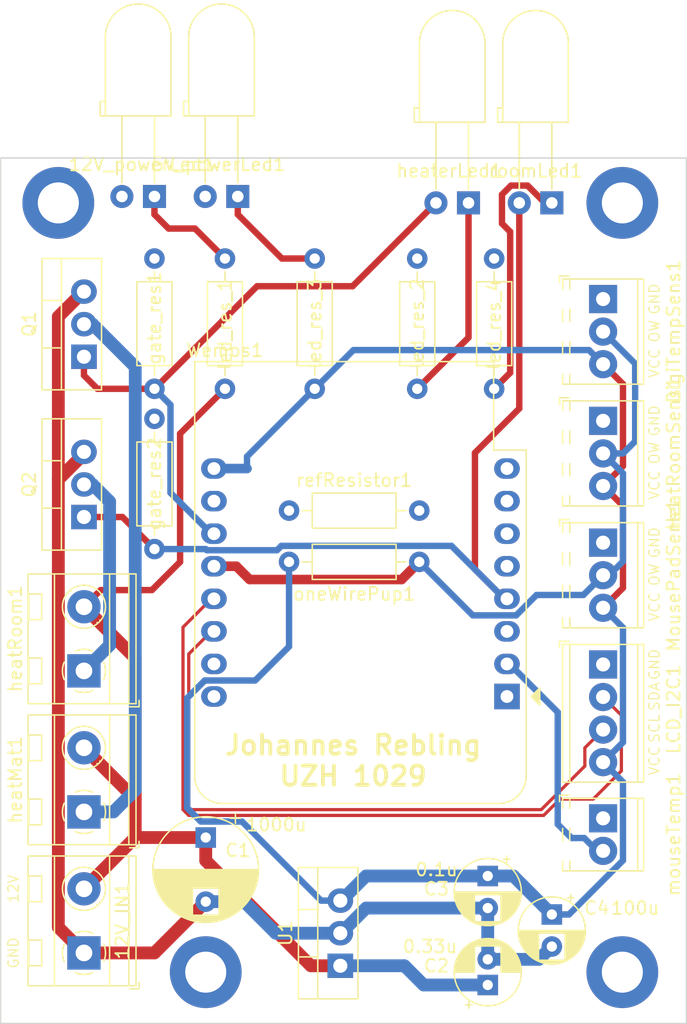
<source format=kicad_pcb>
(kicad_pcb (version 20171130) (host pcbnew "(5.1.2)-1")

  (general
    (thickness 1.6)
    (drawings 20)
    (tracks 172)
    (zones 0)
    (modules 32)
    (nets 23)
  )

  (page A4)
  (layers
    (0 F.Cu signal)
    (31 B.Cu signal)
    (32 B.Adhes user)
    (33 F.Adhes user)
    (34 B.Paste user)
    (35 F.Paste user)
    (36 B.SilkS user)
    (37 F.SilkS user)
    (38 B.Mask user)
    (39 F.Mask user)
    (40 Dwgs.User user)
    (41 Cmts.User user)
    (42 Eco1.User user)
    (43 Eco2.User user)
    (44 Edge.Cuts user)
    (45 Margin user)
    (46 B.CrtYd user hide)
    (47 F.CrtYd user)
    (48 B.Fab user hide)
    (49 F.Fab user hide)
  )

  (setup
    (last_trace_width 0.25)
    (user_trace_width 0.25)
    (user_trace_width 0.5)
    (user_trace_width 0.75)
    (user_trace_width 1)
    (trace_clearance 0.2)
    (zone_clearance 0.508)
    (zone_45_only no)
    (trace_min 0.2)
    (via_size 0.8)
    (via_drill 0.4)
    (via_min_size 0.4)
    (via_min_drill 0.3)
    (uvia_size 0.3)
    (uvia_drill 0.1)
    (uvias_allowed no)
    (uvia_min_size 0.2)
    (uvia_min_drill 0.1)
    (edge_width 0.1)
    (segment_width 0.2)
    (pcb_text_width 0.3)
    (pcb_text_size 1.5 1.5)
    (mod_edge_width 0.15)
    (mod_text_size 1 1)
    (mod_text_width 0.15)
    (pad_size 4 4)
    (pad_drill 4)
    (pad_to_mask_clearance 0)
    (aux_axis_origin 0 0)
    (visible_elements 7FFFFFFF)
    (pcbplotparams
      (layerselection 0x010fc_ffffffff)
      (usegerberextensions true)
      (usegerberattributes false)
      (usegerberadvancedattributes false)
      (creategerberjobfile false)
      (excludeedgelayer true)
      (linewidth 0.100000)
      (plotframeref false)
      (viasonmask false)
      (mode 1)
      (useauxorigin false)
      (hpglpennumber 1)
      (hpglpenspeed 20)
      (hpglpendiameter 15.000000)
      (psnegative false)
      (psa4output false)
      (plotreference true)
      (plotvalue true)
      (plotinvisibletext false)
      (padsonsilk false)
      (subtractmaskfromsilk false)
      (outputformat 1)
      (mirror false)
      (drillshape 0)
      (scaleselection 1)
      (outputdirectory "Gerber/"))
  )

  (net 0 "")
  (net 1 "Net-(12V_powerLed1-Pad1)")
  (net 2 GND)
  (net 3 +12V)
  (net 4 "Net-(5V_powerLed1-Pad1)")
  (net 5 VCC)
  (net 6 "Net-(Q1-Pad2)")
  (net 7 OneWireBus)
  (net 8 HeatPadCtr)
  (net 9 SDA)
  (net 10 SCL)
  (net 11 AnTempSens)
  (net 12 "Net-(Wemos1-Pad3)")
  (net 13 "Net-(Wemos1-Pad5)")
  (net 14 "Net-(Wemos1-Pad6)")
  (net 15 "Net-(Wemos1-Pad7)")
  (net 16 "Net-(Wemos1-Pad15)")
  (net 17 "Net-(Wemos1-Pad16)")
  (net 18 "Net-(heaterLed1-Pad1)")
  (net 19 HeatRoom)
  (net 20 "Net-(Q2-Pad2)")
  (net 21 "Net-(led_res_4-Pad1)")
  (net 22 +3V3)

  (net_class Default "This is the default net class."
    (clearance 0.2)
    (trace_width 0.25)
    (via_dia 0.8)
    (via_drill 0.4)
    (uvia_dia 0.3)
    (uvia_drill 0.1)
    (add_net +12V)
    (add_net +3V3)
    (add_net AnTempSens)
    (add_net GND)
    (add_net HeatPadCtr)
    (add_net HeatRoom)
    (add_net "Net-(12V_powerLed1-Pad1)")
    (add_net "Net-(5V_powerLed1-Pad1)")
    (add_net "Net-(Q1-Pad2)")
    (add_net "Net-(Q2-Pad2)")
    (add_net "Net-(Wemos1-Pad15)")
    (add_net "Net-(Wemos1-Pad16)")
    (add_net "Net-(Wemos1-Pad3)")
    (add_net "Net-(Wemos1-Pad5)")
    (add_net "Net-(Wemos1-Pad6)")
    (add_net "Net-(Wemos1-Pad7)")
    (add_net "Net-(heaterLed1-Pad1)")
    (add_net "Net-(led_res_4-Pad1)")
    (add_net OneWireBus)
    (add_net SCL)
    (add_net SDA)
    (add_net VCC)
  )

  (module Module:WEMOS_D1_mini_light (layer F.Cu) (tedit 5BBFB1CE) (tstamp 5D7C65E0)
    (at 111.5 81.5 180)
    (descr "16-pin module, column spacing 22.86 mm (900 mils), https://wiki.wemos.cc/products:d1:d1_mini, https://c1.staticflickr.com/1/734/31400410271_f278b087db_z.jpg")
    (tags "ESP8266 WiFi microcontroller")
    (path /5D7BABFF)
    (fp_text reference Wemos1 (at 22 27) (layer F.SilkS)
      (effects (font (size 1 1) (thickness 0.15)))
    )
    (fp_text value WeMos_D1_mini (at 11.7 0) (layer F.Fab)
      (effects (font (size 1 1) (thickness 0.15)))
    )
    (fp_line (start 1.04 26.12) (end 24.36 26.12) (layer F.SilkS) (width 0.12))
    (fp_line (start -1.5 19.22) (end -1.5 -6.21) (layer F.SilkS) (width 0.12))
    (fp_line (start 24.36 26.12) (end 24.36 -6.21) (layer F.SilkS) (width 0.12))
    (fp_line (start 22.24 -8.34) (end 0.63 -8.34) (layer F.SilkS) (width 0.12))
    (fp_line (start 1.17 25.99) (end 24.23 25.99) (layer F.Fab) (width 0.1))
    (fp_line (start 24.23 25.99) (end 24.23 -6.21) (layer F.Fab) (width 0.1))
    (fp_line (start 22.23 -8.21) (end 0.63 -8.21) (layer F.Fab) (width 0.1))
    (fp_line (start -1.37 1) (end -1.37 19.09) (layer F.Fab) (width 0.1))
    (fp_text user %R (at 11.43 10) (layer F.Fab)
      (effects (font (size 1 1) (thickness 0.15)))
    )
    (fp_line (start -1.62 -8.46) (end 24.48 -8.46) (layer F.CrtYd) (width 0.05))
    (fp_line (start 24.48 -8.41) (end 24.48 26.24) (layer F.CrtYd) (width 0.05))
    (fp_line (start 24.48 26.24) (end -1.62 26.24) (layer F.CrtYd) (width 0.05))
    (fp_line (start -1.62 26.24) (end -1.62 -8.46) (layer F.CrtYd) (width 0.05))
    (fp_poly (pts (xy -2.54 -0.635) (xy -2.54 0.635) (xy -1.905 0)) (layer F.SilkS) (width 0.15))
    (fp_line (start -1.35 -1.4) (end 24.25 -1.4) (layer Dwgs.User) (width 0.1))
    (fp_line (start 24.25 -1.4) (end 24.25 -8.2) (layer Dwgs.User) (width 0.1))
    (fp_line (start 24.25 -8.2) (end -1.35 -8.2) (layer Dwgs.User) (width 0.1))
    (fp_line (start -1.35 -8.2) (end -1.35 -1.4) (layer Dwgs.User) (width 0.1))
    (fp_line (start -1.35 -1.4) (end 5.45 -8.2) (layer Dwgs.User) (width 0.1))
    (fp_line (start 0.65 -1.4) (end 7.45 -8.2) (layer Dwgs.User) (width 0.1))
    (fp_line (start 2.65 -1.4) (end 9.45 -8.2) (layer Dwgs.User) (width 0.1))
    (fp_line (start 4.65 -1.4) (end 11.45 -8.2) (layer Dwgs.User) (width 0.1))
    (fp_line (start 6.65 -1.4) (end 13.45 -8.2) (layer Dwgs.User) (width 0.1))
    (fp_line (start 8.65 -1.4) (end 15.45 -8.2) (layer Dwgs.User) (width 0.1))
    (fp_line (start 10.65 -1.4) (end 17.45 -8.2) (layer Dwgs.User) (width 0.1))
    (fp_line (start 12.65 -1.4) (end 19.45 -8.2) (layer Dwgs.User) (width 0.1))
    (fp_line (start 14.65 -1.4) (end 21.45 -8.2) (layer Dwgs.User) (width 0.1))
    (fp_line (start 16.65 -1.4) (end 23.45 -8.2) (layer Dwgs.User) (width 0.1))
    (fp_line (start 18.65 -1.4) (end 24.25 -7) (layer Dwgs.User) (width 0.1))
    (fp_line (start 20.65 -1.4) (end 24.25 -5) (layer Dwgs.User) (width 0.1))
    (fp_line (start 22.65 -1.4) (end 24.25 -3) (layer Dwgs.User) (width 0.1))
    (fp_line (start -1.35 -3.4) (end 3.45 -8.2) (layer Dwgs.User) (width 0.1))
    (fp_line (start -1.3 -5.45) (end 1.45 -8.2) (layer Dwgs.User) (width 0.1))
    (fp_line (start -1.35 -7.4) (end -0.55 -8.2) (layer Dwgs.User) (width 0.1))
    (fp_line (start -1.37 19.09) (end 1.17 19.09) (layer F.Fab) (width 0.1))
    (fp_line (start 1.17 19.09) (end 1.17 25.99) (layer F.Fab) (width 0.1))
    (fp_line (start -1.37 -6.21) (end -1.37 -1) (layer F.Fab) (width 0.1))
    (fp_line (start -1.37 1) (end -0.37 0) (layer F.Fab) (width 0.1))
    (fp_line (start -0.37 0) (end -1.37 -1) (layer F.Fab) (width 0.1))
    (fp_arc (start 0.63 -6.21) (end 0.63 -8.21) (angle -90) (layer F.Fab) (width 0.1))
    (fp_arc (start 22.23 -6.21) (end 24.23 -6.19) (angle -90) (layer F.Fab) (width 0.1))
    (fp_line (start -1.5 19.22) (end 1.04 19.22) (layer F.SilkS) (width 0.12))
    (fp_line (start 1.04 19.22) (end 1.04 26.12) (layer F.SilkS) (width 0.12))
    (fp_arc (start 0.63 -6.21) (end 0.63 -8.34) (angle -90) (layer F.SilkS) (width 0.12))
    (fp_arc (start 22.23 -6.21) (end 24.36 -6.21) (angle -90) (layer F.SilkS) (width 0.12))
    (fp_text user "KEEP OUT" (at 11.43 -6.35) (layer Cmts.User)
      (effects (font (size 1 1) (thickness 0.15)))
    )
    (fp_text user "No copper" (at 11.43 -3.81) (layer Cmts.User)
      (effects (font (size 1 1) (thickness 0.15)))
    )
    (pad 2 thru_hole oval (at 0 2.54 180) (size 2 1.6) (drill 1) (layers *.Cu *.Mask)
      (net 11 AnTempSens))
    (pad 1 thru_hole rect (at 0 0 180) (size 2 2) (drill 1) (layers *.Cu *.Mask)
      (net 2 GND))
    (pad 3 thru_hole oval (at 0 5.08 180) (size 2 1.6) (drill 1) (layers *.Cu *.Mask)
      (net 12 "Net-(Wemos1-Pad3)"))
    (pad 4 thru_hole oval (at 0 7.62 180) (size 2 1.6) (drill 1) (layers *.Cu *.Mask)
      (net 19 HeatRoom))
    (pad 5 thru_hole oval (at 0 10.16 180) (size 2 1.6) (drill 1) (layers *.Cu *.Mask)
      (net 13 "Net-(Wemos1-Pad5)"))
    (pad 6 thru_hole oval (at 0 12.7 180) (size 2 1.6) (drill 1) (layers *.Cu *.Mask)
      (net 14 "Net-(Wemos1-Pad6)"))
    (pad 7 thru_hole oval (at 0 15.24 180) (size 2 1.6) (drill 1) (layers *.Cu *.Mask)
      (net 15 "Net-(Wemos1-Pad7)"))
    (pad 8 thru_hole oval (at 0 17.78 180) (size 2 1.6) (drill 1) (layers *.Cu *.Mask)
      (net 22 +3V3))
    (pad 9 thru_hole oval (at 22.86 17.78 180) (size 2 1.6) (drill 1) (layers *.Cu *.Mask)
      (net 5 VCC))
    (pad 10 thru_hole oval (at 22.86 15.24 180) (size 2 1.6) (drill 1) (layers *.Cu *.Mask)
      (net 2 GND))
    (pad 11 thru_hole oval (at 22.86 12.7 180) (size 2 1.6) (drill 1) (layers *.Cu *.Mask)
      (net 8 HeatPadCtr))
    (pad 12 thru_hole oval (at 22.86 10.16 180) (size 2 1.6) (drill 1) (layers *.Cu *.Mask)
      (net 7 OneWireBus))
    (pad 13 thru_hole oval (at 22.86 7.62 180) (size 2 1.6) (drill 1) (layers *.Cu *.Mask)
      (net 9 SDA))
    (pad 14 thru_hole oval (at 22.86 5.08 180) (size 2 1.6) (drill 1) (layers *.Cu *.Mask)
      (net 10 SCL))
    (pad 15 thru_hole oval (at 22.86 2.54 180) (size 2 1.6) (drill 1) (layers *.Cu *.Mask)
      (net 16 "Net-(Wemos1-Pad15)"))
    (pad 16 thru_hole oval (at 22.86 0 180) (size 2 1.6) (drill 1) (layers *.Cu *.Mask)
      (net 17 "Net-(Wemos1-Pad16)"))
    (model ${KISYS3DMOD}/Module.3dshapes/WEMOS_D1_mini_light.wrl
      (at (xyz 0 0 0))
      (scale (xyz 1 1 1))
      (rotate (xyz 0 0 0))
    )
    (model ${KISYS3DMOD}/Connector_PinHeader_2.54mm.3dshapes/PinHeader_1x08_P2.54mm_Vertical.wrl
      (offset (xyz 0 0 9.5))
      (scale (xyz 1 1 1))
      (rotate (xyz 0 -180 0))
    )
    (model ${KISYS3DMOD}/Connector_PinHeader_2.54mm.3dshapes/PinHeader_1x08_P2.54mm_Vertical.wrl
      (offset (xyz 22.86 0 9.5))
      (scale (xyz 1 1 1))
      (rotate (xyz 0 -180 0))
    )
    (model ${KISYS3DMOD}/Connector_PinSocket_2.54mm.3dshapes/PinSocket_1x08_P2.54mm_Vertical.wrl
      (at (xyz 0 0 0))
      (scale (xyz 1 1 1))
      (rotate (xyz 0 0 0))
    )
    (model ${KISYS3DMOD}/Connector_PinSocket_2.54mm.3dshapes/PinSocket_1x08_P2.54mm_Vertical.wrl
      (offset (xyz 22.86 0 0))
      (scale (xyz 1 1 1))
      (rotate (xyz 0 0 0))
    )
  )

  (module MountingHole:MountingHole_3.2mm_M3_DIN965_Pad (layer F.Cu) (tedit 56D1B4CB) (tstamp 5D7E80A1)
    (at 88 103)
    (descr "Mounting Hole 3.2mm, M3, DIN965")
    (tags "mounting hole 3.2mm m3 din965")
    (attr virtual)
    (fp_text reference "" (at 0 -3.8) (layer F.SilkS)
      (effects (font (size 1 1) (thickness 0.15)))
    )
    (fp_text value MountingHole_3.2mm_M3_DIN965_Pad (at 0 3.8) (layer F.Fab)
      (effects (font (size 1 1) (thickness 0.15)))
    )
    (fp_circle (center 0 0) (end 3.05 0) (layer F.CrtYd) (width 0.05))
    (fp_circle (center 0 0) (end 2.8 0) (layer Cmts.User) (width 0.15))
    (fp_text user %R (at 0.3 0) (layer F.Fab)
      (effects (font (size 1 1) (thickness 0.15)))
    )
    (pad 1 thru_hole circle (at 0 0) (size 5.6 5.6) (drill 3.2) (layers *.Cu *.Mask))
  )

  (module MountingHole:MountingHole_3.2mm_M3_DIN965_Pad (layer F.Cu) (tedit 56D1B4CB) (tstamp 5D7E7E82)
    (at 76.5 43)
    (descr "Mounting Hole 3.2mm, M3, DIN965")
    (tags "mounting hole 3.2mm m3 din965")
    (attr virtual)
    (fp_text reference "" (at 0 -3.8) (layer F.SilkS)
      (effects (font (size 1 1) (thickness 0.15)))
    )
    (fp_text value MountingHole_3.2mm_M3_DIN965_Pad (at 0 3.8) (layer F.Fab)
      (effects (font (size 1 1) (thickness 0.15)))
    )
    (fp_circle (center 0 0) (end 3.05 0) (layer F.CrtYd) (width 0.05))
    (fp_circle (center 0 0) (end 2.8 0) (layer Cmts.User) (width 0.15))
    (fp_text user %R (at 0.3 0) (layer F.Fab)
      (effects (font (size 1 1) (thickness 0.15)))
    )
    (pad 1 thru_hole circle (at 0 0) (size 5.6 5.6) (drill 3.2) (layers *.Cu *.Mask))
  )

  (module MountingHole:MountingHole_3.2mm_M3_DIN965_Pad (layer F.Cu) (tedit 56D1B4CB) (tstamp 5D7E7E74)
    (at 120.5 103)
    (descr "Mounting Hole 3.2mm, M3, DIN965")
    (tags "mounting hole 3.2mm m3 din965")
    (attr virtual)
    (fp_text reference "" (at 0 -3.8) (layer F.SilkS)
      (effects (font (size 1 1) (thickness 0.15)))
    )
    (fp_text value MountingHole_3.2mm_M3_DIN965_Pad (at 0 3.8) (layer F.Fab)
      (effects (font (size 1 1) (thickness 0.15)))
    )
    (fp_text user %R (at 0.3 0) (layer F.Fab)
      (effects (font (size 1 1) (thickness 0.15)))
    )
    (fp_circle (center 0 0) (end 2.8 0) (layer Cmts.User) (width 0.15))
    (fp_circle (center 0 0) (end 3.05 0) (layer F.CrtYd) (width 0.05))
    (pad 1 thru_hole circle (at 0 0) (size 5.6 5.6) (drill 3.2) (layers *.Cu *.Mask))
  )

  (module MountingHole:MountingHole_3.2mm_M3_DIN965_Pad (layer F.Cu) (tedit 56D1B4CB) (tstamp 5D7E7E55)
    (at 120.5 43)
    (descr "Mounting Hole 3.2mm, M3, DIN965")
    (tags "mounting hole 3.2mm m3 din965")
    (attr virtual)
    (fp_text reference "" (at 0 -3.8) (layer F.SilkS)
      (effects (font (size 1 1) (thickness 0.15)))
    )
    (fp_text value MountingHole_3.2mm_M3_DIN965_Pad (at 0 3.8) (layer F.Fab)
      (effects (font (size 1 1) (thickness 0.15)))
    )
    (fp_circle (center 0 0) (end 3.05 0) (layer F.CrtYd) (width 0.05))
    (fp_circle (center 0 0) (end 2.8 0) (layer Cmts.User) (width 0.15))
    (fp_text user %R (at 0.3 0) (layer F.Fab)
      (effects (font (size 1 1) (thickness 0.15)))
    )
    (pad 1 thru_hole circle (at 0 0) (size 5.6 5.6) (drill 3.2) (layers *.Cu *.Mask))
  )

  (module Capacitor_THT:CP_Radial_D8.0mm_P5.00mm (layer F.Cu) (tedit 5AE50EF0) (tstamp 5D7BBC6B)
    (at 88 92.5 270)
    (descr "CP, Radial series, Radial, pin pitch=5.00mm, , diameter=8mm, Electrolytic Capacitor")
    (tags "CP Radial series Radial pin pitch 5.00mm  diameter 8mm Electrolytic Capacitor")
    (path /5D8103F3)
    (fp_text reference C1 (at 1 -2.5 180) (layer F.SilkS)
      (effects (font (size 1 1) (thickness 0.15)))
    )
    (fp_text value 1000u (at -1 -5.5 180) (layer F.SilkS)
      (effects (font (size 1 1) (thickness 0.15)))
    )
    (fp_text user %R (at 2.5 0 90) (layer F.Fab)
      (effects (font (size 1 1) (thickness 0.15)))
    )
    (fp_line (start -1.509698 -2.715) (end -1.509698 -1.915) (layer F.SilkS) (width 0.12))
    (fp_line (start -1.909698 -2.315) (end -1.109698 -2.315) (layer F.SilkS) (width 0.12))
    (fp_line (start 6.581 -0.533) (end 6.581 0.533) (layer F.SilkS) (width 0.12))
    (fp_line (start 6.541 -0.768) (end 6.541 0.768) (layer F.SilkS) (width 0.12))
    (fp_line (start 6.501 -0.948) (end 6.501 0.948) (layer F.SilkS) (width 0.12))
    (fp_line (start 6.461 -1.098) (end 6.461 1.098) (layer F.SilkS) (width 0.12))
    (fp_line (start 6.421 -1.229) (end 6.421 1.229) (layer F.SilkS) (width 0.12))
    (fp_line (start 6.381 -1.346) (end 6.381 1.346) (layer F.SilkS) (width 0.12))
    (fp_line (start 6.341 -1.453) (end 6.341 1.453) (layer F.SilkS) (width 0.12))
    (fp_line (start 6.301 -1.552) (end 6.301 1.552) (layer F.SilkS) (width 0.12))
    (fp_line (start 6.261 -1.645) (end 6.261 1.645) (layer F.SilkS) (width 0.12))
    (fp_line (start 6.221 -1.731) (end 6.221 1.731) (layer F.SilkS) (width 0.12))
    (fp_line (start 6.181 -1.813) (end 6.181 1.813) (layer F.SilkS) (width 0.12))
    (fp_line (start 6.141 -1.89) (end 6.141 1.89) (layer F.SilkS) (width 0.12))
    (fp_line (start 6.101 -1.964) (end 6.101 1.964) (layer F.SilkS) (width 0.12))
    (fp_line (start 6.061 -2.034) (end 6.061 2.034) (layer F.SilkS) (width 0.12))
    (fp_line (start 6.021 1.04) (end 6.021 2.102) (layer F.SilkS) (width 0.12))
    (fp_line (start 6.021 -2.102) (end 6.021 -1.04) (layer F.SilkS) (width 0.12))
    (fp_line (start 5.981 1.04) (end 5.981 2.166) (layer F.SilkS) (width 0.12))
    (fp_line (start 5.981 -2.166) (end 5.981 -1.04) (layer F.SilkS) (width 0.12))
    (fp_line (start 5.941 1.04) (end 5.941 2.228) (layer F.SilkS) (width 0.12))
    (fp_line (start 5.941 -2.228) (end 5.941 -1.04) (layer F.SilkS) (width 0.12))
    (fp_line (start 5.901 1.04) (end 5.901 2.287) (layer F.SilkS) (width 0.12))
    (fp_line (start 5.901 -2.287) (end 5.901 -1.04) (layer F.SilkS) (width 0.12))
    (fp_line (start 5.861 1.04) (end 5.861 2.345) (layer F.SilkS) (width 0.12))
    (fp_line (start 5.861 -2.345) (end 5.861 -1.04) (layer F.SilkS) (width 0.12))
    (fp_line (start 5.821 1.04) (end 5.821 2.4) (layer F.SilkS) (width 0.12))
    (fp_line (start 5.821 -2.4) (end 5.821 -1.04) (layer F.SilkS) (width 0.12))
    (fp_line (start 5.781 1.04) (end 5.781 2.454) (layer F.SilkS) (width 0.12))
    (fp_line (start 5.781 -2.454) (end 5.781 -1.04) (layer F.SilkS) (width 0.12))
    (fp_line (start 5.741 1.04) (end 5.741 2.505) (layer F.SilkS) (width 0.12))
    (fp_line (start 5.741 -2.505) (end 5.741 -1.04) (layer F.SilkS) (width 0.12))
    (fp_line (start 5.701 1.04) (end 5.701 2.556) (layer F.SilkS) (width 0.12))
    (fp_line (start 5.701 -2.556) (end 5.701 -1.04) (layer F.SilkS) (width 0.12))
    (fp_line (start 5.661 1.04) (end 5.661 2.604) (layer F.SilkS) (width 0.12))
    (fp_line (start 5.661 -2.604) (end 5.661 -1.04) (layer F.SilkS) (width 0.12))
    (fp_line (start 5.621 1.04) (end 5.621 2.651) (layer F.SilkS) (width 0.12))
    (fp_line (start 5.621 -2.651) (end 5.621 -1.04) (layer F.SilkS) (width 0.12))
    (fp_line (start 5.581 1.04) (end 5.581 2.697) (layer F.SilkS) (width 0.12))
    (fp_line (start 5.581 -2.697) (end 5.581 -1.04) (layer F.SilkS) (width 0.12))
    (fp_line (start 5.541 1.04) (end 5.541 2.741) (layer F.SilkS) (width 0.12))
    (fp_line (start 5.541 -2.741) (end 5.541 -1.04) (layer F.SilkS) (width 0.12))
    (fp_line (start 5.501 1.04) (end 5.501 2.784) (layer F.SilkS) (width 0.12))
    (fp_line (start 5.501 -2.784) (end 5.501 -1.04) (layer F.SilkS) (width 0.12))
    (fp_line (start 5.461 1.04) (end 5.461 2.826) (layer F.SilkS) (width 0.12))
    (fp_line (start 5.461 -2.826) (end 5.461 -1.04) (layer F.SilkS) (width 0.12))
    (fp_line (start 5.421 1.04) (end 5.421 2.867) (layer F.SilkS) (width 0.12))
    (fp_line (start 5.421 -2.867) (end 5.421 -1.04) (layer F.SilkS) (width 0.12))
    (fp_line (start 5.381 1.04) (end 5.381 2.907) (layer F.SilkS) (width 0.12))
    (fp_line (start 5.381 -2.907) (end 5.381 -1.04) (layer F.SilkS) (width 0.12))
    (fp_line (start 5.341 1.04) (end 5.341 2.945) (layer F.SilkS) (width 0.12))
    (fp_line (start 5.341 -2.945) (end 5.341 -1.04) (layer F.SilkS) (width 0.12))
    (fp_line (start 5.301 1.04) (end 5.301 2.983) (layer F.SilkS) (width 0.12))
    (fp_line (start 5.301 -2.983) (end 5.301 -1.04) (layer F.SilkS) (width 0.12))
    (fp_line (start 5.261 1.04) (end 5.261 3.019) (layer F.SilkS) (width 0.12))
    (fp_line (start 5.261 -3.019) (end 5.261 -1.04) (layer F.SilkS) (width 0.12))
    (fp_line (start 5.221 1.04) (end 5.221 3.055) (layer F.SilkS) (width 0.12))
    (fp_line (start 5.221 -3.055) (end 5.221 -1.04) (layer F.SilkS) (width 0.12))
    (fp_line (start 5.181 1.04) (end 5.181 3.09) (layer F.SilkS) (width 0.12))
    (fp_line (start 5.181 -3.09) (end 5.181 -1.04) (layer F.SilkS) (width 0.12))
    (fp_line (start 5.141 1.04) (end 5.141 3.124) (layer F.SilkS) (width 0.12))
    (fp_line (start 5.141 -3.124) (end 5.141 -1.04) (layer F.SilkS) (width 0.12))
    (fp_line (start 5.101 1.04) (end 5.101 3.156) (layer F.SilkS) (width 0.12))
    (fp_line (start 5.101 -3.156) (end 5.101 -1.04) (layer F.SilkS) (width 0.12))
    (fp_line (start 5.061 1.04) (end 5.061 3.189) (layer F.SilkS) (width 0.12))
    (fp_line (start 5.061 -3.189) (end 5.061 -1.04) (layer F.SilkS) (width 0.12))
    (fp_line (start 5.021 1.04) (end 5.021 3.22) (layer F.SilkS) (width 0.12))
    (fp_line (start 5.021 -3.22) (end 5.021 -1.04) (layer F.SilkS) (width 0.12))
    (fp_line (start 4.981 1.04) (end 4.981 3.25) (layer F.SilkS) (width 0.12))
    (fp_line (start 4.981 -3.25) (end 4.981 -1.04) (layer F.SilkS) (width 0.12))
    (fp_line (start 4.941 1.04) (end 4.941 3.28) (layer F.SilkS) (width 0.12))
    (fp_line (start 4.941 -3.28) (end 4.941 -1.04) (layer F.SilkS) (width 0.12))
    (fp_line (start 4.901 1.04) (end 4.901 3.309) (layer F.SilkS) (width 0.12))
    (fp_line (start 4.901 -3.309) (end 4.901 -1.04) (layer F.SilkS) (width 0.12))
    (fp_line (start 4.861 1.04) (end 4.861 3.338) (layer F.SilkS) (width 0.12))
    (fp_line (start 4.861 -3.338) (end 4.861 -1.04) (layer F.SilkS) (width 0.12))
    (fp_line (start 4.821 1.04) (end 4.821 3.365) (layer F.SilkS) (width 0.12))
    (fp_line (start 4.821 -3.365) (end 4.821 -1.04) (layer F.SilkS) (width 0.12))
    (fp_line (start 4.781 1.04) (end 4.781 3.392) (layer F.SilkS) (width 0.12))
    (fp_line (start 4.781 -3.392) (end 4.781 -1.04) (layer F.SilkS) (width 0.12))
    (fp_line (start 4.741 1.04) (end 4.741 3.418) (layer F.SilkS) (width 0.12))
    (fp_line (start 4.741 -3.418) (end 4.741 -1.04) (layer F.SilkS) (width 0.12))
    (fp_line (start 4.701 1.04) (end 4.701 3.444) (layer F.SilkS) (width 0.12))
    (fp_line (start 4.701 -3.444) (end 4.701 -1.04) (layer F.SilkS) (width 0.12))
    (fp_line (start 4.661 1.04) (end 4.661 3.469) (layer F.SilkS) (width 0.12))
    (fp_line (start 4.661 -3.469) (end 4.661 -1.04) (layer F.SilkS) (width 0.12))
    (fp_line (start 4.621 1.04) (end 4.621 3.493) (layer F.SilkS) (width 0.12))
    (fp_line (start 4.621 -3.493) (end 4.621 -1.04) (layer F.SilkS) (width 0.12))
    (fp_line (start 4.581 1.04) (end 4.581 3.517) (layer F.SilkS) (width 0.12))
    (fp_line (start 4.581 -3.517) (end 4.581 -1.04) (layer F.SilkS) (width 0.12))
    (fp_line (start 4.541 1.04) (end 4.541 3.54) (layer F.SilkS) (width 0.12))
    (fp_line (start 4.541 -3.54) (end 4.541 -1.04) (layer F.SilkS) (width 0.12))
    (fp_line (start 4.501 1.04) (end 4.501 3.562) (layer F.SilkS) (width 0.12))
    (fp_line (start 4.501 -3.562) (end 4.501 -1.04) (layer F.SilkS) (width 0.12))
    (fp_line (start 4.461 1.04) (end 4.461 3.584) (layer F.SilkS) (width 0.12))
    (fp_line (start 4.461 -3.584) (end 4.461 -1.04) (layer F.SilkS) (width 0.12))
    (fp_line (start 4.421 1.04) (end 4.421 3.606) (layer F.SilkS) (width 0.12))
    (fp_line (start 4.421 -3.606) (end 4.421 -1.04) (layer F.SilkS) (width 0.12))
    (fp_line (start 4.381 1.04) (end 4.381 3.627) (layer F.SilkS) (width 0.12))
    (fp_line (start 4.381 -3.627) (end 4.381 -1.04) (layer F.SilkS) (width 0.12))
    (fp_line (start 4.341 1.04) (end 4.341 3.647) (layer F.SilkS) (width 0.12))
    (fp_line (start 4.341 -3.647) (end 4.341 -1.04) (layer F.SilkS) (width 0.12))
    (fp_line (start 4.301 1.04) (end 4.301 3.666) (layer F.SilkS) (width 0.12))
    (fp_line (start 4.301 -3.666) (end 4.301 -1.04) (layer F.SilkS) (width 0.12))
    (fp_line (start 4.261 1.04) (end 4.261 3.686) (layer F.SilkS) (width 0.12))
    (fp_line (start 4.261 -3.686) (end 4.261 -1.04) (layer F.SilkS) (width 0.12))
    (fp_line (start 4.221 1.04) (end 4.221 3.704) (layer F.SilkS) (width 0.12))
    (fp_line (start 4.221 -3.704) (end 4.221 -1.04) (layer F.SilkS) (width 0.12))
    (fp_line (start 4.181 1.04) (end 4.181 3.722) (layer F.SilkS) (width 0.12))
    (fp_line (start 4.181 -3.722) (end 4.181 -1.04) (layer F.SilkS) (width 0.12))
    (fp_line (start 4.141 1.04) (end 4.141 3.74) (layer F.SilkS) (width 0.12))
    (fp_line (start 4.141 -3.74) (end 4.141 -1.04) (layer F.SilkS) (width 0.12))
    (fp_line (start 4.101 1.04) (end 4.101 3.757) (layer F.SilkS) (width 0.12))
    (fp_line (start 4.101 -3.757) (end 4.101 -1.04) (layer F.SilkS) (width 0.12))
    (fp_line (start 4.061 1.04) (end 4.061 3.774) (layer F.SilkS) (width 0.12))
    (fp_line (start 4.061 -3.774) (end 4.061 -1.04) (layer F.SilkS) (width 0.12))
    (fp_line (start 4.021 1.04) (end 4.021 3.79) (layer F.SilkS) (width 0.12))
    (fp_line (start 4.021 -3.79) (end 4.021 -1.04) (layer F.SilkS) (width 0.12))
    (fp_line (start 3.981 1.04) (end 3.981 3.805) (layer F.SilkS) (width 0.12))
    (fp_line (start 3.981 -3.805) (end 3.981 -1.04) (layer F.SilkS) (width 0.12))
    (fp_line (start 3.941 -3.821) (end 3.941 3.821) (layer F.SilkS) (width 0.12))
    (fp_line (start 3.901 -3.835) (end 3.901 3.835) (layer F.SilkS) (width 0.12))
    (fp_line (start 3.861 -3.85) (end 3.861 3.85) (layer F.SilkS) (width 0.12))
    (fp_line (start 3.821 -3.863) (end 3.821 3.863) (layer F.SilkS) (width 0.12))
    (fp_line (start 3.781 -3.877) (end 3.781 3.877) (layer F.SilkS) (width 0.12))
    (fp_line (start 3.741 -3.889) (end 3.741 3.889) (layer F.SilkS) (width 0.12))
    (fp_line (start 3.701 -3.902) (end 3.701 3.902) (layer F.SilkS) (width 0.12))
    (fp_line (start 3.661 -3.914) (end 3.661 3.914) (layer F.SilkS) (width 0.12))
    (fp_line (start 3.621 -3.925) (end 3.621 3.925) (layer F.SilkS) (width 0.12))
    (fp_line (start 3.581 -3.936) (end 3.581 3.936) (layer F.SilkS) (width 0.12))
    (fp_line (start 3.541 -3.947) (end 3.541 3.947) (layer F.SilkS) (width 0.12))
    (fp_line (start 3.501 -3.957) (end 3.501 3.957) (layer F.SilkS) (width 0.12))
    (fp_line (start 3.461 -3.967) (end 3.461 3.967) (layer F.SilkS) (width 0.12))
    (fp_line (start 3.421 -3.976) (end 3.421 3.976) (layer F.SilkS) (width 0.12))
    (fp_line (start 3.381 -3.985) (end 3.381 3.985) (layer F.SilkS) (width 0.12))
    (fp_line (start 3.341 -3.994) (end 3.341 3.994) (layer F.SilkS) (width 0.12))
    (fp_line (start 3.301 -4.002) (end 3.301 4.002) (layer F.SilkS) (width 0.12))
    (fp_line (start 3.261 -4.01) (end 3.261 4.01) (layer F.SilkS) (width 0.12))
    (fp_line (start 3.221 -4.017) (end 3.221 4.017) (layer F.SilkS) (width 0.12))
    (fp_line (start 3.18 -4.024) (end 3.18 4.024) (layer F.SilkS) (width 0.12))
    (fp_line (start 3.14 -4.03) (end 3.14 4.03) (layer F.SilkS) (width 0.12))
    (fp_line (start 3.1 -4.037) (end 3.1 4.037) (layer F.SilkS) (width 0.12))
    (fp_line (start 3.06 -4.042) (end 3.06 4.042) (layer F.SilkS) (width 0.12))
    (fp_line (start 3.02 -4.048) (end 3.02 4.048) (layer F.SilkS) (width 0.12))
    (fp_line (start 2.98 -4.052) (end 2.98 4.052) (layer F.SilkS) (width 0.12))
    (fp_line (start 2.94 -4.057) (end 2.94 4.057) (layer F.SilkS) (width 0.12))
    (fp_line (start 2.9 -4.061) (end 2.9 4.061) (layer F.SilkS) (width 0.12))
    (fp_line (start 2.86 -4.065) (end 2.86 4.065) (layer F.SilkS) (width 0.12))
    (fp_line (start 2.82 -4.068) (end 2.82 4.068) (layer F.SilkS) (width 0.12))
    (fp_line (start 2.78 -4.071) (end 2.78 4.071) (layer F.SilkS) (width 0.12))
    (fp_line (start 2.74 -4.074) (end 2.74 4.074) (layer F.SilkS) (width 0.12))
    (fp_line (start 2.7 -4.076) (end 2.7 4.076) (layer F.SilkS) (width 0.12))
    (fp_line (start 2.66 -4.077) (end 2.66 4.077) (layer F.SilkS) (width 0.12))
    (fp_line (start 2.62 -4.079) (end 2.62 4.079) (layer F.SilkS) (width 0.12))
    (fp_line (start 2.58 -4.08) (end 2.58 4.08) (layer F.SilkS) (width 0.12))
    (fp_line (start 2.54 -4.08) (end 2.54 4.08) (layer F.SilkS) (width 0.12))
    (fp_line (start 2.5 -4.08) (end 2.5 4.08) (layer F.SilkS) (width 0.12))
    (fp_line (start -0.526759 -2.1475) (end -0.526759 -1.3475) (layer F.Fab) (width 0.1))
    (fp_line (start -0.926759 -1.7475) (end -0.126759 -1.7475) (layer F.Fab) (width 0.1))
    (fp_circle (center 2.5 0) (end 6.75 0) (layer F.CrtYd) (width 0.05))
    (fp_circle (center 2.5 0) (end 6.62 0) (layer F.SilkS) (width 0.12))
    (fp_circle (center 2.5 0) (end 6.5 0) (layer F.Fab) (width 0.1))
    (pad 2 thru_hole circle (at 5 0 270) (size 1.6 1.6) (drill 0.8) (layers *.Cu *.Mask)
      (net 2 GND))
    (pad 1 thru_hole rect (at 0 0 270) (size 1.6 1.6) (drill 0.8) (layers *.Cu *.Mask)
      (net 3 +12V))
    (model ${KISYS3DMOD}/Capacitor_THT.3dshapes/CP_Radial_D8.0mm_P5.00mm.wrl
      (at (xyz 0 0 0))
      (scale (xyz 1 1 1))
      (rotate (xyz 0 0 0))
    )
  )

  (module Capacitor_THT:CP_Radial_D5.0mm_P2.50mm (layer F.Cu) (tedit 5AE50EF0) (tstamp 5D7C2FC5)
    (at 115 98.5 270)
    (descr "CP, Radial series, Radial, pin pitch=2.50mm, , diameter=5mm, Electrolytic Capacitor")
    (tags "CP Radial series Radial pin pitch 2.50mm  diameter 5mm Electrolytic Capacitor")
    (path /5D8A6CE2)
    (fp_text reference C4 (at -0.5 -3.5 180) (layer F.SilkS)
      (effects (font (size 1 1) (thickness 0.15)))
    )
    (fp_text value 100u (at -0.5 -6.5 180) (layer F.SilkS)
      (effects (font (size 1 1) (thickness 0.15)))
    )
    (fp_text user %R (at 2.5 0 90) (layer F.Fab)
      (effects (font (size 1 1) (thickness 0.15)))
    )
    (fp_line (start -1.304775 -1.725) (end -1.304775 -1.225) (layer F.SilkS) (width 0.12))
    (fp_line (start -1.554775 -1.475) (end -1.054775 -1.475) (layer F.SilkS) (width 0.12))
    (fp_line (start 3.851 -0.284) (end 3.851 0.284) (layer F.SilkS) (width 0.12))
    (fp_line (start 3.811 -0.518) (end 3.811 0.518) (layer F.SilkS) (width 0.12))
    (fp_line (start 3.771 -0.677) (end 3.771 0.677) (layer F.SilkS) (width 0.12))
    (fp_line (start 3.731 -0.805) (end 3.731 0.805) (layer F.SilkS) (width 0.12))
    (fp_line (start 3.691 -0.915) (end 3.691 0.915) (layer F.SilkS) (width 0.12))
    (fp_line (start 3.651 -1.011) (end 3.651 1.011) (layer F.SilkS) (width 0.12))
    (fp_line (start 3.611 -1.098) (end 3.611 1.098) (layer F.SilkS) (width 0.12))
    (fp_line (start 3.571 -1.178) (end 3.571 1.178) (layer F.SilkS) (width 0.12))
    (fp_line (start 3.531 1.04) (end 3.531 1.251) (layer F.SilkS) (width 0.12))
    (fp_line (start 3.531 -1.251) (end 3.531 -1.04) (layer F.SilkS) (width 0.12))
    (fp_line (start 3.491 1.04) (end 3.491 1.319) (layer F.SilkS) (width 0.12))
    (fp_line (start 3.491 -1.319) (end 3.491 -1.04) (layer F.SilkS) (width 0.12))
    (fp_line (start 3.451 1.04) (end 3.451 1.383) (layer F.SilkS) (width 0.12))
    (fp_line (start 3.451 -1.383) (end 3.451 -1.04) (layer F.SilkS) (width 0.12))
    (fp_line (start 3.411 1.04) (end 3.411 1.443) (layer F.SilkS) (width 0.12))
    (fp_line (start 3.411 -1.443) (end 3.411 -1.04) (layer F.SilkS) (width 0.12))
    (fp_line (start 3.371 1.04) (end 3.371 1.5) (layer F.SilkS) (width 0.12))
    (fp_line (start 3.371 -1.5) (end 3.371 -1.04) (layer F.SilkS) (width 0.12))
    (fp_line (start 3.331 1.04) (end 3.331 1.554) (layer F.SilkS) (width 0.12))
    (fp_line (start 3.331 -1.554) (end 3.331 -1.04) (layer F.SilkS) (width 0.12))
    (fp_line (start 3.291 1.04) (end 3.291 1.605) (layer F.SilkS) (width 0.12))
    (fp_line (start 3.291 -1.605) (end 3.291 -1.04) (layer F.SilkS) (width 0.12))
    (fp_line (start 3.251 1.04) (end 3.251 1.653) (layer F.SilkS) (width 0.12))
    (fp_line (start 3.251 -1.653) (end 3.251 -1.04) (layer F.SilkS) (width 0.12))
    (fp_line (start 3.211 1.04) (end 3.211 1.699) (layer F.SilkS) (width 0.12))
    (fp_line (start 3.211 -1.699) (end 3.211 -1.04) (layer F.SilkS) (width 0.12))
    (fp_line (start 3.171 1.04) (end 3.171 1.743) (layer F.SilkS) (width 0.12))
    (fp_line (start 3.171 -1.743) (end 3.171 -1.04) (layer F.SilkS) (width 0.12))
    (fp_line (start 3.131 1.04) (end 3.131 1.785) (layer F.SilkS) (width 0.12))
    (fp_line (start 3.131 -1.785) (end 3.131 -1.04) (layer F.SilkS) (width 0.12))
    (fp_line (start 3.091 1.04) (end 3.091 1.826) (layer F.SilkS) (width 0.12))
    (fp_line (start 3.091 -1.826) (end 3.091 -1.04) (layer F.SilkS) (width 0.12))
    (fp_line (start 3.051 1.04) (end 3.051 1.864) (layer F.SilkS) (width 0.12))
    (fp_line (start 3.051 -1.864) (end 3.051 -1.04) (layer F.SilkS) (width 0.12))
    (fp_line (start 3.011 1.04) (end 3.011 1.901) (layer F.SilkS) (width 0.12))
    (fp_line (start 3.011 -1.901) (end 3.011 -1.04) (layer F.SilkS) (width 0.12))
    (fp_line (start 2.971 1.04) (end 2.971 1.937) (layer F.SilkS) (width 0.12))
    (fp_line (start 2.971 -1.937) (end 2.971 -1.04) (layer F.SilkS) (width 0.12))
    (fp_line (start 2.931 1.04) (end 2.931 1.971) (layer F.SilkS) (width 0.12))
    (fp_line (start 2.931 -1.971) (end 2.931 -1.04) (layer F.SilkS) (width 0.12))
    (fp_line (start 2.891 1.04) (end 2.891 2.004) (layer F.SilkS) (width 0.12))
    (fp_line (start 2.891 -2.004) (end 2.891 -1.04) (layer F.SilkS) (width 0.12))
    (fp_line (start 2.851 1.04) (end 2.851 2.035) (layer F.SilkS) (width 0.12))
    (fp_line (start 2.851 -2.035) (end 2.851 -1.04) (layer F.SilkS) (width 0.12))
    (fp_line (start 2.811 1.04) (end 2.811 2.065) (layer F.SilkS) (width 0.12))
    (fp_line (start 2.811 -2.065) (end 2.811 -1.04) (layer F.SilkS) (width 0.12))
    (fp_line (start 2.771 1.04) (end 2.771 2.095) (layer F.SilkS) (width 0.12))
    (fp_line (start 2.771 -2.095) (end 2.771 -1.04) (layer F.SilkS) (width 0.12))
    (fp_line (start 2.731 1.04) (end 2.731 2.122) (layer F.SilkS) (width 0.12))
    (fp_line (start 2.731 -2.122) (end 2.731 -1.04) (layer F.SilkS) (width 0.12))
    (fp_line (start 2.691 1.04) (end 2.691 2.149) (layer F.SilkS) (width 0.12))
    (fp_line (start 2.691 -2.149) (end 2.691 -1.04) (layer F.SilkS) (width 0.12))
    (fp_line (start 2.651 1.04) (end 2.651 2.175) (layer F.SilkS) (width 0.12))
    (fp_line (start 2.651 -2.175) (end 2.651 -1.04) (layer F.SilkS) (width 0.12))
    (fp_line (start 2.611 1.04) (end 2.611 2.2) (layer F.SilkS) (width 0.12))
    (fp_line (start 2.611 -2.2) (end 2.611 -1.04) (layer F.SilkS) (width 0.12))
    (fp_line (start 2.571 1.04) (end 2.571 2.224) (layer F.SilkS) (width 0.12))
    (fp_line (start 2.571 -2.224) (end 2.571 -1.04) (layer F.SilkS) (width 0.12))
    (fp_line (start 2.531 1.04) (end 2.531 2.247) (layer F.SilkS) (width 0.12))
    (fp_line (start 2.531 -2.247) (end 2.531 -1.04) (layer F.SilkS) (width 0.12))
    (fp_line (start 2.491 1.04) (end 2.491 2.268) (layer F.SilkS) (width 0.12))
    (fp_line (start 2.491 -2.268) (end 2.491 -1.04) (layer F.SilkS) (width 0.12))
    (fp_line (start 2.451 1.04) (end 2.451 2.29) (layer F.SilkS) (width 0.12))
    (fp_line (start 2.451 -2.29) (end 2.451 -1.04) (layer F.SilkS) (width 0.12))
    (fp_line (start 2.411 1.04) (end 2.411 2.31) (layer F.SilkS) (width 0.12))
    (fp_line (start 2.411 -2.31) (end 2.411 -1.04) (layer F.SilkS) (width 0.12))
    (fp_line (start 2.371 1.04) (end 2.371 2.329) (layer F.SilkS) (width 0.12))
    (fp_line (start 2.371 -2.329) (end 2.371 -1.04) (layer F.SilkS) (width 0.12))
    (fp_line (start 2.331 1.04) (end 2.331 2.348) (layer F.SilkS) (width 0.12))
    (fp_line (start 2.331 -2.348) (end 2.331 -1.04) (layer F.SilkS) (width 0.12))
    (fp_line (start 2.291 1.04) (end 2.291 2.365) (layer F.SilkS) (width 0.12))
    (fp_line (start 2.291 -2.365) (end 2.291 -1.04) (layer F.SilkS) (width 0.12))
    (fp_line (start 2.251 1.04) (end 2.251 2.382) (layer F.SilkS) (width 0.12))
    (fp_line (start 2.251 -2.382) (end 2.251 -1.04) (layer F.SilkS) (width 0.12))
    (fp_line (start 2.211 1.04) (end 2.211 2.398) (layer F.SilkS) (width 0.12))
    (fp_line (start 2.211 -2.398) (end 2.211 -1.04) (layer F.SilkS) (width 0.12))
    (fp_line (start 2.171 1.04) (end 2.171 2.414) (layer F.SilkS) (width 0.12))
    (fp_line (start 2.171 -2.414) (end 2.171 -1.04) (layer F.SilkS) (width 0.12))
    (fp_line (start 2.131 1.04) (end 2.131 2.428) (layer F.SilkS) (width 0.12))
    (fp_line (start 2.131 -2.428) (end 2.131 -1.04) (layer F.SilkS) (width 0.12))
    (fp_line (start 2.091 1.04) (end 2.091 2.442) (layer F.SilkS) (width 0.12))
    (fp_line (start 2.091 -2.442) (end 2.091 -1.04) (layer F.SilkS) (width 0.12))
    (fp_line (start 2.051 1.04) (end 2.051 2.455) (layer F.SilkS) (width 0.12))
    (fp_line (start 2.051 -2.455) (end 2.051 -1.04) (layer F.SilkS) (width 0.12))
    (fp_line (start 2.011 1.04) (end 2.011 2.468) (layer F.SilkS) (width 0.12))
    (fp_line (start 2.011 -2.468) (end 2.011 -1.04) (layer F.SilkS) (width 0.12))
    (fp_line (start 1.971 1.04) (end 1.971 2.48) (layer F.SilkS) (width 0.12))
    (fp_line (start 1.971 -2.48) (end 1.971 -1.04) (layer F.SilkS) (width 0.12))
    (fp_line (start 1.93 1.04) (end 1.93 2.491) (layer F.SilkS) (width 0.12))
    (fp_line (start 1.93 -2.491) (end 1.93 -1.04) (layer F.SilkS) (width 0.12))
    (fp_line (start 1.89 1.04) (end 1.89 2.501) (layer F.SilkS) (width 0.12))
    (fp_line (start 1.89 -2.501) (end 1.89 -1.04) (layer F.SilkS) (width 0.12))
    (fp_line (start 1.85 1.04) (end 1.85 2.511) (layer F.SilkS) (width 0.12))
    (fp_line (start 1.85 -2.511) (end 1.85 -1.04) (layer F.SilkS) (width 0.12))
    (fp_line (start 1.81 1.04) (end 1.81 2.52) (layer F.SilkS) (width 0.12))
    (fp_line (start 1.81 -2.52) (end 1.81 -1.04) (layer F.SilkS) (width 0.12))
    (fp_line (start 1.77 1.04) (end 1.77 2.528) (layer F.SilkS) (width 0.12))
    (fp_line (start 1.77 -2.528) (end 1.77 -1.04) (layer F.SilkS) (width 0.12))
    (fp_line (start 1.73 1.04) (end 1.73 2.536) (layer F.SilkS) (width 0.12))
    (fp_line (start 1.73 -2.536) (end 1.73 -1.04) (layer F.SilkS) (width 0.12))
    (fp_line (start 1.69 1.04) (end 1.69 2.543) (layer F.SilkS) (width 0.12))
    (fp_line (start 1.69 -2.543) (end 1.69 -1.04) (layer F.SilkS) (width 0.12))
    (fp_line (start 1.65 1.04) (end 1.65 2.55) (layer F.SilkS) (width 0.12))
    (fp_line (start 1.65 -2.55) (end 1.65 -1.04) (layer F.SilkS) (width 0.12))
    (fp_line (start 1.61 1.04) (end 1.61 2.556) (layer F.SilkS) (width 0.12))
    (fp_line (start 1.61 -2.556) (end 1.61 -1.04) (layer F.SilkS) (width 0.12))
    (fp_line (start 1.57 1.04) (end 1.57 2.561) (layer F.SilkS) (width 0.12))
    (fp_line (start 1.57 -2.561) (end 1.57 -1.04) (layer F.SilkS) (width 0.12))
    (fp_line (start 1.53 1.04) (end 1.53 2.565) (layer F.SilkS) (width 0.12))
    (fp_line (start 1.53 -2.565) (end 1.53 -1.04) (layer F.SilkS) (width 0.12))
    (fp_line (start 1.49 1.04) (end 1.49 2.569) (layer F.SilkS) (width 0.12))
    (fp_line (start 1.49 -2.569) (end 1.49 -1.04) (layer F.SilkS) (width 0.12))
    (fp_line (start 1.45 -2.573) (end 1.45 2.573) (layer F.SilkS) (width 0.12))
    (fp_line (start 1.41 -2.576) (end 1.41 2.576) (layer F.SilkS) (width 0.12))
    (fp_line (start 1.37 -2.578) (end 1.37 2.578) (layer F.SilkS) (width 0.12))
    (fp_line (start 1.33 -2.579) (end 1.33 2.579) (layer F.SilkS) (width 0.12))
    (fp_line (start 1.29 -2.58) (end 1.29 2.58) (layer F.SilkS) (width 0.12))
    (fp_line (start 1.25 -2.58) (end 1.25 2.58) (layer F.SilkS) (width 0.12))
    (fp_line (start -0.633605 -1.3375) (end -0.633605 -0.8375) (layer F.Fab) (width 0.1))
    (fp_line (start -0.883605 -1.0875) (end -0.383605 -1.0875) (layer F.Fab) (width 0.1))
    (fp_circle (center 1.25 0) (end 4 0) (layer F.CrtYd) (width 0.05))
    (fp_circle (center 1.25 0) (end 3.87 0) (layer F.SilkS) (width 0.12))
    (fp_circle (center 1.25 0) (end 3.75 0) (layer F.Fab) (width 0.1))
    (pad 2 thru_hole circle (at 2.5 0 270) (size 1.6 1.6) (drill 0.8) (layers *.Cu *.Mask)
      (net 2 GND))
    (pad 1 thru_hole rect (at 0 0 270) (size 1.6 1.6) (drill 0.8) (layers *.Cu *.Mask)
      (net 5 VCC))
    (model ${KISYS3DMOD}/Capacitor_THT.3dshapes/CP_Radial_D5.0mm_P2.50mm.wrl
      (at (xyz 0 0 0))
      (scale (xyz 1 1 1))
      (rotate (xyz 0 0 0))
    )
  )

  (module Capacitor_THT:CP_Radial_D5.0mm_P2.00mm (layer F.Cu) (tedit 5AE50EF0) (tstamp 5D7E1816)
    (at 110 104 90)
    (descr "CP, Radial series, Radial, pin pitch=2.00mm, , diameter=5mm, Electrolytic Capacitor")
    (tags "CP Radial series Radial pin pitch 2.00mm  diameter 5mm Electrolytic Capacitor")
    (path /5D87723B)
    (fp_text reference C2 (at 1.5 -4 180) (layer F.SilkS)
      (effects (font (size 1 1) (thickness 0.15)))
    )
    (fp_text value 0.33u (at 3 -4.5) (layer F.SilkS)
      (effects (font (size 1 1) (thickness 0.15)))
    )
    (fp_text user %R (at 2.5 0 90) (layer F.Fab)
      (effects (font (size 1 1) (thickness 0.15)))
    )
    (fp_line (start -1.554775 -1.725) (end -1.554775 -1.225) (layer F.SilkS) (width 0.12))
    (fp_line (start -1.804775 -1.475) (end -1.304775 -1.475) (layer F.SilkS) (width 0.12))
    (fp_line (start 3.601 -0.284) (end 3.601 0.284) (layer F.SilkS) (width 0.12))
    (fp_line (start 3.561 -0.518) (end 3.561 0.518) (layer F.SilkS) (width 0.12))
    (fp_line (start 3.521 -0.677) (end 3.521 0.677) (layer F.SilkS) (width 0.12))
    (fp_line (start 3.481 -0.805) (end 3.481 0.805) (layer F.SilkS) (width 0.12))
    (fp_line (start 3.441 -0.915) (end 3.441 0.915) (layer F.SilkS) (width 0.12))
    (fp_line (start 3.401 -1.011) (end 3.401 1.011) (layer F.SilkS) (width 0.12))
    (fp_line (start 3.361 -1.098) (end 3.361 1.098) (layer F.SilkS) (width 0.12))
    (fp_line (start 3.321 -1.178) (end 3.321 1.178) (layer F.SilkS) (width 0.12))
    (fp_line (start 3.281 -1.251) (end 3.281 1.251) (layer F.SilkS) (width 0.12))
    (fp_line (start 3.241 -1.319) (end 3.241 1.319) (layer F.SilkS) (width 0.12))
    (fp_line (start 3.201 -1.383) (end 3.201 1.383) (layer F.SilkS) (width 0.12))
    (fp_line (start 3.161 -1.443) (end 3.161 1.443) (layer F.SilkS) (width 0.12))
    (fp_line (start 3.121 -1.5) (end 3.121 1.5) (layer F.SilkS) (width 0.12))
    (fp_line (start 3.081 -1.554) (end 3.081 1.554) (layer F.SilkS) (width 0.12))
    (fp_line (start 3.041 -1.605) (end 3.041 1.605) (layer F.SilkS) (width 0.12))
    (fp_line (start 3.001 1.04) (end 3.001 1.653) (layer F.SilkS) (width 0.12))
    (fp_line (start 3.001 -1.653) (end 3.001 -1.04) (layer F.SilkS) (width 0.12))
    (fp_line (start 2.961 1.04) (end 2.961 1.699) (layer F.SilkS) (width 0.12))
    (fp_line (start 2.961 -1.699) (end 2.961 -1.04) (layer F.SilkS) (width 0.12))
    (fp_line (start 2.921 1.04) (end 2.921 1.743) (layer F.SilkS) (width 0.12))
    (fp_line (start 2.921 -1.743) (end 2.921 -1.04) (layer F.SilkS) (width 0.12))
    (fp_line (start 2.881 1.04) (end 2.881 1.785) (layer F.SilkS) (width 0.12))
    (fp_line (start 2.881 -1.785) (end 2.881 -1.04) (layer F.SilkS) (width 0.12))
    (fp_line (start 2.841 1.04) (end 2.841 1.826) (layer F.SilkS) (width 0.12))
    (fp_line (start 2.841 -1.826) (end 2.841 -1.04) (layer F.SilkS) (width 0.12))
    (fp_line (start 2.801 1.04) (end 2.801 1.864) (layer F.SilkS) (width 0.12))
    (fp_line (start 2.801 -1.864) (end 2.801 -1.04) (layer F.SilkS) (width 0.12))
    (fp_line (start 2.761 1.04) (end 2.761 1.901) (layer F.SilkS) (width 0.12))
    (fp_line (start 2.761 -1.901) (end 2.761 -1.04) (layer F.SilkS) (width 0.12))
    (fp_line (start 2.721 1.04) (end 2.721 1.937) (layer F.SilkS) (width 0.12))
    (fp_line (start 2.721 -1.937) (end 2.721 -1.04) (layer F.SilkS) (width 0.12))
    (fp_line (start 2.681 1.04) (end 2.681 1.971) (layer F.SilkS) (width 0.12))
    (fp_line (start 2.681 -1.971) (end 2.681 -1.04) (layer F.SilkS) (width 0.12))
    (fp_line (start 2.641 1.04) (end 2.641 2.004) (layer F.SilkS) (width 0.12))
    (fp_line (start 2.641 -2.004) (end 2.641 -1.04) (layer F.SilkS) (width 0.12))
    (fp_line (start 2.601 1.04) (end 2.601 2.035) (layer F.SilkS) (width 0.12))
    (fp_line (start 2.601 -2.035) (end 2.601 -1.04) (layer F.SilkS) (width 0.12))
    (fp_line (start 2.561 1.04) (end 2.561 2.065) (layer F.SilkS) (width 0.12))
    (fp_line (start 2.561 -2.065) (end 2.561 -1.04) (layer F.SilkS) (width 0.12))
    (fp_line (start 2.521 1.04) (end 2.521 2.095) (layer F.SilkS) (width 0.12))
    (fp_line (start 2.521 -2.095) (end 2.521 -1.04) (layer F.SilkS) (width 0.12))
    (fp_line (start 2.481 1.04) (end 2.481 2.122) (layer F.SilkS) (width 0.12))
    (fp_line (start 2.481 -2.122) (end 2.481 -1.04) (layer F.SilkS) (width 0.12))
    (fp_line (start 2.441 1.04) (end 2.441 2.149) (layer F.SilkS) (width 0.12))
    (fp_line (start 2.441 -2.149) (end 2.441 -1.04) (layer F.SilkS) (width 0.12))
    (fp_line (start 2.401 1.04) (end 2.401 2.175) (layer F.SilkS) (width 0.12))
    (fp_line (start 2.401 -2.175) (end 2.401 -1.04) (layer F.SilkS) (width 0.12))
    (fp_line (start 2.361 1.04) (end 2.361 2.2) (layer F.SilkS) (width 0.12))
    (fp_line (start 2.361 -2.2) (end 2.361 -1.04) (layer F.SilkS) (width 0.12))
    (fp_line (start 2.321 1.04) (end 2.321 2.224) (layer F.SilkS) (width 0.12))
    (fp_line (start 2.321 -2.224) (end 2.321 -1.04) (layer F.SilkS) (width 0.12))
    (fp_line (start 2.281 1.04) (end 2.281 2.247) (layer F.SilkS) (width 0.12))
    (fp_line (start 2.281 -2.247) (end 2.281 -1.04) (layer F.SilkS) (width 0.12))
    (fp_line (start 2.241 1.04) (end 2.241 2.268) (layer F.SilkS) (width 0.12))
    (fp_line (start 2.241 -2.268) (end 2.241 -1.04) (layer F.SilkS) (width 0.12))
    (fp_line (start 2.201 1.04) (end 2.201 2.29) (layer F.SilkS) (width 0.12))
    (fp_line (start 2.201 -2.29) (end 2.201 -1.04) (layer F.SilkS) (width 0.12))
    (fp_line (start 2.161 1.04) (end 2.161 2.31) (layer F.SilkS) (width 0.12))
    (fp_line (start 2.161 -2.31) (end 2.161 -1.04) (layer F.SilkS) (width 0.12))
    (fp_line (start 2.121 1.04) (end 2.121 2.329) (layer F.SilkS) (width 0.12))
    (fp_line (start 2.121 -2.329) (end 2.121 -1.04) (layer F.SilkS) (width 0.12))
    (fp_line (start 2.081 1.04) (end 2.081 2.348) (layer F.SilkS) (width 0.12))
    (fp_line (start 2.081 -2.348) (end 2.081 -1.04) (layer F.SilkS) (width 0.12))
    (fp_line (start 2.041 1.04) (end 2.041 2.365) (layer F.SilkS) (width 0.12))
    (fp_line (start 2.041 -2.365) (end 2.041 -1.04) (layer F.SilkS) (width 0.12))
    (fp_line (start 2.001 1.04) (end 2.001 2.382) (layer F.SilkS) (width 0.12))
    (fp_line (start 2.001 -2.382) (end 2.001 -1.04) (layer F.SilkS) (width 0.12))
    (fp_line (start 1.961 1.04) (end 1.961 2.398) (layer F.SilkS) (width 0.12))
    (fp_line (start 1.961 -2.398) (end 1.961 -1.04) (layer F.SilkS) (width 0.12))
    (fp_line (start 1.921 1.04) (end 1.921 2.414) (layer F.SilkS) (width 0.12))
    (fp_line (start 1.921 -2.414) (end 1.921 -1.04) (layer F.SilkS) (width 0.12))
    (fp_line (start 1.881 1.04) (end 1.881 2.428) (layer F.SilkS) (width 0.12))
    (fp_line (start 1.881 -2.428) (end 1.881 -1.04) (layer F.SilkS) (width 0.12))
    (fp_line (start 1.841 1.04) (end 1.841 2.442) (layer F.SilkS) (width 0.12))
    (fp_line (start 1.841 -2.442) (end 1.841 -1.04) (layer F.SilkS) (width 0.12))
    (fp_line (start 1.801 1.04) (end 1.801 2.455) (layer F.SilkS) (width 0.12))
    (fp_line (start 1.801 -2.455) (end 1.801 -1.04) (layer F.SilkS) (width 0.12))
    (fp_line (start 1.761 1.04) (end 1.761 2.468) (layer F.SilkS) (width 0.12))
    (fp_line (start 1.761 -2.468) (end 1.761 -1.04) (layer F.SilkS) (width 0.12))
    (fp_line (start 1.721 1.04) (end 1.721 2.48) (layer F.SilkS) (width 0.12))
    (fp_line (start 1.721 -2.48) (end 1.721 -1.04) (layer F.SilkS) (width 0.12))
    (fp_line (start 1.68 1.04) (end 1.68 2.491) (layer F.SilkS) (width 0.12))
    (fp_line (start 1.68 -2.491) (end 1.68 -1.04) (layer F.SilkS) (width 0.12))
    (fp_line (start 1.64 1.04) (end 1.64 2.501) (layer F.SilkS) (width 0.12))
    (fp_line (start 1.64 -2.501) (end 1.64 -1.04) (layer F.SilkS) (width 0.12))
    (fp_line (start 1.6 1.04) (end 1.6 2.511) (layer F.SilkS) (width 0.12))
    (fp_line (start 1.6 -2.511) (end 1.6 -1.04) (layer F.SilkS) (width 0.12))
    (fp_line (start 1.56 1.04) (end 1.56 2.52) (layer F.SilkS) (width 0.12))
    (fp_line (start 1.56 -2.52) (end 1.56 -1.04) (layer F.SilkS) (width 0.12))
    (fp_line (start 1.52 1.04) (end 1.52 2.528) (layer F.SilkS) (width 0.12))
    (fp_line (start 1.52 -2.528) (end 1.52 -1.04) (layer F.SilkS) (width 0.12))
    (fp_line (start 1.48 1.04) (end 1.48 2.536) (layer F.SilkS) (width 0.12))
    (fp_line (start 1.48 -2.536) (end 1.48 -1.04) (layer F.SilkS) (width 0.12))
    (fp_line (start 1.44 1.04) (end 1.44 2.543) (layer F.SilkS) (width 0.12))
    (fp_line (start 1.44 -2.543) (end 1.44 -1.04) (layer F.SilkS) (width 0.12))
    (fp_line (start 1.4 1.04) (end 1.4 2.55) (layer F.SilkS) (width 0.12))
    (fp_line (start 1.4 -2.55) (end 1.4 -1.04) (layer F.SilkS) (width 0.12))
    (fp_line (start 1.36 1.04) (end 1.36 2.556) (layer F.SilkS) (width 0.12))
    (fp_line (start 1.36 -2.556) (end 1.36 -1.04) (layer F.SilkS) (width 0.12))
    (fp_line (start 1.32 1.04) (end 1.32 2.561) (layer F.SilkS) (width 0.12))
    (fp_line (start 1.32 -2.561) (end 1.32 -1.04) (layer F.SilkS) (width 0.12))
    (fp_line (start 1.28 1.04) (end 1.28 2.565) (layer F.SilkS) (width 0.12))
    (fp_line (start 1.28 -2.565) (end 1.28 -1.04) (layer F.SilkS) (width 0.12))
    (fp_line (start 1.24 1.04) (end 1.24 2.569) (layer F.SilkS) (width 0.12))
    (fp_line (start 1.24 -2.569) (end 1.24 -1.04) (layer F.SilkS) (width 0.12))
    (fp_line (start 1.2 1.04) (end 1.2 2.573) (layer F.SilkS) (width 0.12))
    (fp_line (start 1.2 -2.573) (end 1.2 -1.04) (layer F.SilkS) (width 0.12))
    (fp_line (start 1.16 1.04) (end 1.16 2.576) (layer F.SilkS) (width 0.12))
    (fp_line (start 1.16 -2.576) (end 1.16 -1.04) (layer F.SilkS) (width 0.12))
    (fp_line (start 1.12 1.04) (end 1.12 2.578) (layer F.SilkS) (width 0.12))
    (fp_line (start 1.12 -2.578) (end 1.12 -1.04) (layer F.SilkS) (width 0.12))
    (fp_line (start 1.08 1.04) (end 1.08 2.579) (layer F.SilkS) (width 0.12))
    (fp_line (start 1.08 -2.579) (end 1.08 -1.04) (layer F.SilkS) (width 0.12))
    (fp_line (start 1.04 -2.58) (end 1.04 -1.04) (layer F.SilkS) (width 0.12))
    (fp_line (start 1.04 1.04) (end 1.04 2.58) (layer F.SilkS) (width 0.12))
    (fp_line (start 1 -2.58) (end 1 -1.04) (layer F.SilkS) (width 0.12))
    (fp_line (start 1 1.04) (end 1 2.58) (layer F.SilkS) (width 0.12))
    (fp_line (start -0.883605 -1.3375) (end -0.883605 -0.8375) (layer F.Fab) (width 0.1))
    (fp_line (start -1.133605 -1.0875) (end -0.633605 -1.0875) (layer F.Fab) (width 0.1))
    (fp_circle (center 1 0) (end 3.75 0) (layer F.CrtYd) (width 0.05))
    (fp_circle (center 1 0) (end 3.62 0) (layer F.SilkS) (width 0.12))
    (fp_circle (center 1 0) (end 3.5 0) (layer F.Fab) (width 0.1))
    (pad 2 thru_hole circle (at 2 0 90) (size 1.6 1.6) (drill 0.8) (layers *.Cu *.Mask)
      (net 2 GND))
    (pad 1 thru_hole rect (at 0 0 90) (size 1.6 1.6) (drill 0.8) (layers *.Cu *.Mask)
      (net 3 +12V))
    (model ${KISYS3DMOD}/Capacitor_THT.3dshapes/CP_Radial_D5.0mm_P2.00mm.wrl
      (at (xyz 0 0 0))
      (scale (xyz 1 1 1))
      (rotate (xyz 0 0 0))
    )
  )

  (module Capacitor_THT:CP_Radial_D5.0mm_P2.50mm (layer F.Cu) (tedit 5AE50EF0) (tstamp 5D7E168E)
    (at 110 95.5 270)
    (descr "CP, Radial series, Radial, pin pitch=2.50mm, , diameter=5mm, Electrolytic Capacitor")
    (tags "CP Radial series Radial pin pitch 2.50mm  diameter 5mm Electrolytic Capacitor")
    (path /5D87CC85)
    (fp_text reference C3 (at 1 4 180) (layer F.SilkS)
      (effects (font (size 1 1) (thickness 0.15)))
    )
    (fp_text value 0.1u (at -0.5 4 180) (layer F.SilkS)
      (effects (font (size 1 1) (thickness 0.15)))
    )
    (fp_text user %R (at 2.5 0 90) (layer F.Fab)
      (effects (font (size 1 1) (thickness 0.15)))
    )
    (fp_line (start -1.304775 -1.725) (end -1.304775 -1.225) (layer F.SilkS) (width 0.12))
    (fp_line (start -1.554775 -1.475) (end -1.054775 -1.475) (layer F.SilkS) (width 0.12))
    (fp_line (start 3.851 -0.284) (end 3.851 0.284) (layer F.SilkS) (width 0.12))
    (fp_line (start 3.811 -0.518) (end 3.811 0.518) (layer F.SilkS) (width 0.12))
    (fp_line (start 3.771 -0.677) (end 3.771 0.677) (layer F.SilkS) (width 0.12))
    (fp_line (start 3.731 -0.805) (end 3.731 0.805) (layer F.SilkS) (width 0.12))
    (fp_line (start 3.691 -0.915) (end 3.691 0.915) (layer F.SilkS) (width 0.12))
    (fp_line (start 3.651 -1.011) (end 3.651 1.011) (layer F.SilkS) (width 0.12))
    (fp_line (start 3.611 -1.098) (end 3.611 1.098) (layer F.SilkS) (width 0.12))
    (fp_line (start 3.571 -1.178) (end 3.571 1.178) (layer F.SilkS) (width 0.12))
    (fp_line (start 3.531 1.04) (end 3.531 1.251) (layer F.SilkS) (width 0.12))
    (fp_line (start 3.531 -1.251) (end 3.531 -1.04) (layer F.SilkS) (width 0.12))
    (fp_line (start 3.491 1.04) (end 3.491 1.319) (layer F.SilkS) (width 0.12))
    (fp_line (start 3.491 -1.319) (end 3.491 -1.04) (layer F.SilkS) (width 0.12))
    (fp_line (start 3.451 1.04) (end 3.451 1.383) (layer F.SilkS) (width 0.12))
    (fp_line (start 3.451 -1.383) (end 3.451 -1.04) (layer F.SilkS) (width 0.12))
    (fp_line (start 3.411 1.04) (end 3.411 1.443) (layer F.SilkS) (width 0.12))
    (fp_line (start 3.411 -1.443) (end 3.411 -1.04) (layer F.SilkS) (width 0.12))
    (fp_line (start 3.371 1.04) (end 3.371 1.5) (layer F.SilkS) (width 0.12))
    (fp_line (start 3.371 -1.5) (end 3.371 -1.04) (layer F.SilkS) (width 0.12))
    (fp_line (start 3.331 1.04) (end 3.331 1.554) (layer F.SilkS) (width 0.12))
    (fp_line (start 3.331 -1.554) (end 3.331 -1.04) (layer F.SilkS) (width 0.12))
    (fp_line (start 3.291 1.04) (end 3.291 1.605) (layer F.SilkS) (width 0.12))
    (fp_line (start 3.291 -1.605) (end 3.291 -1.04) (layer F.SilkS) (width 0.12))
    (fp_line (start 3.251 1.04) (end 3.251 1.653) (layer F.SilkS) (width 0.12))
    (fp_line (start 3.251 -1.653) (end 3.251 -1.04) (layer F.SilkS) (width 0.12))
    (fp_line (start 3.211 1.04) (end 3.211 1.699) (layer F.SilkS) (width 0.12))
    (fp_line (start 3.211 -1.699) (end 3.211 -1.04) (layer F.SilkS) (width 0.12))
    (fp_line (start 3.171 1.04) (end 3.171 1.743) (layer F.SilkS) (width 0.12))
    (fp_line (start 3.171 -1.743) (end 3.171 -1.04) (layer F.SilkS) (width 0.12))
    (fp_line (start 3.131 1.04) (end 3.131 1.785) (layer F.SilkS) (width 0.12))
    (fp_line (start 3.131 -1.785) (end 3.131 -1.04) (layer F.SilkS) (width 0.12))
    (fp_line (start 3.091 1.04) (end 3.091 1.826) (layer F.SilkS) (width 0.12))
    (fp_line (start 3.091 -1.826) (end 3.091 -1.04) (layer F.SilkS) (width 0.12))
    (fp_line (start 3.051 1.04) (end 3.051 1.864) (layer F.SilkS) (width 0.12))
    (fp_line (start 3.051 -1.864) (end 3.051 -1.04) (layer F.SilkS) (width 0.12))
    (fp_line (start 3.011 1.04) (end 3.011 1.901) (layer F.SilkS) (width 0.12))
    (fp_line (start 3.011 -1.901) (end 3.011 -1.04) (layer F.SilkS) (width 0.12))
    (fp_line (start 2.971 1.04) (end 2.971 1.937) (layer F.SilkS) (width 0.12))
    (fp_line (start 2.971 -1.937) (end 2.971 -1.04) (layer F.SilkS) (width 0.12))
    (fp_line (start 2.931 1.04) (end 2.931 1.971) (layer F.SilkS) (width 0.12))
    (fp_line (start 2.931 -1.971) (end 2.931 -1.04) (layer F.SilkS) (width 0.12))
    (fp_line (start 2.891 1.04) (end 2.891 2.004) (layer F.SilkS) (width 0.12))
    (fp_line (start 2.891 -2.004) (end 2.891 -1.04) (layer F.SilkS) (width 0.12))
    (fp_line (start 2.851 1.04) (end 2.851 2.035) (layer F.SilkS) (width 0.12))
    (fp_line (start 2.851 -2.035) (end 2.851 -1.04) (layer F.SilkS) (width 0.12))
    (fp_line (start 2.811 1.04) (end 2.811 2.065) (layer F.SilkS) (width 0.12))
    (fp_line (start 2.811 -2.065) (end 2.811 -1.04) (layer F.SilkS) (width 0.12))
    (fp_line (start 2.771 1.04) (end 2.771 2.095) (layer F.SilkS) (width 0.12))
    (fp_line (start 2.771 -2.095) (end 2.771 -1.04) (layer F.SilkS) (width 0.12))
    (fp_line (start 2.731 1.04) (end 2.731 2.122) (layer F.SilkS) (width 0.12))
    (fp_line (start 2.731 -2.122) (end 2.731 -1.04) (layer F.SilkS) (width 0.12))
    (fp_line (start 2.691 1.04) (end 2.691 2.149) (layer F.SilkS) (width 0.12))
    (fp_line (start 2.691 -2.149) (end 2.691 -1.04) (layer F.SilkS) (width 0.12))
    (fp_line (start 2.651 1.04) (end 2.651 2.175) (layer F.SilkS) (width 0.12))
    (fp_line (start 2.651 -2.175) (end 2.651 -1.04) (layer F.SilkS) (width 0.12))
    (fp_line (start 2.611 1.04) (end 2.611 2.2) (layer F.SilkS) (width 0.12))
    (fp_line (start 2.611 -2.2) (end 2.611 -1.04) (layer F.SilkS) (width 0.12))
    (fp_line (start 2.571 1.04) (end 2.571 2.224) (layer F.SilkS) (width 0.12))
    (fp_line (start 2.571 -2.224) (end 2.571 -1.04) (layer F.SilkS) (width 0.12))
    (fp_line (start 2.531 1.04) (end 2.531 2.247) (layer F.SilkS) (width 0.12))
    (fp_line (start 2.531 -2.247) (end 2.531 -1.04) (layer F.SilkS) (width 0.12))
    (fp_line (start 2.491 1.04) (end 2.491 2.268) (layer F.SilkS) (width 0.12))
    (fp_line (start 2.491 -2.268) (end 2.491 -1.04) (layer F.SilkS) (width 0.12))
    (fp_line (start 2.451 1.04) (end 2.451 2.29) (layer F.SilkS) (width 0.12))
    (fp_line (start 2.451 -2.29) (end 2.451 -1.04) (layer F.SilkS) (width 0.12))
    (fp_line (start 2.411 1.04) (end 2.411 2.31) (layer F.SilkS) (width 0.12))
    (fp_line (start 2.411 -2.31) (end 2.411 -1.04) (layer F.SilkS) (width 0.12))
    (fp_line (start 2.371 1.04) (end 2.371 2.329) (layer F.SilkS) (width 0.12))
    (fp_line (start 2.371 -2.329) (end 2.371 -1.04) (layer F.SilkS) (width 0.12))
    (fp_line (start 2.331 1.04) (end 2.331 2.348) (layer F.SilkS) (width 0.12))
    (fp_line (start 2.331 -2.348) (end 2.331 -1.04) (layer F.SilkS) (width 0.12))
    (fp_line (start 2.291 1.04) (end 2.291 2.365) (layer F.SilkS) (width 0.12))
    (fp_line (start 2.291 -2.365) (end 2.291 -1.04) (layer F.SilkS) (width 0.12))
    (fp_line (start 2.251 1.04) (end 2.251 2.382) (layer F.SilkS) (width 0.12))
    (fp_line (start 2.251 -2.382) (end 2.251 -1.04) (layer F.SilkS) (width 0.12))
    (fp_line (start 2.211 1.04) (end 2.211 2.398) (layer F.SilkS) (width 0.12))
    (fp_line (start 2.211 -2.398) (end 2.211 -1.04) (layer F.SilkS) (width 0.12))
    (fp_line (start 2.171 1.04) (end 2.171 2.414) (layer F.SilkS) (width 0.12))
    (fp_line (start 2.171 -2.414) (end 2.171 -1.04) (layer F.SilkS) (width 0.12))
    (fp_line (start 2.131 1.04) (end 2.131 2.428) (layer F.SilkS) (width 0.12))
    (fp_line (start 2.131 -2.428) (end 2.131 -1.04) (layer F.SilkS) (width 0.12))
    (fp_line (start 2.091 1.04) (end 2.091 2.442) (layer F.SilkS) (width 0.12))
    (fp_line (start 2.091 -2.442) (end 2.091 -1.04) (layer F.SilkS) (width 0.12))
    (fp_line (start 2.051 1.04) (end 2.051 2.455) (layer F.SilkS) (width 0.12))
    (fp_line (start 2.051 -2.455) (end 2.051 -1.04) (layer F.SilkS) (width 0.12))
    (fp_line (start 2.011 1.04) (end 2.011 2.468) (layer F.SilkS) (width 0.12))
    (fp_line (start 2.011 -2.468) (end 2.011 -1.04) (layer F.SilkS) (width 0.12))
    (fp_line (start 1.971 1.04) (end 1.971 2.48) (layer F.SilkS) (width 0.12))
    (fp_line (start 1.971 -2.48) (end 1.971 -1.04) (layer F.SilkS) (width 0.12))
    (fp_line (start 1.93 1.04) (end 1.93 2.491) (layer F.SilkS) (width 0.12))
    (fp_line (start 1.93 -2.491) (end 1.93 -1.04) (layer F.SilkS) (width 0.12))
    (fp_line (start 1.89 1.04) (end 1.89 2.501) (layer F.SilkS) (width 0.12))
    (fp_line (start 1.89 -2.501) (end 1.89 -1.04) (layer F.SilkS) (width 0.12))
    (fp_line (start 1.85 1.04) (end 1.85 2.511) (layer F.SilkS) (width 0.12))
    (fp_line (start 1.85 -2.511) (end 1.85 -1.04) (layer F.SilkS) (width 0.12))
    (fp_line (start 1.81 1.04) (end 1.81 2.52) (layer F.SilkS) (width 0.12))
    (fp_line (start 1.81 -2.52) (end 1.81 -1.04) (layer F.SilkS) (width 0.12))
    (fp_line (start 1.77 1.04) (end 1.77 2.528) (layer F.SilkS) (width 0.12))
    (fp_line (start 1.77 -2.528) (end 1.77 -1.04) (layer F.SilkS) (width 0.12))
    (fp_line (start 1.73 1.04) (end 1.73 2.536) (layer F.SilkS) (width 0.12))
    (fp_line (start 1.73 -2.536) (end 1.73 -1.04) (layer F.SilkS) (width 0.12))
    (fp_line (start 1.69 1.04) (end 1.69 2.543) (layer F.SilkS) (width 0.12))
    (fp_line (start 1.69 -2.543) (end 1.69 -1.04) (layer F.SilkS) (width 0.12))
    (fp_line (start 1.65 1.04) (end 1.65 2.55) (layer F.SilkS) (width 0.12))
    (fp_line (start 1.65 -2.55) (end 1.65 -1.04) (layer F.SilkS) (width 0.12))
    (fp_line (start 1.61 1.04) (end 1.61 2.556) (layer F.SilkS) (width 0.12))
    (fp_line (start 1.61 -2.556) (end 1.61 -1.04) (layer F.SilkS) (width 0.12))
    (fp_line (start 1.57 1.04) (end 1.57 2.561) (layer F.SilkS) (width 0.12))
    (fp_line (start 1.57 -2.561) (end 1.57 -1.04) (layer F.SilkS) (width 0.12))
    (fp_line (start 1.53 1.04) (end 1.53 2.565) (layer F.SilkS) (width 0.12))
    (fp_line (start 1.53 -2.565) (end 1.53 -1.04) (layer F.SilkS) (width 0.12))
    (fp_line (start 1.49 1.04) (end 1.49 2.569) (layer F.SilkS) (width 0.12))
    (fp_line (start 1.49 -2.569) (end 1.49 -1.04) (layer F.SilkS) (width 0.12))
    (fp_line (start 1.45 -2.573) (end 1.45 2.573) (layer F.SilkS) (width 0.12))
    (fp_line (start 1.41 -2.576) (end 1.41 2.576) (layer F.SilkS) (width 0.12))
    (fp_line (start 1.37 -2.578) (end 1.37 2.578) (layer F.SilkS) (width 0.12))
    (fp_line (start 1.33 -2.579) (end 1.33 2.579) (layer F.SilkS) (width 0.12))
    (fp_line (start 1.29 -2.58) (end 1.29 2.58) (layer F.SilkS) (width 0.12))
    (fp_line (start 1.25 -2.58) (end 1.25 2.58) (layer F.SilkS) (width 0.12))
    (fp_line (start -0.633605 -1.3375) (end -0.633605 -0.8375) (layer F.Fab) (width 0.1))
    (fp_line (start -0.883605 -1.0875) (end -0.383605 -1.0875) (layer F.Fab) (width 0.1))
    (fp_circle (center 1.25 0) (end 4 0) (layer F.CrtYd) (width 0.05))
    (fp_circle (center 1.25 0) (end 3.87 0) (layer F.SilkS) (width 0.12))
    (fp_circle (center 1.25 0) (end 3.75 0) (layer F.Fab) (width 0.1))
    (pad 2 thru_hole circle (at 2.5 0 270) (size 1.6 1.6) (drill 0.8) (layers *.Cu *.Mask)
      (net 2 GND))
    (pad 1 thru_hole rect (at 0 0 270) (size 1.6 1.6) (drill 0.8) (layers *.Cu *.Mask)
      (net 5 VCC))
    (model ${KISYS3DMOD}/Capacitor_THT.3dshapes/CP_Radial_D5.0mm_P2.50mm.wrl
      (at (xyz 0 0 0))
      (scale (xyz 1 1 1))
      (rotate (xyz 0 0 0))
    )
  )

  (module LED_THT:LED_D5.0mm_Horizontal_O6.35mm_Z3.0mm (layer F.Cu) (tedit 5880A863) (tstamp 5D7BBB5C)
    (at 84 42.5 180)
    (descr "LED, diameter 5.0mm z-position of LED center 3.0mm, 2 pins, diameter 5.0mm z-position of LED center 3.0mm, 2 pins, diameter 5.0mm z-position of LED center 3.0mm, 2 pins")
    (tags "LED diameter 5.0mm z-position of LED center 3.0mm 2 pins diameter 5.0mm z-position of LED center 3.0mm 2 pins diameter 5.0mm z-position of LED center 3.0mm 2 pins")
    (path /5D7034E1)
    (fp_text reference 12V_powerLed1 (at 1 2.5) (layer F.SilkS)
      (effects (font (size 1 1) (thickness 0.15)))
    )
    (fp_text value green (at 1.27 16.01) (layer F.Fab)
      (effects (font (size 1 1) (thickness 0.15)))
    )
    (fp_arc (start 1.27 12.45) (end -1.23 12.45) (angle -180) (layer F.Fab) (width 0.1))
    (fp_arc (start 1.27 12.45) (end -1.29 12.45) (angle -180) (layer F.SilkS) (width 0.12))
    (fp_line (start -1.23 6.35) (end -1.23 12.45) (layer F.Fab) (width 0.1))
    (fp_line (start 3.77 6.35) (end 3.77 12.45) (layer F.Fab) (width 0.1))
    (fp_line (start -1.23 6.35) (end 3.77 6.35) (layer F.Fab) (width 0.1))
    (fp_line (start 4.17 6.35) (end 4.17 7.35) (layer F.Fab) (width 0.1))
    (fp_line (start 4.17 7.35) (end 3.77 7.35) (layer F.Fab) (width 0.1))
    (fp_line (start 3.77 7.35) (end 3.77 6.35) (layer F.Fab) (width 0.1))
    (fp_line (start 3.77 6.35) (end 4.17 6.35) (layer F.Fab) (width 0.1))
    (fp_line (start 0 0) (end 0 6.35) (layer F.Fab) (width 0.1))
    (fp_line (start 0 6.35) (end 0 6.35) (layer F.Fab) (width 0.1))
    (fp_line (start 0 6.35) (end 0 0) (layer F.Fab) (width 0.1))
    (fp_line (start 0 0) (end 0 0) (layer F.Fab) (width 0.1))
    (fp_line (start 2.54 0) (end 2.54 6.35) (layer F.Fab) (width 0.1))
    (fp_line (start 2.54 6.35) (end 2.54 6.35) (layer F.Fab) (width 0.1))
    (fp_line (start 2.54 6.35) (end 2.54 0) (layer F.Fab) (width 0.1))
    (fp_line (start 2.54 0) (end 2.54 0) (layer F.Fab) (width 0.1))
    (fp_line (start -1.29 6.29) (end -1.29 12.45) (layer F.SilkS) (width 0.12))
    (fp_line (start 3.83 6.29) (end 3.83 12.45) (layer F.SilkS) (width 0.12))
    (fp_line (start -1.29 6.29) (end 3.83 6.29) (layer F.SilkS) (width 0.12))
    (fp_line (start 4.23 6.29) (end 4.23 7.41) (layer F.SilkS) (width 0.12))
    (fp_line (start 4.23 7.41) (end 3.83 7.41) (layer F.SilkS) (width 0.12))
    (fp_line (start 3.83 7.41) (end 3.83 6.29) (layer F.SilkS) (width 0.12))
    (fp_line (start 3.83 6.29) (end 4.23 6.29) (layer F.SilkS) (width 0.12))
    (fp_line (start 0 1.08) (end 0 6.29) (layer F.SilkS) (width 0.12))
    (fp_line (start 0 6.29) (end 0 6.29) (layer F.SilkS) (width 0.12))
    (fp_line (start 0 6.29) (end 0 1.08) (layer F.SilkS) (width 0.12))
    (fp_line (start 0 1.08) (end 0 1.08) (layer F.SilkS) (width 0.12))
    (fp_line (start 2.54 1.08) (end 2.54 6.29) (layer F.SilkS) (width 0.12))
    (fp_line (start 2.54 6.29) (end 2.54 6.29) (layer F.SilkS) (width 0.12))
    (fp_line (start 2.54 6.29) (end 2.54 1.08) (layer F.SilkS) (width 0.12))
    (fp_line (start 2.54 1.08) (end 2.54 1.08) (layer F.SilkS) (width 0.12))
    (fp_line (start -1.95 -1.25) (end -1.95 15.3) (layer F.CrtYd) (width 0.05))
    (fp_line (start -1.95 15.3) (end 4.5 15.3) (layer F.CrtYd) (width 0.05))
    (fp_line (start 4.5 15.3) (end 4.5 -1.25) (layer F.CrtYd) (width 0.05))
    (fp_line (start 4.5 -1.25) (end -1.95 -1.25) (layer F.CrtYd) (width 0.05))
    (pad 1 thru_hole rect (at 0 0 180) (size 1.8 1.8) (drill 0.9) (layers *.Cu *.Mask)
      (net 1 "Net-(12V_powerLed1-Pad1)"))
    (pad 2 thru_hole circle (at 2.54 0 180) (size 1.8 1.8) (drill 0.9) (layers *.Cu *.Mask)
      (net 2 GND))
    (model ${KISYS3DMOD}/LED_THT.3dshapes/LED_D5.0mm_Horizontal_O6.35mm_Z3.0mm.wrl
      (at (xyz 0 0 0))
      (scale (xyz 1 1 1))
      (rotate (xyz 0 0 0))
    )
  )

  (module TerminalBlock_MetzConnect:TerminalBlock_MetzConnect_Type094_RT03502HBLU_1x02_P5.00mm_Horizontal (layer F.Cu) (tedit 5B294E9C) (tstamp 5D7BBB98)
    (at 78.5 101.5 90)
    (descr "terminal block Metz Connect Type094_RT03502HBLU, 2 pins, pitch 5mm, size 10x8.3mm^2, drill diamater 1.3mm, pad diameter 2.6mm, see http://www.metz-connect.com/ru/system/files/productfiles/Data_sheet_310941_RT035xxHBLU_OFF-022742T.pdf, script-generated using https://github.com/pointhi/kicad-footprint-generator/scripts/TerminalBlock_MetzConnect")
    (tags "THT terminal block Metz Connect Type094_RT03502HBLU pitch 5mm size 10x8.3mm^2 drill 1.3mm pad 2.6mm")
    (path /5D80B841)
    (fp_text reference 12V_IN1 (at 2.5 3 90) (layer F.SilkS)
      (effects (font (size 1 1) (thickness 0.15)))
    )
    (fp_text value 12V_IN (at 2.5 -3.5 90) (layer F.Fab)
      (effects (font (size 1 1) (thickness 0.15)))
    )
    (fp_text user %R (at 2.5 2.75 90) (layer F.Fab)
      (effects (font (size 1 1) (thickness 0.15)))
    )
    (fp_line (start 8 -4.81) (end -3 -4.81) (layer F.CrtYd) (width 0.05))
    (fp_line (start 8 4.5) (end 8 -4.81) (layer F.CrtYd) (width 0.05))
    (fp_line (start -3 4.5) (end 8 4.5) (layer F.CrtYd) (width 0.05))
    (fp_line (start -3 -4.81) (end -3 4.5) (layer F.CrtYd) (width 0.05))
    (fp_line (start -2.8 4.3) (end -2.3 4.3) (layer F.SilkS) (width 0.12))
    (fp_line (start -2.8 3.56) (end -2.8 4.3) (layer F.SilkS) (width 0.12))
    (fp_line (start 6 -4.3) (end 6 -3.3) (layer F.SilkS) (width 0.12))
    (fp_line (start 4 -4.3) (end 4 -3.3) (layer F.SilkS) (width 0.12))
    (fp_line (start 4 -3.3) (end 6 -3.3) (layer F.SilkS) (width 0.12))
    (fp_line (start 4 -4.3) (end 6 -4.3) (layer F.SilkS) (width 0.12))
    (fp_line (start 6 -4.3) (end 4 -4.3) (layer F.Fab) (width 0.1))
    (fp_line (start 6 -3.3) (end 6 -4.3) (layer F.Fab) (width 0.1))
    (fp_line (start 4 -3.3) (end 6 -3.3) (layer F.Fab) (width 0.1))
    (fp_line (start 4 -4.3) (end 4 -3.3) (layer F.Fab) (width 0.1))
    (fp_line (start 3.773 1.023) (end 3.726 1.069) (layer F.SilkS) (width 0.12))
    (fp_line (start 6.07 -1.275) (end 6.035 -1.239) (layer F.SilkS) (width 0.12))
    (fp_line (start 3.966 1.239) (end 3.931 1.274) (layer F.SilkS) (width 0.12))
    (fp_line (start 6.275 -1.069) (end 6.228 -1.023) (layer F.SilkS) (width 0.12))
    (fp_line (start 5.955 -1.138) (end 3.863 0.955) (layer F.Fab) (width 0.1))
    (fp_line (start 6.138 -0.955) (end 4.046 1.138) (layer F.Fab) (width 0.1))
    (fp_line (start 1 -4.3) (end 1 -3.3) (layer F.SilkS) (width 0.12))
    (fp_line (start -1 -4.3) (end -1 -3.3) (layer F.SilkS) (width 0.12))
    (fp_line (start -1 -3.3) (end 1 -3.3) (layer F.SilkS) (width 0.12))
    (fp_line (start -1 -4.3) (end 1 -4.3) (layer F.SilkS) (width 0.12))
    (fp_line (start 1 -4.3) (end -1 -4.3) (layer F.Fab) (width 0.1))
    (fp_line (start 1 -3.3) (end 1 -4.3) (layer F.Fab) (width 0.1))
    (fp_line (start -1 -3.3) (end 1 -3.3) (layer F.Fab) (width 0.1))
    (fp_line (start -1 -4.3) (end -1 -3.3) (layer F.Fab) (width 0.1))
    (fp_line (start 0.955 -1.138) (end -1.138 0.955) (layer F.Fab) (width 0.1))
    (fp_line (start 1.138 -0.955) (end -0.955 1.138) (layer F.Fab) (width 0.1))
    (fp_line (start 7.56 -4.36) (end 7.56 4.06) (layer F.SilkS) (width 0.12))
    (fp_line (start -2.56 -4.36) (end -2.56 4.06) (layer F.SilkS) (width 0.12))
    (fp_line (start -2.56 4.06) (end 7.56 4.06) (layer F.SilkS) (width 0.12))
    (fp_line (start -2.56 -4.36) (end 7.56 -4.36) (layer F.SilkS) (width 0.12))
    (fp_line (start -2.56 -2.301) (end 7.56 -2.301) (layer F.SilkS) (width 0.12))
    (fp_line (start -2.5 -2.3) (end 7.5 -2.3) (layer F.Fab) (width 0.1))
    (fp_line (start -2.56 2) (end 7.56 2) (layer F.SilkS) (width 0.12))
    (fp_line (start -2.5 2) (end 7.5 2) (layer F.Fab) (width 0.1))
    (fp_line (start -2.56 3.5) (end 7.56 3.5) (layer F.SilkS) (width 0.12))
    (fp_line (start -2.5 3.5) (end 7.5 3.5) (layer F.Fab) (width 0.1))
    (fp_line (start -2.5 3.5) (end -2.5 -4.3) (layer F.Fab) (width 0.1))
    (fp_line (start -2 4) (end -2.5 3.5) (layer F.Fab) (width 0.1))
    (fp_line (start 7.5 4) (end -2 4) (layer F.Fab) (width 0.1))
    (fp_line (start 7.5 -4.3) (end 7.5 4) (layer F.Fab) (width 0.1))
    (fp_line (start -2.5 -4.3) (end 7.5 -4.3) (layer F.Fab) (width 0.1))
    (fp_circle (center 5 0) (end 6.68 0) (layer F.SilkS) (width 0.12))
    (fp_circle (center 5 0) (end 6.5 0) (layer F.Fab) (width 0.1))
    (fp_circle (center 0 0) (end 1.5 0) (layer F.Fab) (width 0.1))
    (fp_arc (start 0 0) (end -0.684 1.535) (angle -25) (layer F.SilkS) (width 0.12))
    (fp_arc (start 0 0) (end -1.535 -0.684) (angle -48) (layer F.SilkS) (width 0.12))
    (fp_arc (start 0 0) (end 0.684 -1.535) (angle -48) (layer F.SilkS) (width 0.12))
    (fp_arc (start 0 0) (end 1.535 0.684) (angle -48) (layer F.SilkS) (width 0.12))
    (fp_arc (start 0 0) (end 0 1.68) (angle -24) (layer F.SilkS) (width 0.12))
    (pad 2 thru_hole circle (at 5 0 90) (size 2.6 2.6) (drill 1.3) (layers *.Cu *.Mask)
      (net 3 +12V))
    (pad 1 thru_hole rect (at 0 0 90) (size 2.6 2.6) (drill 1.3) (layers *.Cu *.Mask)
      (net 2 GND))
    (model ${KISYS3DMOD}/TerminalBlock_MetzConnect.3dshapes/TerminalBlock_MetzConnect_Type094_RT03502HBLU_1x02_P5.00mm_Horizontal.wrl
      (at (xyz 0 0 0))
      (scale (xyz 1 1 1))
      (rotate (xyz 0 0 0))
    )
  )

  (module LED_THT:LED_D5.0mm_Horizontal_O6.35mm_Z3.0mm (layer F.Cu) (tedit 5880A863) (tstamp 5D7BD1B2)
    (at 90.5 42.5 180)
    (descr "LED, diameter 5.0mm z-position of LED center 3.0mm, 2 pins, diameter 5.0mm z-position of LED center 3.0mm, 2 pins, diameter 5.0mm z-position of LED center 3.0mm, 2 pins")
    (tags "LED diameter 5.0mm z-position of LED center 3.0mm 2 pins diameter 5.0mm z-position of LED center 3.0mm 2 pins diameter 5.0mm z-position of LED center 3.0mm 2 pins")
    (path /5D89984E)
    (fp_text reference 5V_powerLed1 (at 1.5 2.5) (layer F.SilkS)
      (effects (font (size 1 1) (thickness 0.15)))
    )
    (fp_text value red (at 1.27 16.01) (layer F.Fab)
      (effects (font (size 1 1) (thickness 0.15)))
    )
    (fp_line (start 4.5 -1.25) (end -1.95 -1.25) (layer F.CrtYd) (width 0.05))
    (fp_line (start 4.5 15.3) (end 4.5 -1.25) (layer F.CrtYd) (width 0.05))
    (fp_line (start -1.95 15.3) (end 4.5 15.3) (layer F.CrtYd) (width 0.05))
    (fp_line (start -1.95 -1.25) (end -1.95 15.3) (layer F.CrtYd) (width 0.05))
    (fp_line (start 2.54 1.08) (end 2.54 1.08) (layer F.SilkS) (width 0.12))
    (fp_line (start 2.54 6.29) (end 2.54 1.08) (layer F.SilkS) (width 0.12))
    (fp_line (start 2.54 6.29) (end 2.54 6.29) (layer F.SilkS) (width 0.12))
    (fp_line (start 2.54 1.08) (end 2.54 6.29) (layer F.SilkS) (width 0.12))
    (fp_line (start 0 1.08) (end 0 1.08) (layer F.SilkS) (width 0.12))
    (fp_line (start 0 6.29) (end 0 1.08) (layer F.SilkS) (width 0.12))
    (fp_line (start 0 6.29) (end 0 6.29) (layer F.SilkS) (width 0.12))
    (fp_line (start 0 1.08) (end 0 6.29) (layer F.SilkS) (width 0.12))
    (fp_line (start 3.83 6.29) (end 4.23 6.29) (layer F.SilkS) (width 0.12))
    (fp_line (start 3.83 7.41) (end 3.83 6.29) (layer F.SilkS) (width 0.12))
    (fp_line (start 4.23 7.41) (end 3.83 7.41) (layer F.SilkS) (width 0.12))
    (fp_line (start 4.23 6.29) (end 4.23 7.41) (layer F.SilkS) (width 0.12))
    (fp_line (start -1.29 6.29) (end 3.83 6.29) (layer F.SilkS) (width 0.12))
    (fp_line (start 3.83 6.29) (end 3.83 12.45) (layer F.SilkS) (width 0.12))
    (fp_line (start -1.29 6.29) (end -1.29 12.45) (layer F.SilkS) (width 0.12))
    (fp_line (start 2.54 0) (end 2.54 0) (layer F.Fab) (width 0.1))
    (fp_line (start 2.54 6.35) (end 2.54 0) (layer F.Fab) (width 0.1))
    (fp_line (start 2.54 6.35) (end 2.54 6.35) (layer F.Fab) (width 0.1))
    (fp_line (start 2.54 0) (end 2.54 6.35) (layer F.Fab) (width 0.1))
    (fp_line (start 0 0) (end 0 0) (layer F.Fab) (width 0.1))
    (fp_line (start 0 6.35) (end 0 0) (layer F.Fab) (width 0.1))
    (fp_line (start 0 6.35) (end 0 6.35) (layer F.Fab) (width 0.1))
    (fp_line (start 0 0) (end 0 6.35) (layer F.Fab) (width 0.1))
    (fp_line (start 3.77 6.35) (end 4.17 6.35) (layer F.Fab) (width 0.1))
    (fp_line (start 3.77 7.35) (end 3.77 6.35) (layer F.Fab) (width 0.1))
    (fp_line (start 4.17 7.35) (end 3.77 7.35) (layer F.Fab) (width 0.1))
    (fp_line (start 4.17 6.35) (end 4.17 7.35) (layer F.Fab) (width 0.1))
    (fp_line (start -1.23 6.35) (end 3.77 6.35) (layer F.Fab) (width 0.1))
    (fp_line (start 3.77 6.35) (end 3.77 12.45) (layer F.Fab) (width 0.1))
    (fp_line (start -1.23 6.35) (end -1.23 12.45) (layer F.Fab) (width 0.1))
    (fp_arc (start 1.27 12.45) (end -1.29 12.45) (angle -180) (layer F.SilkS) (width 0.12))
    (fp_arc (start 1.27 12.45) (end -1.23 12.45) (angle -180) (layer F.Fab) (width 0.1))
    (pad 2 thru_hole circle (at 2.54 0 180) (size 1.8 1.8) (drill 0.9) (layers *.Cu *.Mask)
      (net 2 GND))
    (pad 1 thru_hole rect (at 0 0 180) (size 1.8 1.8) (drill 0.9) (layers *.Cu *.Mask)
      (net 4 "Net-(5V_powerLed1-Pad1)"))
    (model ${KISYS3DMOD}/LED_THT.3dshapes/LED_D5.0mm_Horizontal_O6.35mm_Z3.0mm.wrl
      (at (xyz 0 0 0))
      (scale (xyz 1 1 1))
      (rotate (xyz 0 0 0))
    )
  )

  (module TerminalBlock_MetzConnect:TerminalBlock_MetzConnect_Type094_RT03502HBLU_1x02_P5.00mm_Horizontal (layer F.Cu) (tedit 5B294E9C) (tstamp 5D7BBEA2)
    (at 78.5 90.5 90)
    (descr "terminal block Metz Connect Type094_RT03502HBLU, 2 pins, pitch 5mm, size 10x8.3mm^2, drill diamater 1.3mm, pad diameter 2.6mm, see http://www.metz-connect.com/ru/system/files/productfiles/Data_sheet_310941_RT035xxHBLU_OFF-022742T.pdf, script-generated using https://github.com/pointhi/kicad-footprint-generator/scripts/TerminalBlock_MetzConnect")
    (tags "THT terminal block Metz Connect Type094_RT03502HBLU pitch 5mm size 10x8.3mm^2 drill 1.3mm pad 2.6mm")
    (path /5D736CF6)
    (fp_text reference heatMat1 (at 2.5 -5.36 90) (layer F.SilkS)
      (effects (font (size 1 1) (thickness 0.15)))
    )
    (fp_text value heatMat1 (at 2.5 -3.5 90) (layer F.Fab)
      (effects (font (size 1 1) (thickness 0.15)))
    )
    (fp_arc (start 0 0) (end 0 1.68) (angle -24) (layer F.SilkS) (width 0.12))
    (fp_arc (start 0 0) (end 1.535 0.684) (angle -48) (layer F.SilkS) (width 0.12))
    (fp_arc (start 0 0) (end 0.684 -1.535) (angle -48) (layer F.SilkS) (width 0.12))
    (fp_arc (start 0 0) (end -1.535 -0.684) (angle -48) (layer F.SilkS) (width 0.12))
    (fp_arc (start 0 0) (end -0.684 1.535) (angle -25) (layer F.SilkS) (width 0.12))
    (fp_circle (center 0 0) (end 1.5 0) (layer F.Fab) (width 0.1))
    (fp_circle (center 5 0) (end 6.5 0) (layer F.Fab) (width 0.1))
    (fp_circle (center 5 0) (end 6.68 0) (layer F.SilkS) (width 0.12))
    (fp_line (start -2.5 -4.3) (end 7.5 -4.3) (layer F.Fab) (width 0.1))
    (fp_line (start 7.5 -4.3) (end 7.5 4) (layer F.Fab) (width 0.1))
    (fp_line (start 7.5 4) (end -2 4) (layer F.Fab) (width 0.1))
    (fp_line (start -2 4) (end -2.5 3.5) (layer F.Fab) (width 0.1))
    (fp_line (start -2.5 3.5) (end -2.5 -4.3) (layer F.Fab) (width 0.1))
    (fp_line (start -2.5 3.5) (end 7.5 3.5) (layer F.Fab) (width 0.1))
    (fp_line (start -2.56 3.5) (end 7.56 3.5) (layer F.SilkS) (width 0.12))
    (fp_line (start -2.5 2) (end 7.5 2) (layer F.Fab) (width 0.1))
    (fp_line (start -2.56 2) (end 7.56 2) (layer F.SilkS) (width 0.12))
    (fp_line (start -2.5 -2.3) (end 7.5 -2.3) (layer F.Fab) (width 0.1))
    (fp_line (start -2.56 -2.301) (end 7.56 -2.301) (layer F.SilkS) (width 0.12))
    (fp_line (start -2.56 -4.36) (end 7.56 -4.36) (layer F.SilkS) (width 0.12))
    (fp_line (start -2.56 4.06) (end 7.56 4.06) (layer F.SilkS) (width 0.12))
    (fp_line (start -2.56 -4.36) (end -2.56 4.06) (layer F.SilkS) (width 0.12))
    (fp_line (start 7.56 -4.36) (end 7.56 4.06) (layer F.SilkS) (width 0.12))
    (fp_line (start 1.138 -0.955) (end -0.955 1.138) (layer F.Fab) (width 0.1))
    (fp_line (start 0.955 -1.138) (end -1.138 0.955) (layer F.Fab) (width 0.1))
    (fp_line (start -1 -4.3) (end -1 -3.3) (layer F.Fab) (width 0.1))
    (fp_line (start -1 -3.3) (end 1 -3.3) (layer F.Fab) (width 0.1))
    (fp_line (start 1 -3.3) (end 1 -4.3) (layer F.Fab) (width 0.1))
    (fp_line (start 1 -4.3) (end -1 -4.3) (layer F.Fab) (width 0.1))
    (fp_line (start -1 -4.3) (end 1 -4.3) (layer F.SilkS) (width 0.12))
    (fp_line (start -1 -3.3) (end 1 -3.3) (layer F.SilkS) (width 0.12))
    (fp_line (start -1 -4.3) (end -1 -3.3) (layer F.SilkS) (width 0.12))
    (fp_line (start 1 -4.3) (end 1 -3.3) (layer F.SilkS) (width 0.12))
    (fp_line (start 6.138 -0.955) (end 4.046 1.138) (layer F.Fab) (width 0.1))
    (fp_line (start 5.955 -1.138) (end 3.863 0.955) (layer F.Fab) (width 0.1))
    (fp_line (start 6.275 -1.069) (end 6.228 -1.023) (layer F.SilkS) (width 0.12))
    (fp_line (start 3.966 1.239) (end 3.931 1.274) (layer F.SilkS) (width 0.12))
    (fp_line (start 6.07 -1.275) (end 6.035 -1.239) (layer F.SilkS) (width 0.12))
    (fp_line (start 3.773 1.023) (end 3.726 1.069) (layer F.SilkS) (width 0.12))
    (fp_line (start 4 -4.3) (end 4 -3.3) (layer F.Fab) (width 0.1))
    (fp_line (start 4 -3.3) (end 6 -3.3) (layer F.Fab) (width 0.1))
    (fp_line (start 6 -3.3) (end 6 -4.3) (layer F.Fab) (width 0.1))
    (fp_line (start 6 -4.3) (end 4 -4.3) (layer F.Fab) (width 0.1))
    (fp_line (start 4 -4.3) (end 6 -4.3) (layer F.SilkS) (width 0.12))
    (fp_line (start 4 -3.3) (end 6 -3.3) (layer F.SilkS) (width 0.12))
    (fp_line (start 4 -4.3) (end 4 -3.3) (layer F.SilkS) (width 0.12))
    (fp_line (start 6 -4.3) (end 6 -3.3) (layer F.SilkS) (width 0.12))
    (fp_line (start -2.8 3.56) (end -2.8 4.3) (layer F.SilkS) (width 0.12))
    (fp_line (start -2.8 4.3) (end -2.3 4.3) (layer F.SilkS) (width 0.12))
    (fp_line (start -3 -4.81) (end -3 4.5) (layer F.CrtYd) (width 0.05))
    (fp_line (start -3 4.5) (end 8 4.5) (layer F.CrtYd) (width 0.05))
    (fp_line (start 8 4.5) (end 8 -4.81) (layer F.CrtYd) (width 0.05))
    (fp_line (start 8 -4.81) (end -3 -4.81) (layer F.CrtYd) (width 0.05))
    (fp_text user %R (at 2.5 2.75 90) (layer F.Fab)
      (effects (font (size 1 1) (thickness 0.15)))
    )
    (pad 1 thru_hole rect (at 0 0 90) (size 2.6 2.6) (drill 1.3) (layers *.Cu *.Mask)
      (net 6 "Net-(Q1-Pad2)"))
    (pad 2 thru_hole circle (at 5 0 90) (size 2.6 2.6) (drill 1.3) (layers *.Cu *.Mask)
      (net 3 +12V))
    (model ${KISYS3DMOD}/TerminalBlock_MetzConnect.3dshapes/TerminalBlock_MetzConnect_Type094_RT03502HBLU_1x02_P5.00mm_Horizontal.wrl
      (at (xyz 0 0 0))
      (scale (xyz 1 1 1))
      (rotate (xyz 0 0 0))
    )
  )

  (module TerminalBlock_Phoenix:TerminalBlock_Phoenix_MPT-0,5-3-2.54_1x03_P2.54mm_Horizontal (layer F.Cu) (tedit 5B294F98) (tstamp 5D7BBECF)
    (at 119 69.5 270)
    (descr "Terminal Block Phoenix MPT-0,5-3-2.54, 3 pins, pitch 2.54mm, size 8.08x6.2mm^2, drill diamater 1.1mm, pad diameter 2.2mm, see http://www.mouser.com/ds/2/324/ItemDetail_1725656-920552.pdf, script-generated using https://github.com/pointhi/kicad-footprint-generator/scripts/TerminalBlock_Phoenix")
    (tags "THT Terminal Block Phoenix MPT-0,5-3-2.54 pitch 2.54mm size 8.08x6.2mm^2 drill 1.1mm pad 2.2mm")
    (path /5D712AB9)
    (fp_text reference MousePadSens1 (at 2.54 -5.5 90) (layer F.SilkS)
      (effects (font (size 1 1) (thickness 0.15)))
    )
    (fp_text value DigiTempSens1 (at 2.54 4.16 90) (layer F.Fab)
      (effects (font (size 1 1) (thickness 0.15)))
    )
    (fp_line (start 7.08 -3.6) (end -2 -3.6) (layer F.CrtYd) (width 0.05))
    (fp_line (start 7.08 3.6) (end 7.08 -3.6) (layer F.CrtYd) (width 0.05))
    (fp_line (start -2 3.6) (end 7.08 3.6) (layer F.CrtYd) (width 0.05))
    (fp_line (start -2 -3.6) (end -2 3.6) (layer F.CrtYd) (width 0.05))
    (fp_line (start -1.8 3.4) (end -1.3 3.4) (layer F.SilkS) (width 0.12))
    (fp_line (start -1.8 2.66) (end -1.8 3.4) (layer F.SilkS) (width 0.12))
    (fp_line (start 5.781 -0.835) (end 4.246 0.7) (layer F.Fab) (width 0.1))
    (fp_line (start 5.915 -0.7) (end 4.38 0.835) (layer F.Fab) (width 0.1))
    (fp_line (start 3.241 -0.835) (end 1.706 0.7) (layer F.Fab) (width 0.1))
    (fp_line (start 3.375 -0.7) (end 1.84 0.835) (layer F.Fab) (width 0.1))
    (fp_line (start 0.701 -0.835) (end -0.835 0.7) (layer F.Fab) (width 0.1))
    (fp_line (start 0.835 -0.7) (end -0.701 0.835) (layer F.Fab) (width 0.1))
    (fp_line (start 6.64 -3.16) (end 6.64 3.16) (layer F.SilkS) (width 0.12))
    (fp_line (start -1.56 -3.16) (end -1.56 3.16) (layer F.SilkS) (width 0.12))
    (fp_line (start 5.87 3.16) (end 6.64 3.16) (layer F.SilkS) (width 0.12))
    (fp_line (start 3.33 3.16) (end 4.29 3.16) (layer F.SilkS) (width 0.12))
    (fp_line (start 0.79 3.16) (end 1.75 3.16) (layer F.SilkS) (width 0.12))
    (fp_line (start -1.56 3.16) (end -0.79 3.16) (layer F.SilkS) (width 0.12))
    (fp_line (start -1.56 -3.16) (end 6.64 -3.16) (layer F.SilkS) (width 0.12))
    (fp_line (start -1.56 -2.7) (end 6.64 -2.7) (layer F.SilkS) (width 0.12))
    (fp_line (start -1.5 -2.7) (end 6.58 -2.7) (layer F.Fab) (width 0.1))
    (fp_line (start 5.87 2.6) (end 6.64 2.6) (layer F.SilkS) (width 0.12))
    (fp_line (start 3.33 2.6) (end 4.29 2.6) (layer F.SilkS) (width 0.12))
    (fp_line (start 0.79 2.6) (end 1.75 2.6) (layer F.SilkS) (width 0.12))
    (fp_line (start -1.56 2.6) (end -0.79 2.6) (layer F.SilkS) (width 0.12))
    (fp_line (start -1.5 2.6) (end 6.58 2.6) (layer F.Fab) (width 0.1))
    (fp_line (start -1.5 2.6) (end -1.5 -3.1) (layer F.Fab) (width 0.1))
    (fp_line (start -1 3.1) (end -1.5 2.6) (layer F.Fab) (width 0.1))
    (fp_line (start 6.58 3.1) (end -1 3.1) (layer F.Fab) (width 0.1))
    (fp_line (start 6.58 -3.1) (end 6.58 3.1) (layer F.Fab) (width 0.1))
    (fp_line (start -1.5 -3.1) (end 6.58 -3.1) (layer F.Fab) (width 0.1))
    (fp_circle (center 5.08 0) (end 6.18 0) (layer F.Fab) (width 0.1))
    (fp_circle (center 2.54 0) (end 3.64 0) (layer F.Fab) (width 0.1))
    (fp_circle (center 0 0) (end 1.1 0) (layer F.Fab) (width 0.1))
    (pad "" np_thru_hole circle (at 5.08 2.54 270) (size 1.1 1.1) (drill 1.1) (layers *.Cu *.Mask))
    (pad 3 thru_hole circle (at 5.08 0 270) (size 2.2 2.2) (drill 1.1) (layers *.Cu *.Mask)
      (net 5 VCC))
    (pad "" np_thru_hole circle (at 2.54 2.54 270) (size 1.1 1.1) (drill 1.1) (layers *.Cu *.Mask))
    (pad 2 thru_hole circle (at 2.54 0 270) (size 2.2 2.2) (drill 1.1) (layers *.Cu *.Mask)
      (net 7 OneWireBus))
    (pad "" np_thru_hole circle (at 0 2.54 270) (size 1.1 1.1) (drill 1.1) (layers *.Cu *.Mask))
    (pad 1 thru_hole rect (at 0 0 270) (size 2.2 2.2) (drill 1.1) (layers *.Cu *.Mask)
      (net 2 GND))
    (model ${KISYS3DMOD}/TerminalBlock_Phoenix.3dshapes/TerminalBlock_Phoenix_MPT-0,5-3-2.54_1x03_P2.54mm_Horizontal.wrl
      (at (xyz 0 0 0))
      (scale (xyz 1 1 1))
      (rotate (xyz 0 0 0))
    )
  )

  (module TerminalBlock_Phoenix:TerminalBlock_Phoenix_MPT-0,5-4-2.54_1x04_P2.54mm_Horizontal (layer F.Cu) (tedit 5B294F98) (tstamp 5D7BBF1D)
    (at 119 79 270)
    (descr "Terminal Block Phoenix MPT-0,5-4-2.54, 4 pins, pitch 2.54mm, size 10.6x6.2mm^2, drill diamater 1.1mm, pad diameter 2.2mm, see http://www.mouser.com/ds/2/324/ItemDetail_1725672-916605.pdf, script-generated using https://github.com/pointhi/kicad-footprint-generator/scripts/TerminalBlock_Phoenix")
    (tags "THT Terminal Block Phoenix MPT-0,5-4-2.54 pitch 2.54mm size 10.6x6.2mm^2 drill 1.1mm pad 2.2mm")
    (path /5D82B0D3)
    (fp_text reference LCD_I2C1 (at 3.5 -5.5 90) (layer F.SilkS)
      (effects (font (size 1 1) (thickness 0.15)))
    )
    (fp_text value LCD_I2C (at 3.81 4.16 90) (layer F.Fab)
      (effects (font (size 1 1) (thickness 0.15)))
    )
    (fp_circle (center 0 0) (end 1.1 0) (layer F.Fab) (width 0.1))
    (fp_circle (center 2.54 0) (end 3.64 0) (layer F.Fab) (width 0.1))
    (fp_circle (center 5.08 0) (end 6.18 0) (layer F.Fab) (width 0.1))
    (fp_circle (center 7.62 0) (end 8.72 0) (layer F.Fab) (width 0.1))
    (fp_line (start -1.5 -3.1) (end 9.12 -3.1) (layer F.Fab) (width 0.1))
    (fp_line (start 9.12 -3.1) (end 9.12 3.1) (layer F.Fab) (width 0.1))
    (fp_line (start 9.12 3.1) (end -1 3.1) (layer F.Fab) (width 0.1))
    (fp_line (start -1 3.1) (end -1.5 2.6) (layer F.Fab) (width 0.1))
    (fp_line (start -1.5 2.6) (end -1.5 -3.1) (layer F.Fab) (width 0.1))
    (fp_line (start -1.5 2.6) (end 9.12 2.6) (layer F.Fab) (width 0.1))
    (fp_line (start -1.56 2.6) (end 9.18 2.6) (layer F.SilkS) (width 0.12))
    (fp_line (start -1.5 -2.7) (end 9.12 -2.7) (layer F.Fab) (width 0.1))
    (fp_line (start -1.56 -2.7) (end 9.18 -2.7) (layer F.SilkS) (width 0.12))
    (fp_line (start -1.56 -3.16) (end 9.18 -3.16) (layer F.SilkS) (width 0.12))
    (fp_line (start -1.56 3.16) (end 9.18 3.16) (layer F.SilkS) (width 0.12))
    (fp_line (start -1.56 -3.16) (end -1.56 3.16) (layer F.SilkS) (width 0.12))
    (fp_line (start 9.18 -3.16) (end 9.18 3.16) (layer F.SilkS) (width 0.12))
    (fp_line (start 0.835 -0.7) (end -0.701 0.835) (layer F.Fab) (width 0.1))
    (fp_line (start 0.701 -0.835) (end -0.835 0.7) (layer F.Fab) (width 0.1))
    (fp_line (start 3.375 -0.7) (end 1.84 0.835) (layer F.Fab) (width 0.1))
    (fp_line (start 3.241 -0.835) (end 1.706 0.7) (layer F.Fab) (width 0.1))
    (fp_line (start 5.915 -0.7) (end 4.38 0.835) (layer F.Fab) (width 0.1))
    (fp_line (start 5.781 -0.835) (end 4.246 0.7) (layer F.Fab) (width 0.1))
    (fp_line (start 8.455 -0.7) (end 6.92 0.835) (layer F.Fab) (width 0.1))
    (fp_line (start 8.321 -0.835) (end 6.786 0.7) (layer F.Fab) (width 0.1))
    (fp_line (start -1.8 2.66) (end -1.8 3.4) (layer F.SilkS) (width 0.12))
    (fp_line (start -1.8 3.4) (end -1.3 3.4) (layer F.SilkS) (width 0.12))
    (fp_line (start -2 -3.6) (end -2 3.6) (layer F.CrtYd) (width 0.05))
    (fp_line (start -2 3.6) (end 9.63 3.6) (layer F.CrtYd) (width 0.05))
    (fp_line (start 9.63 3.6) (end 9.63 -3.6) (layer F.CrtYd) (width 0.05))
    (fp_line (start 9.63 -3.6) (end -2 -3.6) (layer F.CrtYd) (width 0.05))
    (fp_text user %R (at 3.81 2 90) (layer F.Fab)
      (effects (font (size 1 1) (thickness 0.15)))
    )
    (pad 1 thru_hole rect (at 0 0 270) (size 2.2 2.2) (drill 1.1) (layers *.Cu *.Mask)
      (net 2 GND))
    (pad 2 thru_hole circle (at 2.54 0 270) (size 2.2 2.2) (drill 1.1) (layers *.Cu *.Mask)
      (net 9 SDA))
    (pad 3 thru_hole circle (at 5.08 0 270) (size 2.2 2.2) (drill 1.1) (layers *.Cu *.Mask)
      (net 10 SCL))
    (pad 4 thru_hole circle (at 7.62 0 270) (size 2.2 2.2) (drill 1.1) (layers *.Cu *.Mask)
      (net 5 VCC))
    (model ${KISYS3DMOD}/TerminalBlock_Phoenix.3dshapes/TerminalBlock_Phoenix_MPT-0,5-4-2.54_1x04_P2.54mm_Horizontal.wrl
      (at (xyz 0 0 0))
      (scale (xyz 1 1 1))
      (rotate (xyz 0 0 0))
    )
  )

  (module TerminalBlock_Phoenix:TerminalBlock_Phoenix_MPT-0,5-3-2.54_1x03_P2.54mm_Horizontal (layer F.Cu) (tedit 5B294F98) (tstamp 5D7BBF4A)
    (at 119 60 270)
    (descr "Terminal Block Phoenix MPT-0,5-3-2.54, 3 pins, pitch 2.54mm, size 8.08x6.2mm^2, drill diamater 1.1mm, pad diameter 2.2mm, see http://www.mouser.com/ds/2/324/ItemDetail_1725656-920552.pdf, script-generated using https://github.com/pointhi/kicad-footprint-generator/scripts/TerminalBlock_Phoenix")
    (tags "THT Terminal Block Phoenix MPT-0,5-3-2.54 pitch 2.54mm size 8.08x6.2mm^2 drill 1.1mm pad 2.2mm")
    (path /5D84EF09)
    (fp_text reference HeatRoomSens1 (at 2.54 -5.5 90) (layer F.SilkS)
      (effects (font (size 1 1) (thickness 0.15)))
    )
    (fp_text value DigiTempSens2 (at 2.54 4.16 90) (layer F.Fab)
      (effects (font (size 1 1) (thickness 0.15)))
    )
    (fp_circle (center 0 0) (end 1.1 0) (layer F.Fab) (width 0.1))
    (fp_circle (center 2.54 0) (end 3.64 0) (layer F.Fab) (width 0.1))
    (fp_circle (center 5.08 0) (end 6.18 0) (layer F.Fab) (width 0.1))
    (fp_line (start -1.5 -3.1) (end 6.58 -3.1) (layer F.Fab) (width 0.1))
    (fp_line (start 6.58 -3.1) (end 6.58 3.1) (layer F.Fab) (width 0.1))
    (fp_line (start 6.58 3.1) (end -1 3.1) (layer F.Fab) (width 0.1))
    (fp_line (start -1 3.1) (end -1.5 2.6) (layer F.Fab) (width 0.1))
    (fp_line (start -1.5 2.6) (end -1.5 -3.1) (layer F.Fab) (width 0.1))
    (fp_line (start -1.5 2.6) (end 6.58 2.6) (layer F.Fab) (width 0.1))
    (fp_line (start -1.56 2.6) (end -0.79 2.6) (layer F.SilkS) (width 0.12))
    (fp_line (start 0.79 2.6) (end 1.75 2.6) (layer F.SilkS) (width 0.12))
    (fp_line (start 3.33 2.6) (end 4.29 2.6) (layer F.SilkS) (width 0.12))
    (fp_line (start 5.87 2.6) (end 6.64 2.6) (layer F.SilkS) (width 0.12))
    (fp_line (start -1.5 -2.7) (end 6.58 -2.7) (layer F.Fab) (width 0.1))
    (fp_line (start -1.56 -2.7) (end 6.64 -2.7) (layer F.SilkS) (width 0.12))
    (fp_line (start -1.56 -3.16) (end 6.64 -3.16) (layer F.SilkS) (width 0.12))
    (fp_line (start -1.56 3.16) (end -0.79 3.16) (layer F.SilkS) (width 0.12))
    (fp_line (start 0.79 3.16) (end 1.75 3.16) (layer F.SilkS) (width 0.12))
    (fp_line (start 3.33 3.16) (end 4.29 3.16) (layer F.SilkS) (width 0.12))
    (fp_line (start 5.87 3.16) (end 6.64 3.16) (layer F.SilkS) (width 0.12))
    (fp_line (start -1.56 -3.16) (end -1.56 3.16) (layer F.SilkS) (width 0.12))
    (fp_line (start 6.64 -3.16) (end 6.64 3.16) (layer F.SilkS) (width 0.12))
    (fp_line (start 0.835 -0.7) (end -0.701 0.835) (layer F.Fab) (width 0.1))
    (fp_line (start 0.701 -0.835) (end -0.835 0.7) (layer F.Fab) (width 0.1))
    (fp_line (start 3.375 -0.7) (end 1.84 0.835) (layer F.Fab) (width 0.1))
    (fp_line (start 3.241 -0.835) (end 1.706 0.7) (layer F.Fab) (width 0.1))
    (fp_line (start 5.915 -0.7) (end 4.38 0.835) (layer F.Fab) (width 0.1))
    (fp_line (start 5.781 -0.835) (end 4.246 0.7) (layer F.Fab) (width 0.1))
    (fp_line (start -1.8 2.66) (end -1.8 3.4) (layer F.SilkS) (width 0.12))
    (fp_line (start -1.8 3.4) (end -1.3 3.4) (layer F.SilkS) (width 0.12))
    (fp_line (start -2 -3.6) (end -2 3.6) (layer F.CrtYd) (width 0.05))
    (fp_line (start -2 3.6) (end 7.08 3.6) (layer F.CrtYd) (width 0.05))
    (fp_line (start 7.08 3.6) (end 7.08 -3.6) (layer F.CrtYd) (width 0.05))
    (fp_line (start 7.08 -3.6) (end -2 -3.6) (layer F.CrtYd) (width 0.05))
    (pad 1 thru_hole rect (at 0 0 270) (size 2.2 2.2) (drill 1.1) (layers *.Cu *.Mask)
      (net 2 GND))
    (pad "" np_thru_hole circle (at 0 2.54 270) (size 1.1 1.1) (drill 1.1) (layers *.Cu *.Mask))
    (pad 2 thru_hole circle (at 2.54 0 270) (size 2.2 2.2) (drill 1.1) (layers *.Cu *.Mask)
      (net 7 OneWireBus))
    (pad "" np_thru_hole circle (at 2.54 2.54 270) (size 1.1 1.1) (drill 1.1) (layers *.Cu *.Mask))
    (pad 3 thru_hole circle (at 5.08 0 270) (size 2.2 2.2) (drill 1.1) (layers *.Cu *.Mask)
      (net 5 VCC))
    (pad "" np_thru_hole circle (at 5.08 2.54 270) (size 1.1 1.1) (drill 1.1) (layers *.Cu *.Mask))
    (model ${KISYS3DMOD}/TerminalBlock_Phoenix.3dshapes/TerminalBlock_Phoenix_MPT-0,5-3-2.54_1x03_P2.54mm_Horizontal.wrl
      (at (xyz 0 0 0))
      (scale (xyz 1 1 1))
      (rotate (xyz 0 0 0))
    )
  )

  (module Resistor_THT:R_Axial_DIN0207_L6.3mm_D2.5mm_P10.16mm_Horizontal (layer F.Cu) (tedit 5AE5139B) (tstamp 5D7BBF61)
    (at 89.5 57.5 90)
    (descr "Resistor, Axial_DIN0207 series, Axial, Horizontal, pin pitch=10.16mm, 0.25W = 1/4W, length*diameter=6.3*2.5mm^2, http://cdn-reichelt.de/documents/datenblatt/B400/1_4W%23YAG.pdf")
    (tags "Resistor Axial_DIN0207 series Axial Horizontal pin pitch 10.16mm 0.25W = 1/4W length 6.3mm diameter 2.5mm")
    (path /5D705562)
    (fp_text reference led_res_1 (at 5 0 90) (layer F.SilkS)
      (effects (font (size 1 1) (thickness 0.15)))
    )
    (fp_text value 560 (at 5.08 2.37 90) (layer F.Fab)
      (effects (font (size 1 1) (thickness 0.15)))
    )
    (fp_line (start 1.93 -1.25) (end 1.93 1.25) (layer F.Fab) (width 0.1))
    (fp_line (start 1.93 1.25) (end 8.23 1.25) (layer F.Fab) (width 0.1))
    (fp_line (start 8.23 1.25) (end 8.23 -1.25) (layer F.Fab) (width 0.1))
    (fp_line (start 8.23 -1.25) (end 1.93 -1.25) (layer F.Fab) (width 0.1))
    (fp_line (start 0 0) (end 1.93 0) (layer F.Fab) (width 0.1))
    (fp_line (start 10.16 0) (end 8.23 0) (layer F.Fab) (width 0.1))
    (fp_line (start 1.81 -1.37) (end 1.81 1.37) (layer F.SilkS) (width 0.12))
    (fp_line (start 1.81 1.37) (end 8.35 1.37) (layer F.SilkS) (width 0.12))
    (fp_line (start 8.35 1.37) (end 8.35 -1.37) (layer F.SilkS) (width 0.12))
    (fp_line (start 8.35 -1.37) (end 1.81 -1.37) (layer F.SilkS) (width 0.12))
    (fp_line (start 1.04 0) (end 1.81 0) (layer F.SilkS) (width 0.12))
    (fp_line (start 9.12 0) (end 8.35 0) (layer F.SilkS) (width 0.12))
    (fp_line (start -1.05 -1.5) (end -1.05 1.5) (layer F.CrtYd) (width 0.05))
    (fp_line (start -1.05 1.5) (end 11.21 1.5) (layer F.CrtYd) (width 0.05))
    (fp_line (start 11.21 1.5) (end 11.21 -1.5) (layer F.CrtYd) (width 0.05))
    (fp_line (start 11.21 -1.5) (end -1.05 -1.5) (layer F.CrtYd) (width 0.05))
    (fp_text user %R (at 5.08 0 90) (layer F.Fab)
      (effects (font (size 1 1) (thickness 0.15)))
    )
    (pad 1 thru_hole circle (at 0 0 90) (size 1.6 1.6) (drill 0.8) (layers *.Cu *.Mask)
      (net 3 +12V))
    (pad 2 thru_hole oval (at 10.16 0 90) (size 1.6 1.6) (drill 0.8) (layers *.Cu *.Mask)
      (net 1 "Net-(12V_powerLed1-Pad1)"))
    (model ${KISYS3DMOD}/Resistor_THT.3dshapes/R_Axial_DIN0207_L6.3mm_D2.5mm_P10.16mm_Horizontal.wrl
      (at (xyz 0 0 0))
      (scale (xyz 1 1 1))
      (rotate (xyz 0 0 0))
    )
  )

  (module Resistor_THT:R_Axial_DIN0207_L6.3mm_D2.5mm_P10.16mm_Horizontal (layer F.Cu) (tedit 5AE5139B) (tstamp 5D7BD36A)
    (at 104.5 57.5 90)
    (descr "Resistor, Axial_DIN0207 series, Axial, Horizontal, pin pitch=10.16mm, 0.25W = 1/4W, length*diameter=6.3*2.5mm^2, http://cdn-reichelt.de/documents/datenblatt/B400/1_4W%23YAG.pdf")
    (tags "Resistor Axial_DIN0207 series Axial Horizontal pin pitch 10.16mm 0.25W = 1/4W length 6.3mm diameter 2.5mm")
    (path /5D7055DC)
    (fp_text reference led_res_2 (at 5.08 0 90) (layer F.SilkS)
      (effects (font (size 1 1) (thickness 0.15)))
    )
    (fp_text value 150 (at 5.08 2.37 90) (layer F.Fab)
      (effects (font (size 1 1) (thickness 0.15)))
    )
    (fp_text user %R (at 5.08 0 90) (layer F.Fab)
      (effects (font (size 1 1) (thickness 0.15)))
    )
    (fp_line (start 11.21 -1.5) (end -1.05 -1.5) (layer F.CrtYd) (width 0.05))
    (fp_line (start 11.21 1.5) (end 11.21 -1.5) (layer F.CrtYd) (width 0.05))
    (fp_line (start -1.05 1.5) (end 11.21 1.5) (layer F.CrtYd) (width 0.05))
    (fp_line (start -1.05 -1.5) (end -1.05 1.5) (layer F.CrtYd) (width 0.05))
    (fp_line (start 9.12 0) (end 8.35 0) (layer F.SilkS) (width 0.12))
    (fp_line (start 1.04 0) (end 1.81 0) (layer F.SilkS) (width 0.12))
    (fp_line (start 8.35 -1.37) (end 1.81 -1.37) (layer F.SilkS) (width 0.12))
    (fp_line (start 8.35 1.37) (end 8.35 -1.37) (layer F.SilkS) (width 0.12))
    (fp_line (start 1.81 1.37) (end 8.35 1.37) (layer F.SilkS) (width 0.12))
    (fp_line (start 1.81 -1.37) (end 1.81 1.37) (layer F.SilkS) (width 0.12))
    (fp_line (start 10.16 0) (end 8.23 0) (layer F.Fab) (width 0.1))
    (fp_line (start 0 0) (end 1.93 0) (layer F.Fab) (width 0.1))
    (fp_line (start 8.23 -1.25) (end 1.93 -1.25) (layer F.Fab) (width 0.1))
    (fp_line (start 8.23 1.25) (end 8.23 -1.25) (layer F.Fab) (width 0.1))
    (fp_line (start 1.93 1.25) (end 8.23 1.25) (layer F.Fab) (width 0.1))
    (fp_line (start 1.93 -1.25) (end 1.93 1.25) (layer F.Fab) (width 0.1))
    (pad 2 thru_hole oval (at 10.16 0 90) (size 1.6 1.6) (drill 0.8) (layers *.Cu *.Mask)
      (net 2 GND))
    (pad 1 thru_hole circle (at 0 0 90) (size 1.6 1.6) (drill 0.8) (layers *.Cu *.Mask)
      (net 18 "Net-(heaterLed1-Pad1)"))
    (model ${KISYS3DMOD}/Resistor_THT.3dshapes/R_Axial_DIN0207_L6.3mm_D2.5mm_P10.16mm_Horizontal.wrl
      (at (xyz 0 0 0))
      (scale (xyz 1 1 1))
      (rotate (xyz 0 0 0))
    )
  )

  (module Resistor_THT:R_Axial_DIN0207_L6.3mm_D2.5mm_P10.16mm_Horizontal (layer F.Cu) (tedit 5AE5139B) (tstamp 5D7BBF8F)
    (at 96.5 57.5 90)
    (descr "Resistor, Axial_DIN0207 series, Axial, Horizontal, pin pitch=10.16mm, 0.25W = 1/4W, length*diameter=6.3*2.5mm^2, http://cdn-reichelt.de/documents/datenblatt/B400/1_4W%23YAG.pdf")
    (tags "Resistor Axial_DIN0207 series Axial Horizontal pin pitch 10.16mm 0.25W = 1/4W length 6.3mm diameter 2.5mm")
    (path /5D899FDA)
    (fp_text reference led_res_3 (at 5.08 0 90) (layer F.SilkS)
      (effects (font (size 1 1) (thickness 0.15)))
    )
    (fp_text value 150 (at 5.08 2.37 90) (layer F.Fab)
      (effects (font (size 1 1) (thickness 0.15)))
    )
    (fp_text user %R (at 5.08 0 90) (layer F.Fab)
      (effects (font (size 1 1) (thickness 0.15)))
    )
    (fp_line (start 11.21 -1.5) (end -1.05 -1.5) (layer F.CrtYd) (width 0.05))
    (fp_line (start 11.21 1.5) (end 11.21 -1.5) (layer F.CrtYd) (width 0.05))
    (fp_line (start -1.05 1.5) (end 11.21 1.5) (layer F.CrtYd) (width 0.05))
    (fp_line (start -1.05 -1.5) (end -1.05 1.5) (layer F.CrtYd) (width 0.05))
    (fp_line (start 9.12 0) (end 8.35 0) (layer F.SilkS) (width 0.12))
    (fp_line (start 1.04 0) (end 1.81 0) (layer F.SilkS) (width 0.12))
    (fp_line (start 8.35 -1.37) (end 1.81 -1.37) (layer F.SilkS) (width 0.12))
    (fp_line (start 8.35 1.37) (end 8.35 -1.37) (layer F.SilkS) (width 0.12))
    (fp_line (start 1.81 1.37) (end 8.35 1.37) (layer F.SilkS) (width 0.12))
    (fp_line (start 1.81 -1.37) (end 1.81 1.37) (layer F.SilkS) (width 0.12))
    (fp_line (start 10.16 0) (end 8.23 0) (layer F.Fab) (width 0.1))
    (fp_line (start 0 0) (end 1.93 0) (layer F.Fab) (width 0.1))
    (fp_line (start 8.23 -1.25) (end 1.93 -1.25) (layer F.Fab) (width 0.1))
    (fp_line (start 8.23 1.25) (end 8.23 -1.25) (layer F.Fab) (width 0.1))
    (fp_line (start 1.93 1.25) (end 8.23 1.25) (layer F.Fab) (width 0.1))
    (fp_line (start 1.93 -1.25) (end 1.93 1.25) (layer F.Fab) (width 0.1))
    (pad 2 thru_hole oval (at 10.16 0 90) (size 1.6 1.6) (drill 0.8) (layers *.Cu *.Mask)
      (net 4 "Net-(5V_powerLed1-Pad1)"))
    (pad 1 thru_hole circle (at 0 0 90) (size 1.6 1.6) (drill 0.8) (layers *.Cu *.Mask)
      (net 5 VCC))
    (model ${KISYS3DMOD}/Resistor_THT.3dshapes/R_Axial_DIN0207_L6.3mm_D2.5mm_P10.16mm_Horizontal.wrl
      (at (xyz 0 0 0))
      (scale (xyz 1 1 1))
      (rotate (xyz 0 0 0))
    )
  )

  (module TerminalBlock_Phoenix:TerminalBlock_Phoenix_MPT-0,5-2-2.54_1x02_P2.54mm_Horizontal (layer F.Cu) (tedit 5B294F98) (tstamp 5D7BBFB5)
    (at 119 91 270)
    (descr "Terminal Block Phoenix MPT-0,5-2-2.54, 2 pins, pitch 2.54mm, size 5.54x6.2mm^2, drill diamater 1.1mm, pad diameter 2.2mm, see http://www.mouser.com/ds/2/324/ItemDetail_1725656-920552.pdf, script-generated using https://github.com/pointhi/kicad-footprint-generator/scripts/TerminalBlock_Phoenix")
    (tags "THT Terminal Block Phoenix MPT-0,5-2-2.54 pitch 2.54mm size 5.54x6.2mm^2 drill 1.1mm pad 2.2mm")
    (path /5D71B4B1)
    (fp_text reference mouseTemp1 (at 1.27 -5.5 90) (layer F.SilkS)
      (effects (font (size 1 1) (thickness 0.15)))
    )
    (fp_text value mouseTemp (at 1.27 4.16 90) (layer F.Fab)
      (effects (font (size 1 1) (thickness 0.15)))
    )
    (fp_circle (center 0 0) (end 1.1 0) (layer F.Fab) (width 0.1))
    (fp_circle (center 2.54 0) (end 3.64 0) (layer F.Fab) (width 0.1))
    (fp_line (start -1.5 -3.1) (end 4.04 -3.1) (layer F.Fab) (width 0.1))
    (fp_line (start 4.04 -3.1) (end 4.04 3.1) (layer F.Fab) (width 0.1))
    (fp_line (start 4.04 3.1) (end -1 3.1) (layer F.Fab) (width 0.1))
    (fp_line (start -1 3.1) (end -1.5 2.6) (layer F.Fab) (width 0.1))
    (fp_line (start -1.5 2.6) (end -1.5 -3.1) (layer F.Fab) (width 0.1))
    (fp_line (start -1.5 2.6) (end 4.04 2.6) (layer F.Fab) (width 0.1))
    (fp_line (start -1.56 2.6) (end -0.79 2.6) (layer F.SilkS) (width 0.12))
    (fp_line (start 0.79 2.6) (end 1.75 2.6) (layer F.SilkS) (width 0.12))
    (fp_line (start 3.33 2.6) (end 4.1 2.6) (layer F.SilkS) (width 0.12))
    (fp_line (start -1.5 -2.7) (end 4.04 -2.7) (layer F.Fab) (width 0.1))
    (fp_line (start -1.56 -2.7) (end 4.1 -2.7) (layer F.SilkS) (width 0.12))
    (fp_line (start -1.56 -3.16) (end 4.1 -3.16) (layer F.SilkS) (width 0.12))
    (fp_line (start -1.56 3.16) (end -0.79 3.16) (layer F.SilkS) (width 0.12))
    (fp_line (start 0.79 3.16) (end 1.75 3.16) (layer F.SilkS) (width 0.12))
    (fp_line (start 3.33 3.16) (end 4.1 3.16) (layer F.SilkS) (width 0.12))
    (fp_line (start -1.56 -3.16) (end -1.56 3.16) (layer F.SilkS) (width 0.12))
    (fp_line (start 4.1 -3.16) (end 4.1 3.16) (layer F.SilkS) (width 0.12))
    (fp_line (start 0.835 -0.7) (end -0.701 0.835) (layer F.Fab) (width 0.1))
    (fp_line (start 0.701 -0.835) (end -0.835 0.7) (layer F.Fab) (width 0.1))
    (fp_line (start 3.375 -0.7) (end 1.84 0.835) (layer F.Fab) (width 0.1))
    (fp_line (start 3.241 -0.835) (end 1.706 0.7) (layer F.Fab) (width 0.1))
    (fp_line (start -1.8 2.66) (end -1.8 3.4) (layer F.SilkS) (width 0.12))
    (fp_line (start -1.8 3.4) (end -1.3 3.4) (layer F.SilkS) (width 0.12))
    (fp_line (start -2 -3.6) (end -2 3.6) (layer F.CrtYd) (width 0.05))
    (fp_line (start -2 3.6) (end 4.54 3.6) (layer F.CrtYd) (width 0.05))
    (fp_line (start 4.54 3.6) (end 4.54 -3.6) (layer F.CrtYd) (width 0.05))
    (fp_line (start 4.54 -3.6) (end -2 -3.6) (layer F.CrtYd) (width 0.05))
    (pad 1 thru_hole rect (at 0 0 270) (size 2.2 2.2) (drill 1.1) (layers *.Cu *.Mask)
      (net 2 GND))
    (pad "" np_thru_hole circle (at 0 2.54 270) (size 1.1 1.1) (drill 1.1) (layers *.Cu *.Mask))
    (pad 2 thru_hole circle (at 2.54 0 270) (size 2.2 2.2) (drill 1.1) (layers *.Cu *.Mask)
      (net 11 AnTempSens))
    (pad "" np_thru_hole circle (at 2.54 2.54 270) (size 1.1 1.1) (drill 1.1) (layers *.Cu *.Mask))
    (model ${KISYS3DMOD}/TerminalBlock_Phoenix.3dshapes/TerminalBlock_Phoenix_MPT-0,5-2-2.54_1x02_P2.54mm_Horizontal.wrl
      (at (xyz 0 0 0))
      (scale (xyz 1 1 1))
      (rotate (xyz 0 0 0))
    )
  )

  (module Package_TO_SOT_THT:TO-220-3_Vertical (layer F.Cu) (tedit 5AC8BA0D) (tstamp 5D7E0F2C)
    (at 78.5 55 90)
    (descr "TO-220-3, Vertical, RM 2.54mm, see https://www.vishay.com/docs/66542/to-220-1.pdf")
    (tags "TO-220-3 Vertical RM 2.54mm")
    (path /5D6FE287)
    (fp_text reference Q1 (at 2.54 -4.27 90) (layer F.SilkS)
      (effects (font (size 1 1) (thickness 0.15)))
    )
    (fp_text value IRLB8721PBF (at 2.54 2.5 90) (layer F.Fab)
      (effects (font (size 1 1) (thickness 0.15)))
    )
    (fp_line (start -2.46 -3.15) (end -2.46 1.25) (layer F.Fab) (width 0.1))
    (fp_line (start -2.46 1.25) (end 7.54 1.25) (layer F.Fab) (width 0.1))
    (fp_line (start 7.54 1.25) (end 7.54 -3.15) (layer F.Fab) (width 0.1))
    (fp_line (start 7.54 -3.15) (end -2.46 -3.15) (layer F.Fab) (width 0.1))
    (fp_line (start -2.46 -1.88) (end 7.54 -1.88) (layer F.Fab) (width 0.1))
    (fp_line (start 0.69 -3.15) (end 0.69 -1.88) (layer F.Fab) (width 0.1))
    (fp_line (start 4.39 -3.15) (end 4.39 -1.88) (layer F.Fab) (width 0.1))
    (fp_line (start -2.58 -3.27) (end 7.66 -3.27) (layer F.SilkS) (width 0.12))
    (fp_line (start -2.58 1.371) (end 7.66 1.371) (layer F.SilkS) (width 0.12))
    (fp_line (start -2.58 -3.27) (end -2.58 1.371) (layer F.SilkS) (width 0.12))
    (fp_line (start 7.66 -3.27) (end 7.66 1.371) (layer F.SilkS) (width 0.12))
    (fp_line (start -2.58 -1.76) (end 7.66 -1.76) (layer F.SilkS) (width 0.12))
    (fp_line (start 0.69 -3.27) (end 0.69 -1.76) (layer F.SilkS) (width 0.12))
    (fp_line (start 4.391 -3.27) (end 4.391 -1.76) (layer F.SilkS) (width 0.12))
    (fp_line (start -2.71 -3.4) (end -2.71 1.51) (layer F.CrtYd) (width 0.05))
    (fp_line (start -2.71 1.51) (end 7.79 1.51) (layer F.CrtYd) (width 0.05))
    (fp_line (start 7.79 1.51) (end 7.79 -3.4) (layer F.CrtYd) (width 0.05))
    (fp_line (start 7.79 -3.4) (end -2.71 -3.4) (layer F.CrtYd) (width 0.05))
    (fp_text user %R (at 2.54 -4.27 90) (layer F.Fab)
      (effects (font (size 1 1) (thickness 0.15)))
    )
    (pad 1 thru_hole rect (at 0 0 90) (size 1.905 2) (drill 1.1) (layers *.Cu *.Mask)
      (net 8 HeatPadCtr))
    (pad 2 thru_hole oval (at 2.54 0 90) (size 1.905 2) (drill 1.1) (layers *.Cu *.Mask)
      (net 6 "Net-(Q1-Pad2)"))
    (pad 3 thru_hole oval (at 5.08 0 90) (size 1.905 2) (drill 1.1) (layers *.Cu *.Mask)
      (net 2 GND))
    (model ${KISYS3DMOD}/Package_TO_SOT_THT.3dshapes/TO-220-3_Vertical.wrl
      (at (xyz 0 0 0))
      (scale (xyz 1 1 1))
      (rotate (xyz 0 0 0))
    )
  )

  (module Resistor_THT:R_Axial_DIN0207_L6.3mm_D2.5mm_P10.16mm_Horizontal (layer F.Cu) (tedit 5AE5139B) (tstamp 5D7BBFE6)
    (at 94.5 67)
    (descr "Resistor, Axial_DIN0207 series, Axial, Horizontal, pin pitch=10.16mm, 0.25W = 1/4W, length*diameter=6.3*2.5mm^2, http://cdn-reichelt.de/documents/datenblatt/B400/1_4W%23YAG.pdf")
    (tags "Resistor Axial_DIN0207 series Axial Horizontal pin pitch 10.16mm 0.25W = 1/4W length 6.3mm diameter 2.5mm")
    (path /5D70033D)
    (fp_text reference refResistor1 (at 5.08 -2.37) (layer F.SilkS)
      (effects (font (size 1 1) (thickness 0.15)))
    )
    (fp_text value 10k (at 5.08 2.37) (layer F.Fab)
      (effects (font (size 1 1) (thickness 0.15)))
    )
    (fp_line (start 1.93 -1.25) (end 1.93 1.25) (layer F.Fab) (width 0.1))
    (fp_line (start 1.93 1.25) (end 8.23 1.25) (layer F.Fab) (width 0.1))
    (fp_line (start 8.23 1.25) (end 8.23 -1.25) (layer F.Fab) (width 0.1))
    (fp_line (start 8.23 -1.25) (end 1.93 -1.25) (layer F.Fab) (width 0.1))
    (fp_line (start 0 0) (end 1.93 0) (layer F.Fab) (width 0.1))
    (fp_line (start 10.16 0) (end 8.23 0) (layer F.Fab) (width 0.1))
    (fp_line (start 1.81 -1.37) (end 1.81 1.37) (layer F.SilkS) (width 0.12))
    (fp_line (start 1.81 1.37) (end 8.35 1.37) (layer F.SilkS) (width 0.12))
    (fp_line (start 8.35 1.37) (end 8.35 -1.37) (layer F.SilkS) (width 0.12))
    (fp_line (start 8.35 -1.37) (end 1.81 -1.37) (layer F.SilkS) (width 0.12))
    (fp_line (start 1.04 0) (end 1.81 0) (layer F.SilkS) (width 0.12))
    (fp_line (start 9.12 0) (end 8.35 0) (layer F.SilkS) (width 0.12))
    (fp_line (start -1.05 -1.5) (end -1.05 1.5) (layer F.CrtYd) (width 0.05))
    (fp_line (start -1.05 1.5) (end 11.21 1.5) (layer F.CrtYd) (width 0.05))
    (fp_line (start 11.21 1.5) (end 11.21 -1.5) (layer F.CrtYd) (width 0.05))
    (fp_line (start 11.21 -1.5) (end -1.05 -1.5) (layer F.CrtYd) (width 0.05))
    (fp_text user %R (at 5.08 0) (layer F.Fab)
      (effects (font (size 1 1) (thickness 0.15)))
    )
    (pad 1 thru_hole circle (at 0 0) (size 1.6 1.6) (drill 0.8) (layers *.Cu *.Mask)
      (net 22 +3V3))
    (pad 2 thru_hole oval (at 10.16 0) (size 1.6 1.6) (drill 0.8) (layers *.Cu *.Mask)
      (net 11 AnTempSens))
    (model ${KISYS3DMOD}/Resistor_THT.3dshapes/R_Axial_DIN0207_L6.3mm_D2.5mm_P10.16mm_Horizontal.wrl
      (at (xyz 0 0 0))
      (scale (xyz 1 1 1))
      (rotate (xyz 0 0 0))
    )
  )

  (module Package_TO_SOT_THT:TO-220-3_Vertical (layer F.Cu) (tedit 5AC8BA0D) (tstamp 5D7C2C01)
    (at 98.5 102.5 90)
    (descr "TO-220-3, Vertical, RM 2.54mm, see https://www.vishay.com/docs/66542/to-220-1.pdf")
    (tags "TO-220-3 Vertical RM 2.54mm")
    (path /5D853F7F)
    (fp_text reference U1 (at 2.54 -4.27 90) (layer F.SilkS)
      (effects (font (size 1 1) (thickness 0.15)))
    )
    (fp_text value L7805 (at 2.54 -2.5 90) (layer F.Fab)
      (effects (font (size 1 1) (thickness 0.15)))
    )
    (fp_text user %R (at 2.54 -4.27 90) (layer F.Fab)
      (effects (font (size 1 1) (thickness 0.15)))
    )
    (fp_line (start 7.79 -3.4) (end -2.71 -3.4) (layer F.CrtYd) (width 0.05))
    (fp_line (start 7.79 1.51) (end 7.79 -3.4) (layer F.CrtYd) (width 0.05))
    (fp_line (start -2.71 1.51) (end 7.79 1.51) (layer F.CrtYd) (width 0.05))
    (fp_line (start -2.71 -3.4) (end -2.71 1.51) (layer F.CrtYd) (width 0.05))
    (fp_line (start 4.391 -3.27) (end 4.391 -1.76) (layer F.SilkS) (width 0.12))
    (fp_line (start 0.69 -3.27) (end 0.69 -1.76) (layer F.SilkS) (width 0.12))
    (fp_line (start -2.58 -1.76) (end 7.66 -1.76) (layer F.SilkS) (width 0.12))
    (fp_line (start 7.66 -3.27) (end 7.66 1.371) (layer F.SilkS) (width 0.12))
    (fp_line (start -2.58 -3.27) (end -2.58 1.371) (layer F.SilkS) (width 0.12))
    (fp_line (start -2.58 1.371) (end 7.66 1.371) (layer F.SilkS) (width 0.12))
    (fp_line (start -2.58 -3.27) (end 7.66 -3.27) (layer F.SilkS) (width 0.12))
    (fp_line (start 4.39 -3.15) (end 4.39 -1.88) (layer F.Fab) (width 0.1))
    (fp_line (start 0.69 -3.15) (end 0.69 -1.88) (layer F.Fab) (width 0.1))
    (fp_line (start -2.46 -1.88) (end 7.54 -1.88) (layer F.Fab) (width 0.1))
    (fp_line (start 7.54 -3.15) (end -2.46 -3.15) (layer F.Fab) (width 0.1))
    (fp_line (start 7.54 1.25) (end 7.54 -3.15) (layer F.Fab) (width 0.1))
    (fp_line (start -2.46 1.25) (end 7.54 1.25) (layer F.Fab) (width 0.1))
    (fp_line (start -2.46 -3.15) (end -2.46 1.25) (layer F.Fab) (width 0.1))
    (pad 3 thru_hole oval (at 5.08 0 90) (size 1.905 2) (drill 1.1) (layers *.Cu *.Mask)
      (net 5 VCC))
    (pad 2 thru_hole oval (at 2.54 0 90) (size 1.905 2) (drill 1.1) (layers *.Cu *.Mask)
      (net 2 GND))
    (pad 1 thru_hole rect (at 0 0 90) (size 1.905 2) (drill 1.1) (layers *.Cu *.Mask)
      (net 3 +12V))
    (model ${KISYS3DMOD}/Package_TO_SOT_THT.3dshapes/TO-220-3_Vertical.wrl
      (at (xyz 0 0 0))
      (scale (xyz 1 1 1))
      (rotate (xyz 0 0 0))
    )
  )

  (module LED_THT:LED_D5.0mm_Horizontal_O6.35mm_Z3.0mm (layer F.Cu) (tedit 5880A863) (tstamp 5D7E10B5)
    (at 108.5 43 180)
    (descr "LED, diameter 5.0mm z-position of LED center 3.0mm, 2 pins, diameter 5.0mm z-position of LED center 3.0mm, 2 pins, diameter 5.0mm z-position of LED center 3.0mm, 2 pins")
    (tags "LED diameter 5.0mm z-position of LED center 3.0mm 2 pins diameter 5.0mm z-position of LED center 3.0mm 2 pins diameter 5.0mm z-position of LED center 3.0mm 2 pins")
    (path /5D702678)
    (fp_text reference heaterLed1 (at 1.5 2.5 180) (layer F.SilkS)
      (effects (font (size 1 1) (thickness 0.15)))
    )
    (fp_text value heaterLed (at 1.27 16.01) (layer F.Fab)
      (effects (font (size 1 1) (thickness 0.15)))
    )
    (fp_arc (start 1.27 12.45) (end -1.23 12.45) (angle -180) (layer F.Fab) (width 0.1))
    (fp_arc (start 1.27 12.45) (end -1.29 12.45) (angle -180) (layer F.SilkS) (width 0.12))
    (fp_line (start -1.23 6.35) (end -1.23 12.45) (layer F.Fab) (width 0.1))
    (fp_line (start 3.77 6.35) (end 3.77 12.45) (layer F.Fab) (width 0.1))
    (fp_line (start -1.23 6.35) (end 3.77 6.35) (layer F.Fab) (width 0.1))
    (fp_line (start 4.17 6.35) (end 4.17 7.35) (layer F.Fab) (width 0.1))
    (fp_line (start 4.17 7.35) (end 3.77 7.35) (layer F.Fab) (width 0.1))
    (fp_line (start 3.77 7.35) (end 3.77 6.35) (layer F.Fab) (width 0.1))
    (fp_line (start 3.77 6.35) (end 4.17 6.35) (layer F.Fab) (width 0.1))
    (fp_line (start 0 0) (end 0 6.35) (layer F.Fab) (width 0.1))
    (fp_line (start 0 6.35) (end 0 6.35) (layer F.Fab) (width 0.1))
    (fp_line (start 0 6.35) (end 0 0) (layer F.Fab) (width 0.1))
    (fp_line (start 0 0) (end 0 0) (layer F.Fab) (width 0.1))
    (fp_line (start 2.54 0) (end 2.54 6.35) (layer F.Fab) (width 0.1))
    (fp_line (start 2.54 6.35) (end 2.54 6.35) (layer F.Fab) (width 0.1))
    (fp_line (start 2.54 6.35) (end 2.54 0) (layer F.Fab) (width 0.1))
    (fp_line (start 2.54 0) (end 2.54 0) (layer F.Fab) (width 0.1))
    (fp_line (start -1.29 6.29) (end -1.29 12.45) (layer F.SilkS) (width 0.12))
    (fp_line (start 3.83 6.29) (end 3.83 12.45) (layer F.SilkS) (width 0.12))
    (fp_line (start -1.29 6.29) (end 3.83 6.29) (layer F.SilkS) (width 0.12))
    (fp_line (start 4.23 6.29) (end 4.23 7.41) (layer F.SilkS) (width 0.12))
    (fp_line (start 4.23 7.41) (end 3.83 7.41) (layer F.SilkS) (width 0.12))
    (fp_line (start 3.83 7.41) (end 3.83 6.29) (layer F.SilkS) (width 0.12))
    (fp_line (start 3.83 6.29) (end 4.23 6.29) (layer F.SilkS) (width 0.12))
    (fp_line (start 0 1.08) (end 0 6.29) (layer F.SilkS) (width 0.12))
    (fp_line (start 0 6.29) (end 0 6.29) (layer F.SilkS) (width 0.12))
    (fp_line (start 0 6.29) (end 0 1.08) (layer F.SilkS) (width 0.12))
    (fp_line (start 0 1.08) (end 0 1.08) (layer F.SilkS) (width 0.12))
    (fp_line (start 2.54 1.08) (end 2.54 6.29) (layer F.SilkS) (width 0.12))
    (fp_line (start 2.54 6.29) (end 2.54 6.29) (layer F.SilkS) (width 0.12))
    (fp_line (start 2.54 6.29) (end 2.54 1.08) (layer F.SilkS) (width 0.12))
    (fp_line (start 2.54 1.08) (end 2.54 1.08) (layer F.SilkS) (width 0.12))
    (fp_line (start -1.95 -1.25) (end -1.95 15.3) (layer F.CrtYd) (width 0.05))
    (fp_line (start -1.95 15.3) (end 4.5 15.3) (layer F.CrtYd) (width 0.05))
    (fp_line (start 4.5 15.3) (end 4.5 -1.25) (layer F.CrtYd) (width 0.05))
    (fp_line (start 4.5 -1.25) (end -1.95 -1.25) (layer F.CrtYd) (width 0.05))
    (pad 1 thru_hole rect (at 0 0 180) (size 1.8 1.8) (drill 0.9) (layers *.Cu *.Mask)
      (net 18 "Net-(heaterLed1-Pad1)"))
    (pad 2 thru_hole circle (at 2.54 0 180) (size 1.8 1.8) (drill 0.9) (layers *.Cu *.Mask)
      (net 8 HeatPadCtr))
    (model ${KISYS3DMOD}/LED_THT.3dshapes/LED_D5.0mm_Horizontal_O6.35mm_Z3.0mm.wrl
      (at (xyz 0 0 0))
      (scale (xyz 1 1 1))
      (rotate (xyz 0 0 0))
    )
  )

  (module Resistor_THT:R_Axial_DIN0207_L6.3mm_D2.5mm_P10.16mm_Horizontal (layer F.Cu) (tedit 5AE5139B) (tstamp 5D7E0EE9)
    (at 84 57.5 90)
    (descr "Resistor, Axial_DIN0207 series, Axial, Horizontal, pin pitch=10.16mm, 0.25W = 1/4W, length*diameter=6.3*2.5mm^2, http://cdn-reichelt.de/documents/datenblatt/B400/1_4W%23YAG.pdf")
    (tags "Resistor Axial_DIN0207 series Axial Horizontal pin pitch 10.16mm 0.25W = 1/4W length 6.3mm diameter 2.5mm")
    (path /5D92908E)
    (fp_text reference gate_res1 (at 5.5 0 90) (layer F.SilkS)
      (effects (font (size 1 1) (thickness 0.15)))
    )
    (fp_text value 10k (at 5 0 90) (layer F.Fab)
      (effects (font (size 1 1) (thickness 0.15)))
    )
    (fp_line (start 1.93 -1.25) (end 1.93 1.25) (layer F.Fab) (width 0.1))
    (fp_line (start 1.93 1.25) (end 8.23 1.25) (layer F.Fab) (width 0.1))
    (fp_line (start 8.23 1.25) (end 8.23 -1.25) (layer F.Fab) (width 0.1))
    (fp_line (start 8.23 -1.25) (end 1.93 -1.25) (layer F.Fab) (width 0.1))
    (fp_line (start 0 0) (end 1.93 0) (layer F.Fab) (width 0.1))
    (fp_line (start 10.16 0) (end 8.23 0) (layer F.Fab) (width 0.1))
    (fp_line (start 1.81 -1.37) (end 1.81 1.37) (layer F.SilkS) (width 0.12))
    (fp_line (start 1.81 1.37) (end 8.35 1.37) (layer F.SilkS) (width 0.12))
    (fp_line (start 8.35 1.37) (end 8.35 -1.37) (layer F.SilkS) (width 0.12))
    (fp_line (start 8.35 -1.37) (end 1.81 -1.37) (layer F.SilkS) (width 0.12))
    (fp_line (start 1.04 0) (end 1.81 0) (layer F.SilkS) (width 0.12))
    (fp_line (start 9.12 0) (end 8.35 0) (layer F.SilkS) (width 0.12))
    (fp_line (start -1.05 -1.5) (end -1.05 1.5) (layer F.CrtYd) (width 0.05))
    (fp_line (start -1.05 1.5) (end 11.21 1.5) (layer F.CrtYd) (width 0.05))
    (fp_line (start 11.21 1.5) (end 11.21 -1.5) (layer F.CrtYd) (width 0.05))
    (fp_line (start 11.21 -1.5) (end -1.05 -1.5) (layer F.CrtYd) (width 0.05))
    (pad 1 thru_hole circle (at 0 0 90) (size 1.6 1.6) (drill 0.8) (layers *.Cu *.Mask)
      (net 8 HeatPadCtr))
    (pad 2 thru_hole oval (at 10.16 0 90) (size 1.6 1.6) (drill 0.8) (layers *.Cu *.Mask)
      (net 2 GND))
    (model ${KISYS3DMOD}/Resistor_THT.3dshapes/R_Axial_DIN0207_L6.3mm_D2.5mm_P10.16mm_Horizontal.wrl
      (at (xyz 0 0 0))
      (scale (xyz 1 1 1))
      (rotate (xyz 0 0 0))
    )
  )

  (module Resistor_THT:R_Axial_DIN0207_L6.3mm_D2.5mm_P10.16mm_Horizontal (layer F.Cu) (tedit 5AE5139B) (tstamp 5D7C3DE1)
    (at 94.5 71)
    (descr "Resistor, Axial_DIN0207 series, Axial, Horizontal, pin pitch=10.16mm, 0.25W = 1/4W, length*diameter=6.3*2.5mm^2, http://cdn-reichelt.de/documents/datenblatt/B400/1_4W%23YAG.pdf")
    (tags "Resistor Axial_DIN0207 series Axial Horizontal pin pitch 10.16mm 0.25W = 1/4W length 6.3mm diameter 2.5mm")
    (path /5D938161)
    (fp_text reference oneWirePup1 (at 5.08 2.5) (layer F.SilkS)
      (effects (font (size 1 1) (thickness 0.15)))
    )
    (fp_text value 4.7k (at 5.08 2.37) (layer F.Fab)
      (effects (font (size 1 1) (thickness 0.15)))
    )
    (fp_line (start 1.93 -1.25) (end 1.93 1.25) (layer F.Fab) (width 0.1))
    (fp_line (start 1.93 1.25) (end 8.23 1.25) (layer F.Fab) (width 0.1))
    (fp_line (start 8.23 1.25) (end 8.23 -1.25) (layer F.Fab) (width 0.1))
    (fp_line (start 8.23 -1.25) (end 1.93 -1.25) (layer F.Fab) (width 0.1))
    (fp_line (start 0 0) (end 1.93 0) (layer F.Fab) (width 0.1))
    (fp_line (start 10.16 0) (end 8.23 0) (layer F.Fab) (width 0.1))
    (fp_line (start 1.81 -1.37) (end 1.81 1.37) (layer F.SilkS) (width 0.12))
    (fp_line (start 1.81 1.37) (end 8.35 1.37) (layer F.SilkS) (width 0.12))
    (fp_line (start 8.35 1.37) (end 8.35 -1.37) (layer F.SilkS) (width 0.12))
    (fp_line (start 8.35 -1.37) (end 1.81 -1.37) (layer F.SilkS) (width 0.12))
    (fp_line (start 1.04 0) (end 1.81 0) (layer F.SilkS) (width 0.12))
    (fp_line (start 9.12 0) (end 8.35 0) (layer F.SilkS) (width 0.12))
    (fp_line (start -1.05 -1.5) (end -1.05 1.5) (layer F.CrtYd) (width 0.05))
    (fp_line (start -1.05 1.5) (end 11.21 1.5) (layer F.CrtYd) (width 0.05))
    (fp_line (start 11.21 1.5) (end 11.21 -1.5) (layer F.CrtYd) (width 0.05))
    (fp_line (start 11.21 -1.5) (end -1.05 -1.5) (layer F.CrtYd) (width 0.05))
    (fp_text user %R (at 5.08 0) (layer F.Fab)
      (effects (font (size 1 1) (thickness 0.15)))
    )
    (pad 1 thru_hole circle (at 0 0) (size 1.6 1.6) (drill 0.8) (layers *.Cu *.Mask)
      (net 5 VCC))
    (pad 2 thru_hole oval (at 10.16 0) (size 1.6 1.6) (drill 0.8) (layers *.Cu *.Mask)
      (net 7 OneWireBus))
    (model ${KISYS3DMOD}/Resistor_THT.3dshapes/R_Axial_DIN0207_L6.3mm_D2.5mm_P10.16mm_Horizontal.wrl
      (at (xyz 0 0 0))
      (scale (xyz 1 1 1))
      (rotate (xyz 0 0 0))
    )
  )

  (module TerminalBlock_Phoenix:TerminalBlock_Phoenix_MPT-0,5-3-2.54_1x03_P2.54mm_Horizontal (layer F.Cu) (tedit 5B294F98) (tstamp 5D7DF6AF)
    (at 119 50.5 270)
    (descr "Terminal Block Phoenix MPT-0,5-3-2.54, 3 pins, pitch 2.54mm, size 8.08x6.2mm^2, drill diamater 1.1mm, pad diameter 2.2mm, see http://www.mouser.com/ds/2/324/ItemDetail_1725656-920552.pdf, script-generated using https://github.com/pointhi/kicad-footprint-generator/scripts/TerminalBlock_Phoenix")
    (tags "THT Terminal Block Phoenix MPT-0,5-3-2.54 pitch 2.54mm size 8.08x6.2mm^2 drill 1.1mm pad 2.2mm")
    (path /5D80E0EA)
    (fp_text reference DigiTempSens1 (at 2.54 -5.5 90) (layer F.SilkS)
      (effects (font (size 1 1) (thickness 0.15)))
    )
    (fp_text value DigiTempSens2 (at 2.54 4.16 90) (layer F.Fab)
      (effects (font (size 1 1) (thickness 0.15)))
    )
    (fp_circle (center 0 0) (end 1.1 0) (layer F.Fab) (width 0.1))
    (fp_circle (center 2.54 0) (end 3.64 0) (layer F.Fab) (width 0.1))
    (fp_circle (center 5.08 0) (end 6.18 0) (layer F.Fab) (width 0.1))
    (fp_line (start -1.5 -3.1) (end 6.58 -3.1) (layer F.Fab) (width 0.1))
    (fp_line (start 6.58 -3.1) (end 6.58 3.1) (layer F.Fab) (width 0.1))
    (fp_line (start 6.58 3.1) (end -1 3.1) (layer F.Fab) (width 0.1))
    (fp_line (start -1 3.1) (end -1.5 2.6) (layer F.Fab) (width 0.1))
    (fp_line (start -1.5 2.6) (end -1.5 -3.1) (layer F.Fab) (width 0.1))
    (fp_line (start -1.5 2.6) (end 6.58 2.6) (layer F.Fab) (width 0.1))
    (fp_line (start -1.56 2.6) (end -0.79 2.6) (layer F.SilkS) (width 0.12))
    (fp_line (start 0.79 2.6) (end 1.75 2.6) (layer F.SilkS) (width 0.12))
    (fp_line (start 3.33 2.6) (end 4.29 2.6) (layer F.SilkS) (width 0.12))
    (fp_line (start 5.87 2.6) (end 6.64 2.6) (layer F.SilkS) (width 0.12))
    (fp_line (start -1.5 -2.7) (end 6.58 -2.7) (layer F.Fab) (width 0.1))
    (fp_line (start -1.56 -2.7) (end 6.64 -2.7) (layer F.SilkS) (width 0.12))
    (fp_line (start -1.56 -3.16) (end 6.64 -3.16) (layer F.SilkS) (width 0.12))
    (fp_line (start -1.56 3.16) (end -0.79 3.16) (layer F.SilkS) (width 0.12))
    (fp_line (start 0.79 3.16) (end 1.75 3.16) (layer F.SilkS) (width 0.12))
    (fp_line (start 3.33 3.16) (end 4.29 3.16) (layer F.SilkS) (width 0.12))
    (fp_line (start 5.87 3.16) (end 6.64 3.16) (layer F.SilkS) (width 0.12))
    (fp_line (start -1.56 -3.16) (end -1.56 3.16) (layer F.SilkS) (width 0.12))
    (fp_line (start 6.64 -3.16) (end 6.64 3.16) (layer F.SilkS) (width 0.12))
    (fp_line (start 0.835 -0.7) (end -0.701 0.835) (layer F.Fab) (width 0.1))
    (fp_line (start 0.701 -0.835) (end -0.835 0.7) (layer F.Fab) (width 0.1))
    (fp_line (start 3.375 -0.7) (end 1.84 0.835) (layer F.Fab) (width 0.1))
    (fp_line (start 3.241 -0.835) (end 1.706 0.7) (layer F.Fab) (width 0.1))
    (fp_line (start 5.915 -0.7) (end 4.38 0.835) (layer F.Fab) (width 0.1))
    (fp_line (start 5.781 -0.835) (end 4.246 0.7) (layer F.Fab) (width 0.1))
    (fp_line (start -1.8 2.66) (end -1.8 3.4) (layer F.SilkS) (width 0.12))
    (fp_line (start -1.8 3.4) (end -1.3 3.4) (layer F.SilkS) (width 0.12))
    (fp_line (start -2 -3.6) (end -2 3.6) (layer F.CrtYd) (width 0.05))
    (fp_line (start -2 3.6) (end 7.08 3.6) (layer F.CrtYd) (width 0.05))
    (fp_line (start 7.08 3.6) (end 7.08 -3.6) (layer F.CrtYd) (width 0.05))
    (fp_line (start 7.08 -3.6) (end -2 -3.6) (layer F.CrtYd) (width 0.05))
    (fp_text user %R (at 2.54 2 90) (layer F.Fab)
      (effects (font (size 1 1) (thickness 0.15)))
    )
    (pad 1 thru_hole rect (at 0 0 270) (size 2.2 2.2) (drill 1.1) (layers *.Cu *.Mask)
      (net 2 GND))
    (pad "" np_thru_hole circle (at 0 2.54 270) (size 1.1 1.1) (drill 1.1) (layers *.Cu *.Mask))
    (pad 2 thru_hole circle (at 2.54 0 270) (size 2.2 2.2) (drill 1.1) (layers *.Cu *.Mask)
      (net 7 OneWireBus))
    (pad "" np_thru_hole circle (at 2.54 2.54 270) (size 1.1 1.1) (drill 1.1) (layers *.Cu *.Mask))
    (pad 3 thru_hole circle (at 5.08 0 270) (size 2.2 2.2) (drill 1.1) (layers *.Cu *.Mask)
      (net 5 VCC))
    (pad "" np_thru_hole circle (at 5.08 2.54 270) (size 1.1 1.1) (drill 1.1) (layers *.Cu *.Mask))
    (model ${KISYS3DMOD}/TerminalBlock_Phoenix.3dshapes/TerminalBlock_Phoenix_MPT-0,5-3-2.54_1x03_P2.54mm_Horizontal.wrl
      (at (xyz 0 0 0))
      (scale (xyz 1 1 1))
      (rotate (xyz 0 0 0))
    )
  )

  (module Resistor_THT:R_Axial_DIN0207_L6.3mm_D2.5mm_P10.16mm_Horizontal (layer F.Cu) (tedit 5AE5139B) (tstamp 5D7E0E5D)
    (at 84 70 90)
    (descr "Resistor, Axial_DIN0207 series, Axial, Horizontal, pin pitch=10.16mm, 0.25W = 1/4W, length*diameter=6.3*2.5mm^2, http://cdn-reichelt.de/documents/datenblatt/B400/1_4W%23YAG.pdf")
    (tags "Resistor Axial_DIN0207 series Axial Horizontal pin pitch 10.16mm 0.25W = 1/4W length 6.3mm diameter 2.5mm")
    (path /5D7E83E5)
    (fp_text reference gate_res2 (at 5.08 0 90) (layer F.SilkS)
      (effects (font (size 1 1) (thickness 0.15)))
    )
    (fp_text value 10k (at 5.08 2.37 90) (layer F.Fab)
      (effects (font (size 1 1) (thickness 0.15)))
    )
    (fp_line (start 1.93 -1.25) (end 1.93 1.25) (layer F.Fab) (width 0.1))
    (fp_line (start 1.93 1.25) (end 8.23 1.25) (layer F.Fab) (width 0.1))
    (fp_line (start 8.23 1.25) (end 8.23 -1.25) (layer F.Fab) (width 0.1))
    (fp_line (start 8.23 -1.25) (end 1.93 -1.25) (layer F.Fab) (width 0.1))
    (fp_line (start 0 0) (end 1.93 0) (layer F.Fab) (width 0.1))
    (fp_line (start 10.16 0) (end 8.23 0) (layer F.Fab) (width 0.1))
    (fp_line (start 1.81 -1.37) (end 1.81 1.37) (layer F.SilkS) (width 0.12))
    (fp_line (start 1.81 1.37) (end 8.35 1.37) (layer F.SilkS) (width 0.12))
    (fp_line (start 8.35 1.37) (end 8.35 -1.37) (layer F.SilkS) (width 0.12))
    (fp_line (start 8.35 -1.37) (end 1.81 -1.37) (layer F.SilkS) (width 0.12))
    (fp_line (start 1.04 0) (end 1.81 0) (layer F.SilkS) (width 0.12))
    (fp_line (start 9.12 0) (end 8.35 0) (layer F.SilkS) (width 0.12))
    (fp_line (start -1.05 -1.5) (end -1.05 1.5) (layer F.CrtYd) (width 0.05))
    (fp_line (start -1.05 1.5) (end 11.21 1.5) (layer F.CrtYd) (width 0.05))
    (fp_line (start 11.21 1.5) (end 11.21 -1.5) (layer F.CrtYd) (width 0.05))
    (fp_line (start 11.21 -1.5) (end -1.05 -1.5) (layer F.CrtYd) (width 0.05))
    (fp_text user %R (at 5.08 0 90) (layer F.Fab)
      (effects (font (size 1 1) (thickness 0.15)))
    )
    (pad 1 thru_hole circle (at 0 0 90) (size 1.6 1.6) (drill 0.8) (layers *.Cu *.Mask)
      (net 19 HeatRoom))
    (pad 2 thru_hole oval (at 10.16 0 90) (size 1.6 1.6) (drill 0.8) (layers *.Cu *.Mask)
      (net 2 GND))
    (model ${KISYS3DMOD}/Resistor_THT.3dshapes/R_Axial_DIN0207_L6.3mm_D2.5mm_P10.16mm_Horizontal.wrl
      (at (xyz 0 0 0))
      (scale (xyz 1 1 1))
      (rotate (xyz 0 0 0))
    )
  )

  (module TerminalBlock_MetzConnect:TerminalBlock_MetzConnect_Type094_RT03502HBLU_1x02_P5.00mm_Horizontal (layer F.Cu) (tedit 5B294E9C) (tstamp 5D7DF702)
    (at 78.5 79.5 90)
    (descr "terminal block Metz Connect Type094_RT03502HBLU, 2 pins, pitch 5mm, size 10x8.3mm^2, drill diamater 1.3mm, pad diameter 2.6mm, see http://www.metz-connect.com/ru/system/files/productfiles/Data_sheet_310941_RT035xxHBLU_OFF-022742T.pdf, script-generated using https://github.com/pointhi/kicad-footprint-generator/scripts/TerminalBlock_MetzConnect")
    (tags "THT terminal block Metz Connect Type094_RT03502HBLU pitch 5mm size 10x8.3mm^2 drill 1.3mm pad 2.6mm")
    (path /5D7E83C4)
    (fp_text reference heatRoom1 (at 2.5 -5.36 90) (layer F.SilkS)
      (effects (font (size 1 1) (thickness 0.15)))
    )
    (fp_text value heatMat1 (at 2.5 5.06 90) (layer F.Fab)
      (effects (font (size 1 1) (thickness 0.15)))
    )
    (fp_arc (start 0 0) (end 0 1.68) (angle -24) (layer F.SilkS) (width 0.12))
    (fp_arc (start 0 0) (end 1.535 0.684) (angle -48) (layer F.SilkS) (width 0.12))
    (fp_arc (start 0 0) (end 0.684 -1.535) (angle -48) (layer F.SilkS) (width 0.12))
    (fp_arc (start 0 0) (end -1.535 -0.684) (angle -48) (layer F.SilkS) (width 0.12))
    (fp_arc (start 0 0) (end -0.684 1.535) (angle -25) (layer F.SilkS) (width 0.12))
    (fp_circle (center 0 0) (end 1.5 0) (layer F.Fab) (width 0.1))
    (fp_circle (center 5 0) (end 6.5 0) (layer F.Fab) (width 0.1))
    (fp_circle (center 5 0) (end 6.68 0) (layer F.SilkS) (width 0.12))
    (fp_line (start -2.5 -4.3) (end 7.5 -4.3) (layer F.Fab) (width 0.1))
    (fp_line (start 7.5 -4.3) (end 7.5 4) (layer F.Fab) (width 0.1))
    (fp_line (start 7.5 4) (end -2 4) (layer F.Fab) (width 0.1))
    (fp_line (start -2 4) (end -2.5 3.5) (layer F.Fab) (width 0.1))
    (fp_line (start -2.5 3.5) (end -2.5 -4.3) (layer F.Fab) (width 0.1))
    (fp_line (start -2.5 3.5) (end 7.5 3.5) (layer F.Fab) (width 0.1))
    (fp_line (start -2.56 3.5) (end 7.56 3.5) (layer F.SilkS) (width 0.12))
    (fp_line (start -2.5 2) (end 7.5 2) (layer F.Fab) (width 0.1))
    (fp_line (start -2.56 2) (end 7.56 2) (layer F.SilkS) (width 0.12))
    (fp_line (start -2.5 -2.3) (end 7.5 -2.3) (layer F.Fab) (width 0.1))
    (fp_line (start -2.56 -2.301) (end 7.56 -2.301) (layer F.SilkS) (width 0.12))
    (fp_line (start -2.56 -4.36) (end 7.56 -4.36) (layer F.SilkS) (width 0.12))
    (fp_line (start -2.56 4.06) (end 7.56 4.06) (layer F.SilkS) (width 0.12))
    (fp_line (start -2.56 -4.36) (end -2.56 4.06) (layer F.SilkS) (width 0.12))
    (fp_line (start 7.56 -4.36) (end 7.56 4.06) (layer F.SilkS) (width 0.12))
    (fp_line (start 1.138 -0.955) (end -0.955 1.138) (layer F.Fab) (width 0.1))
    (fp_line (start 0.955 -1.138) (end -1.138 0.955) (layer F.Fab) (width 0.1))
    (fp_line (start -1 -4.3) (end -1 -3.3) (layer F.Fab) (width 0.1))
    (fp_line (start -1 -3.3) (end 1 -3.3) (layer F.Fab) (width 0.1))
    (fp_line (start 1 -3.3) (end 1 -4.3) (layer F.Fab) (width 0.1))
    (fp_line (start 1 -4.3) (end -1 -4.3) (layer F.Fab) (width 0.1))
    (fp_line (start -1 -4.3) (end 1 -4.3) (layer F.SilkS) (width 0.12))
    (fp_line (start -1 -3.3) (end 1 -3.3) (layer F.SilkS) (width 0.12))
    (fp_line (start -1 -4.3) (end -1 -3.3) (layer F.SilkS) (width 0.12))
    (fp_line (start 1 -4.3) (end 1 -3.3) (layer F.SilkS) (width 0.12))
    (fp_line (start 6.138 -0.955) (end 4.046 1.138) (layer F.Fab) (width 0.1))
    (fp_line (start 5.955 -1.138) (end 3.863 0.955) (layer F.Fab) (width 0.1))
    (fp_line (start 6.275 -1.069) (end 6.228 -1.023) (layer F.SilkS) (width 0.12))
    (fp_line (start 3.966 1.239) (end 3.931 1.274) (layer F.SilkS) (width 0.12))
    (fp_line (start 6.07 -1.275) (end 6.035 -1.239) (layer F.SilkS) (width 0.12))
    (fp_line (start 3.773 1.023) (end 3.726 1.069) (layer F.SilkS) (width 0.12))
    (fp_line (start 4 -4.3) (end 4 -3.3) (layer F.Fab) (width 0.1))
    (fp_line (start 4 -3.3) (end 6 -3.3) (layer F.Fab) (width 0.1))
    (fp_line (start 6 -3.3) (end 6 -4.3) (layer F.Fab) (width 0.1))
    (fp_line (start 6 -4.3) (end 4 -4.3) (layer F.Fab) (width 0.1))
    (fp_line (start 4 -4.3) (end 6 -4.3) (layer F.SilkS) (width 0.12))
    (fp_line (start 4 -3.3) (end 6 -3.3) (layer F.SilkS) (width 0.12))
    (fp_line (start 4 -4.3) (end 4 -3.3) (layer F.SilkS) (width 0.12))
    (fp_line (start 6 -4.3) (end 6 -3.3) (layer F.SilkS) (width 0.12))
    (fp_line (start -2.8 3.56) (end -2.8 4.3) (layer F.SilkS) (width 0.12))
    (fp_line (start -2.8 4.3) (end -2.3 4.3) (layer F.SilkS) (width 0.12))
    (fp_line (start -3 -4.81) (end -3 4.5) (layer F.CrtYd) (width 0.05))
    (fp_line (start -3 4.5) (end 8 4.5) (layer F.CrtYd) (width 0.05))
    (fp_line (start 8 4.5) (end 8 -4.81) (layer F.CrtYd) (width 0.05))
    (fp_line (start 8 -4.81) (end -3 -4.81) (layer F.CrtYd) (width 0.05))
    (fp_text user %R (at 2.5 2.75 90) (layer F.Fab)
      (effects (font (size 1 1) (thickness 0.15)))
    )
    (pad 1 thru_hole rect (at 0 0 90) (size 2.6 2.6) (drill 1.3) (layers *.Cu *.Mask)
      (net 20 "Net-(Q2-Pad2)"))
    (pad 2 thru_hole circle (at 5 0 90) (size 2.6 2.6) (drill 1.3) (layers *.Cu *.Mask)
      (net 3 +12V))
    (model ${KISYS3DMOD}/TerminalBlock_MetzConnect.3dshapes/TerminalBlock_MetzConnect_Type094_RT03502HBLU_1x02_P5.00mm_Horizontal.wrl
      (at (xyz 0 0 0))
      (scale (xyz 1 1 1))
      (rotate (xyz 0 0 0))
    )
  )

  (module Resistor_THT:R_Axial_DIN0207_L6.3mm_D2.5mm_P10.16mm_Horizontal (layer F.Cu) (tedit 5AE5139B) (tstamp 5D7DF719)
    (at 110.5 57.5 90)
    (descr "Resistor, Axial_DIN0207 series, Axial, Horizontal, pin pitch=10.16mm, 0.25W = 1/4W, length*diameter=6.3*2.5mm^2, http://cdn-reichelt.de/documents/datenblatt/B400/1_4W%23YAG.pdf")
    (tags "Resistor Axial_DIN0207 series Axial Horizontal pin pitch 10.16mm 0.25W = 1/4W length 6.3mm diameter 2.5mm")
    (path /5D7E83B1)
    (fp_text reference led_res_4 (at 5 0 90) (layer F.SilkS)
      (effects (font (size 1 1) (thickness 0.15)))
    )
    (fp_text value 150 (at 5.08 2.37 90) (layer F.Fab)
      (effects (font (size 1 1) (thickness 0.15)))
    )
    (fp_text user %R (at 5.08 0 90) (layer F.Fab)
      (effects (font (size 1 1) (thickness 0.15)))
    )
    (fp_line (start 11.21 -1.5) (end -1.05 -1.5) (layer F.CrtYd) (width 0.05))
    (fp_line (start 11.21 1.5) (end 11.21 -1.5) (layer F.CrtYd) (width 0.05))
    (fp_line (start -1.05 1.5) (end 11.21 1.5) (layer F.CrtYd) (width 0.05))
    (fp_line (start -1.05 -1.5) (end -1.05 1.5) (layer F.CrtYd) (width 0.05))
    (fp_line (start 9.12 0) (end 8.35 0) (layer F.SilkS) (width 0.12))
    (fp_line (start 1.04 0) (end 1.81 0) (layer F.SilkS) (width 0.12))
    (fp_line (start 8.35 -1.37) (end 1.81 -1.37) (layer F.SilkS) (width 0.12))
    (fp_line (start 8.35 1.37) (end 8.35 -1.37) (layer F.SilkS) (width 0.12))
    (fp_line (start 1.81 1.37) (end 8.35 1.37) (layer F.SilkS) (width 0.12))
    (fp_line (start 1.81 -1.37) (end 1.81 1.37) (layer F.SilkS) (width 0.12))
    (fp_line (start 10.16 0) (end 8.23 0) (layer F.Fab) (width 0.1))
    (fp_line (start 0 0) (end 1.93 0) (layer F.Fab) (width 0.1))
    (fp_line (start 8.23 -1.25) (end 1.93 -1.25) (layer F.Fab) (width 0.1))
    (fp_line (start 8.23 1.25) (end 8.23 -1.25) (layer F.Fab) (width 0.1))
    (fp_line (start 1.93 1.25) (end 8.23 1.25) (layer F.Fab) (width 0.1))
    (fp_line (start 1.93 -1.25) (end 1.93 1.25) (layer F.Fab) (width 0.1))
    (pad 2 thru_hole oval (at 10.16 0 90) (size 1.6 1.6) (drill 0.8) (layers *.Cu *.Mask)
      (net 2 GND))
    (pad 1 thru_hole circle (at 0 0 90) (size 1.6 1.6) (drill 0.8) (layers *.Cu *.Mask)
      (net 21 "Net-(led_res_4-Pad1)"))
    (model ${KISYS3DMOD}/Resistor_THT.3dshapes/R_Axial_DIN0207_L6.3mm_D2.5mm_P10.16mm_Horizontal.wrl
      (at (xyz 0 0 0))
      (scale (xyz 1 1 1))
      (rotate (xyz 0 0 0))
    )
  )

  (module Package_TO_SOT_THT:TO-220-3_Vertical (layer F.Cu) (tedit 5AC8BA0D) (tstamp 5D7E0EA2)
    (at 78.5 67.5 90)
    (descr "TO-220-3, Vertical, RM 2.54mm, see https://www.vishay.com/docs/66542/to-220-1.pdf")
    (tags "TO-220-3 Vertical RM 2.54mm")
    (path /5D7E83B7)
    (fp_text reference Q2 (at 2.54 -4.27 90) (layer F.SilkS)
      (effects (font (size 1 1) (thickness 0.15)))
    )
    (fp_text value IRLB8721PBF (at 2.54 2.5 90) (layer F.Fab)
      (effects (font (size 1 1) (thickness 0.15)))
    )
    (fp_line (start -2.46 -3.15) (end -2.46 1.25) (layer F.Fab) (width 0.1))
    (fp_line (start -2.46 1.25) (end 7.54 1.25) (layer F.Fab) (width 0.1))
    (fp_line (start 7.54 1.25) (end 7.54 -3.15) (layer F.Fab) (width 0.1))
    (fp_line (start 7.54 -3.15) (end -2.46 -3.15) (layer F.Fab) (width 0.1))
    (fp_line (start -2.46 -1.88) (end 7.54 -1.88) (layer F.Fab) (width 0.1))
    (fp_line (start 0.69 -3.15) (end 0.69 -1.88) (layer F.Fab) (width 0.1))
    (fp_line (start 4.39 -3.15) (end 4.39 -1.88) (layer F.Fab) (width 0.1))
    (fp_line (start -2.58 -3.27) (end 7.66 -3.27) (layer F.SilkS) (width 0.12))
    (fp_line (start -2.58 1.371) (end 7.66 1.371) (layer F.SilkS) (width 0.12))
    (fp_line (start -2.58 -3.27) (end -2.58 1.371) (layer F.SilkS) (width 0.12))
    (fp_line (start 7.66 -3.27) (end 7.66 1.371) (layer F.SilkS) (width 0.12))
    (fp_line (start -2.58 -1.76) (end 7.66 -1.76) (layer F.SilkS) (width 0.12))
    (fp_line (start 0.69 -3.27) (end 0.69 -1.76) (layer F.SilkS) (width 0.12))
    (fp_line (start 4.391 -3.27) (end 4.391 -1.76) (layer F.SilkS) (width 0.12))
    (fp_line (start -2.71 -3.4) (end -2.71 1.51) (layer F.CrtYd) (width 0.05))
    (fp_line (start -2.71 1.51) (end 7.79 1.51) (layer F.CrtYd) (width 0.05))
    (fp_line (start 7.79 1.51) (end 7.79 -3.4) (layer F.CrtYd) (width 0.05))
    (fp_line (start 7.79 -3.4) (end -2.71 -3.4) (layer F.CrtYd) (width 0.05))
    (fp_text user %R (at 2.54 -4.27 90) (layer F.Fab)
      (effects (font (size 1 1) (thickness 0.15)))
    )
    (pad 1 thru_hole rect (at 0 0 90) (size 1.905 2) (drill 1.1) (layers *.Cu *.Mask)
      (net 19 HeatRoom))
    (pad 2 thru_hole oval (at 2.54 0 90) (size 1.905 2) (drill 1.1) (layers *.Cu *.Mask)
      (net 20 "Net-(Q2-Pad2)"))
    (pad 3 thru_hole oval (at 5.08 0 90) (size 1.905 2) (drill 1.1) (layers *.Cu *.Mask)
      (net 2 GND))
    (model ${KISYS3DMOD}/Package_TO_SOT_THT.3dshapes/TO-220-3_Vertical.wrl
      (at (xyz 0 0 0))
      (scale (xyz 1 1 1))
      (rotate (xyz 0 0 0))
    )
  )

  (module LED_THT:LED_D5.0mm_Horizontal_O6.35mm_Z3.0mm (layer F.Cu) (tedit 5880A863) (tstamp 5D7E103A)
    (at 115 43 180)
    (descr "LED, diameter 5.0mm z-position of LED center 3.0mm, 2 pins, diameter 5.0mm z-position of LED center 3.0mm, 2 pins, diameter 5.0mm z-position of LED center 3.0mm, 2 pins")
    (tags "LED diameter 5.0mm z-position of LED center 3.0mm 2 pins diameter 5.0mm z-position of LED center 3.0mm 2 pins diameter 5.0mm z-position of LED center 3.0mm 2 pins")
    (path /5D7E83AB)
    (fp_text reference roomLed1 (at 1.27 2.5) (layer F.SilkS)
      (effects (font (size 1 1) (thickness 0.15)))
    )
    (fp_text value heaterLed (at 1.27 16.01) (layer F.Fab)
      (effects (font (size 1 1) (thickness 0.15)))
    )
    (fp_arc (start 1.27 12.45) (end -1.23 12.45) (angle -180) (layer F.Fab) (width 0.1))
    (fp_arc (start 1.27 12.45) (end -1.29 12.45) (angle -180) (layer F.SilkS) (width 0.12))
    (fp_line (start -1.23 6.35) (end -1.23 12.45) (layer F.Fab) (width 0.1))
    (fp_line (start 3.77 6.35) (end 3.77 12.45) (layer F.Fab) (width 0.1))
    (fp_line (start -1.23 6.35) (end 3.77 6.35) (layer F.Fab) (width 0.1))
    (fp_line (start 4.17 6.35) (end 4.17 7.35) (layer F.Fab) (width 0.1))
    (fp_line (start 4.17 7.35) (end 3.77 7.35) (layer F.Fab) (width 0.1))
    (fp_line (start 3.77 7.35) (end 3.77 6.35) (layer F.Fab) (width 0.1))
    (fp_line (start 3.77 6.35) (end 4.17 6.35) (layer F.Fab) (width 0.1))
    (fp_line (start 0 0) (end 0 6.35) (layer F.Fab) (width 0.1))
    (fp_line (start 0 6.35) (end 0 6.35) (layer F.Fab) (width 0.1))
    (fp_line (start 0 6.35) (end 0 0) (layer F.Fab) (width 0.1))
    (fp_line (start 0 0) (end 0 0) (layer F.Fab) (width 0.1))
    (fp_line (start 2.54 0) (end 2.54 6.35) (layer F.Fab) (width 0.1))
    (fp_line (start 2.54 6.35) (end 2.54 6.35) (layer F.Fab) (width 0.1))
    (fp_line (start 2.54 6.35) (end 2.54 0) (layer F.Fab) (width 0.1))
    (fp_line (start 2.54 0) (end 2.54 0) (layer F.Fab) (width 0.1))
    (fp_line (start -1.29 6.29) (end -1.29 12.45) (layer F.SilkS) (width 0.12))
    (fp_line (start 3.83 6.29) (end 3.83 12.45) (layer F.SilkS) (width 0.12))
    (fp_line (start -1.29 6.29) (end 3.83 6.29) (layer F.SilkS) (width 0.12))
    (fp_line (start 4.23 6.29) (end 4.23 7.41) (layer F.SilkS) (width 0.12))
    (fp_line (start 4.23 7.41) (end 3.83 7.41) (layer F.SilkS) (width 0.12))
    (fp_line (start 3.83 7.41) (end 3.83 6.29) (layer F.SilkS) (width 0.12))
    (fp_line (start 3.83 6.29) (end 4.23 6.29) (layer F.SilkS) (width 0.12))
    (fp_line (start 0 1.08) (end 0 6.29) (layer F.SilkS) (width 0.12))
    (fp_line (start 0 6.29) (end 0 6.29) (layer F.SilkS) (width 0.12))
    (fp_line (start 0 6.29) (end 0 1.08) (layer F.SilkS) (width 0.12))
    (fp_line (start 0 1.08) (end 0 1.08) (layer F.SilkS) (width 0.12))
    (fp_line (start 2.54 1.08) (end 2.54 6.29) (layer F.SilkS) (width 0.12))
    (fp_line (start 2.54 6.29) (end 2.54 6.29) (layer F.SilkS) (width 0.12))
    (fp_line (start 2.54 6.29) (end 2.54 1.08) (layer F.SilkS) (width 0.12))
    (fp_line (start 2.54 1.08) (end 2.54 1.08) (layer F.SilkS) (width 0.12))
    (fp_line (start -1.95 -1.25) (end -1.95 15.3) (layer F.CrtYd) (width 0.05))
    (fp_line (start -1.95 15.3) (end 4.5 15.3) (layer F.CrtYd) (width 0.05))
    (fp_line (start 4.5 15.3) (end 4.5 -1.25) (layer F.CrtYd) (width 0.05))
    (fp_line (start 4.5 -1.25) (end -1.95 -1.25) (layer F.CrtYd) (width 0.05))
    (pad 1 thru_hole rect (at 0 0 180) (size 1.8 1.8) (drill 0.9) (layers *.Cu *.Mask)
      (net 21 "Net-(led_res_4-Pad1)"))
    (pad 2 thru_hole circle (at 2.54 0 180) (size 1.8 1.8) (drill 0.9) (layers *.Cu *.Mask)
      (net 19 HeatRoom))
    (model ${KISYS3DMOD}/LED_THT.3dshapes/LED_D5.0mm_Horizontal_O6.35mm_Z3.0mm.wrl
      (at (xyz 0 0 0))
      (scale (xyz 1 1 1))
      (rotate (xyz 0 0 0))
    )
  )

  (gr_line (start 72 107) (end 72 39.5) (layer Edge.Cuts) (width 0.1))
  (gr_line (start 125.5 107) (end 72 107) (layer Edge.Cuts) (width 0.1))
  (gr_line (start 125.5 39.5) (end 125.5 107) (layer Edge.Cuts) (width 0.1))
  (gr_line (start 72 39.5) (end 125.5 39.5) (layer Edge.Cuts) (width 0.1))
  (gr_text "Johannes Rebling\nUZH 1029" (at 99.5 86.5) (layer F.SilkS)
    (effects (font (size 1.5 1.5) (thickness 0.3)))
  )
  (gr_text 12V (at 73 96.5 90) (layer F.SilkS) (tstamp 5D7E876C)
    (effects (font (size 0.8 0.8) (thickness 0.1)))
  )
  (gr_text "GND\n" (at 73 101.5 90) (layer F.SilkS) (tstamp 5D7E8728)
    (effects (font (size 0.8 0.8) (thickness 0.1)))
  )
  (gr_text OW (at 123 72 90) (layer F.SilkS) (tstamp 5D7E8721)
    (effects (font (size 0.8 0.8) (thickness 0.1)))
  )
  (gr_text OW (at 123 62.5 90) (layer F.SilkS) (tstamp 5D7E871F)
    (effects (font (size 0.8 0.8) (thickness 0.1)))
  )
  (gr_text OW (at 123 53 90) (layer F.SilkS) (tstamp 5D7E8718)
    (effects (font (size 0.8 0.8) (thickness 0.1)))
  )
  (gr_text VCC (at 123 55.5 90) (layer F.SilkS) (tstamp 5D7E8716)
    (effects (font (size 0.8 0.8) (thickness 0.1)))
  )
  (gr_text VCC (at 123 65 90) (layer F.SilkS) (tstamp 5D7E8713)
    (effects (font (size 0.8 0.8) (thickness 0.1)))
  )
  (gr_text VCC (at 123 74.5 90) (layer F.SilkS) (tstamp 5D7E8711)
    (effects (font (size 0.8 0.8) (thickness 0.1)))
  )
  (gr_text "GND\n" (at 123 50.5 90) (layer F.SilkS) (tstamp 5D7E870E)
    (effects (font (size 0.8 0.8) (thickness 0.1)))
  )
  (gr_text "GND\n" (at 123 60 90) (layer F.SilkS) (tstamp 5D7E870C)
    (effects (font (size 0.8 0.8) (thickness 0.1)))
  )
  (gr_text "GND\n" (at 123 69.5 90) (layer F.SilkS) (tstamp 5D7E870A)
    (effects (font (size 0.8 0.8) (thickness 0.1)))
  )
  (gr_text VCC (at 123 86.5 90) (layer F.SilkS) (tstamp 5D7E8703)
    (effects (font (size 0.8 0.8) (thickness 0.1)))
  )
  (gr_text "GND\n" (at 123 79 90) (layer F.SilkS) (tstamp 5D7E86FD)
    (effects (font (size 0.8 0.8) (thickness 0.1)))
  )
  (gr_text "SDA\n" (at 123 81.5 90) (layer F.SilkS) (tstamp 5D7E86FA)
    (effects (font (size 0.8 0.8) (thickness 0.1)))
  )
  (gr_text SCL (at 123 84 90) (layer F.SilkS) (tstamp 5D7E86ED)
    (effects (font (size 0.8 0.8) (thickness 0.1)))
  )

  (segment (start 84 43.9) (end 85.1 45) (width 0.5) (layer F.Cu) (net 1))
  (segment (start 84 42.5) (end 84 43.9) (width 0.5) (layer F.Cu) (net 1))
  (segment (start 87.16 45) (end 89.5 47.34) (width 0.5) (layer F.Cu) (net 1))
  (segment (start 85.1 45) (end 87.16 45) (width 0.5) (layer F.Cu) (net 1))
  (segment (start 84 101.5) (end 88 97.5) (width 1) (layer F.Cu) (net 2))
  (segment (start 78.5 101.5) (end 84 101.5) (width 1) (layer F.Cu) (net 2))
  (segment (start 76.499999 99.499999) (end 78.5 101.5) (width 1) (layer F.Cu) (net 2))
  (segment (start 76.499999 64.575499) (end 76.499999 99.499999) (width 1) (layer F.Cu) (net 2))
  (segment (start 78.5 62.575498) (end 76.499999 64.575499) (width 1) (layer F.Cu) (net 2))
  (segment (start 78.5 62.42) (end 78.5 62.575498) (width 1) (layer F.Cu) (net 2))
  (segment (start 76.499999 51.872501) (end 76.499999 64.575499) (width 1) (layer F.Cu) (net 2))
  (segment (start 78.4525 49.92) (end 76.499999 51.872501) (width 1) (layer F.Cu) (net 2))
  (segment (start 78.5 49.92) (end 78.4525 49.92) (width 1) (layer F.Cu) (net 2))
  (segment (start 88 97.5) (end 91 97.5) (width 1) (layer B.Cu) (net 2))
  (segment (start 93.46 99.96) (end 98.5 99.96) (width 1) (layer B.Cu) (net 2))
  (segment (start 91 97.5) (end 93.46 99.96) (width 1) (layer B.Cu) (net 2))
  (segment (start 98.5475 99.96) (end 100.5075 98) (width 1) (layer B.Cu) (net 2))
  (segment (start 98.5 99.96) (end 98.5475 99.96) (width 1) (layer B.Cu) (net 2))
  (segment (start 100.5075 98) (end 110 98) (width 1) (layer B.Cu) (net 2))
  (segment (start 114 102) (end 115 101) (width 1) (layer B.Cu) (net 2))
  (segment (start 110 102) (end 114 102) (width 1) (layer B.Cu) (net 2))
  (segment (start 110 98) (end 110 102) (width 1) (layer B.Cu) (net 2))
  (segment (start 82.5 92.5) (end 88 92.5) (width 1) (layer F.Cu) (net 3))
  (segment (start 78.5 96.5) (end 82.5 92.5) (width 1) (layer F.Cu) (net 3))
  (segment (start 82.5 89.5) (end 82.5 92.5) (width 1) (layer F.Cu) (net 3))
  (segment (start 78.5 85.5) (end 82.5 89.5) (width 1) (layer F.Cu) (net 3))
  (segment (start 82.5 78.5) (end 82.5 89.5) (width 1) (layer F.Cu) (net 3))
  (segment (start 78.5 74.5) (end 82.5 78.5) (width 1) (layer F.Cu) (net 3))
  (segment (start 96.5 102.5) (end 98.5 102.5) (width 1) (layer F.Cu) (net 3))
  (segment (start 96.2 102.5) (end 96.5 102.5) (width 1) (layer F.Cu) (net 3))
  (segment (start 88 94.3) (end 96.2 102.5) (width 1) (layer F.Cu) (net 3))
  (segment (start 88 92.5) (end 88 94.3) (width 1) (layer F.Cu) (net 3))
  (segment (start 98.5 102.5) (end 103.5 102.5) (width 1) (layer B.Cu) (net 3))
  (segment (start 105 104) (end 110 104) (width 1) (layer B.Cu) (net 3))
  (segment (start 103.5 102.5) (end 105 104) (width 1) (layer B.Cu) (net 3))
  (segment (start 79.799999 73.200001) (end 83.799999 73.200001) (width 0.5) (layer F.Cu) (net 3))
  (segment (start 78.5 74.5) (end 79.799999 73.200001) (width 0.5) (layer F.Cu) (net 3))
  (segment (start 83.799999 73.200001) (end 86 71) (width 0.5) (layer F.Cu) (net 3))
  (segment (start 86 61) (end 89.5 57.5) (width 0.5) (layer F.Cu) (net 3))
  (segment (start 86 71) (end 86 61) (width 0.5) (layer F.Cu) (net 3))
  (segment (start 95.36863 47.34) (end 96.5 47.34) (width 0.5) (layer F.Cu) (net 4))
  (segment (start 93.94 47.34) (end 95.36863 47.34) (width 0.5) (layer F.Cu) (net 4))
  (segment (start 90.5 43.9) (end 93.94 47.34) (width 0.5) (layer F.Cu) (net 4))
  (segment (start 90.5 42.5) (end 90.5 43.9) (width 0.5) (layer F.Cu) (net 4))
  (segment (start 88.64 63.72) (end 91.22 63.72) (width 0.75) (layer B.Cu) (net 5))
  (segment (start 98.5 97.42) (end 98.58 97.42) (width 1) (layer B.Cu) (net 5))
  (segment (start 100.5 95.5) (end 110 95.5) (width 1) (layer B.Cu) (net 5))
  (segment (start 98.58 97.42) (end 100.5 95.5) (width 1) (layer B.Cu) (net 5))
  (segment (start 112 95.5) (end 115 98.5) (width 1) (layer B.Cu) (net 5))
  (segment (start 110 95.5) (end 112 95.5) (width 1) (layer B.Cu) (net 5))
  (segment (start 91.22 62.78) (end 91.22 63.72) (width 0.5) (layer B.Cu) (net 5))
  (segment (start 96.5 57.5) (end 91.22 62.78) (width 0.5) (layer B.Cu) (net 5))
  (segment (start 117.900001 54.480001) (end 119 55.58) (width 0.5) (layer B.Cu) (net 5))
  (segment (start 99.519999 54.480001) (end 117.900001 54.480001) (width 0.5) (layer B.Cu) (net 5))
  (segment (start 96.5 57.5) (end 99.519999 54.480001) (width 0.5) (layer B.Cu) (net 5))
  (segment (start 116.3 98.5) (end 115 98.5) (width 0.5) (layer B.Cu) (net 5))
  (segment (start 116.334002 98.5) (end 116.3 98.5) (width 0.5) (layer B.Cu) (net 5))
  (segment (start 120.550001 94.284001) (end 116.334002 98.5) (width 0.5) (layer B.Cu) (net 5))
  (segment (start 120.550001 88.170001) (end 120.550001 94.284001) (width 0.5) (layer B.Cu) (net 5))
  (segment (start 119 86.62) (end 120.550001 88.170001) (width 0.5) (layer B.Cu) (net 5))
  (segment (start 120.099999 85.520001) (end 119 86.62) (width 0.5) (layer B.Cu) (net 5))
  (segment (start 120.550001 85.069999) (end 120.099999 85.520001) (width 0.5) (layer B.Cu) (net 5))
  (segment (start 120.550001 76.130001) (end 120.550001 85.069999) (width 0.5) (layer B.Cu) (net 5))
  (segment (start 119 74.58) (end 120.550001 76.130001) (width 0.5) (layer B.Cu) (net 5))
  (segment (start 120.099999 73.480001) (end 119 74.58) (width 0.5) (layer F.Cu) (net 5))
  (segment (start 120.550001 73.029999) (end 120.099999 73.480001) (width 0.5) (layer F.Cu) (net 5))
  (segment (start 120.550001 66.630001) (end 120.550001 73.029999) (width 0.5) (layer F.Cu) (net 5))
  (segment (start 119 65.08) (end 120.550001 66.630001) (width 0.5) (layer F.Cu) (net 5))
  (segment (start 120.099999 63.980001) (end 119 65.08) (width 0.5) (layer F.Cu) (net 5))
  (segment (start 120.550001 63.529999) (end 120.099999 63.980001) (width 0.5) (layer F.Cu) (net 5))
  (segment (start 120.550001 57.130001) (end 120.550001 63.529999) (width 0.5) (layer F.Cu) (net 5))
  (segment (start 119 55.58) (end 120.550001 57.130001) (width 0.5) (layer F.Cu) (net 5))
  (segment (start 97 97.42) (end 98.5 97.42) (width 0.5) (layer B.Cu) (net 5))
  (segment (start 90.829999 91.249999) (end 97 97.42) (width 0.5) (layer B.Cu) (net 5))
  (segment (start 86.54999 90.186402) (end 87.613587 91.249999) (width 0.5) (layer B.Cu) (net 5))
  (segment (start 86.54999 81.622229) (end 86.54999 90.186402) (width 0.5) (layer B.Cu) (net 5))
  (segment (start 87.922229 80.24999) (end 86.54999 81.622229) (width 0.5) (layer B.Cu) (net 5))
  (segment (start 87.613587 91.249999) (end 90.829999 91.249999) (width 0.5) (layer B.Cu) (net 5))
  (segment (start 91.857791 80.24999) (end 87.922229 80.24999) (width 0.5) (layer B.Cu) (net 5))
  (segment (start 94.5 77.607781) (end 91.857791 80.24999) (width 0.5) (layer B.Cu) (net 5))
  (segment (start 94.5 71) (end 94.5 77.607781) (width 0.5) (layer B.Cu) (net 5))
  (segment (start 79.172502 52.46) (end 82.5 55.787498) (width 1) (layer B.Cu) (net 6))
  (segment (start 78.5 52.46) (end 79.172502 52.46) (width 1) (layer B.Cu) (net 6))
  (segment (start 80.8 90.5) (end 78.5 90.5) (width 1) (layer B.Cu) (net 6))
  (segment (start 82.5 88.8) (end 80.8 90.5) (width 1) (layer B.Cu) (net 6))
  (segment (start 82.5 55.787498) (end 82.5 88.8) (width 1) (layer B.Cu) (net 6))
  (segment (start 103.860001 71.799999) (end 104.66 71) (width 0.75) (layer F.Cu) (net 7))
  (segment (start 103.284999 72.375001) (end 103.860001 71.799999) (width 0.75) (layer F.Cu) (net 7))
  (segment (start 91.425001 72.375001) (end 103.284999 72.375001) (width 0.75) (layer F.Cu) (net 7))
  (segment (start 90.39 71.34) (end 91.425001 72.375001) (width 0.75) (layer F.Cu) (net 7))
  (segment (start 88.64 71.34) (end 90.39 71.34) (width 0.75) (layer F.Cu) (net 7))
  (segment (start 120.555634 62.54) (end 119 62.54) (width 0.5) (layer B.Cu) (net 7))
  (segment (start 121.5 61.595634) (end 120.555634 62.54) (width 0.5) (layer B.Cu) (net 7))
  (segment (start 121.5 55.54) (end 121.5 61.595634) (width 0.5) (layer B.Cu) (net 7))
  (segment (start 119 53.04) (end 121.5 55.54) (width 0.5) (layer B.Cu) (net 7))
  (segment (start 119.470002 72.04) (end 119 72.04) (width 0.5) (layer B.Cu) (net 7))
  (segment (start 120.550001 70.960001) (end 119.470002 72.04) (width 0.5) (layer B.Cu) (net 7))
  (segment (start 120.550001 64.090001) (end 120.550001 70.960001) (width 0.5) (layer B.Cu) (net 7))
  (segment (start 119 62.54) (end 120.550001 64.090001) (width 0.5) (layer B.Cu) (net 7))
  (segment (start 105.459999 71.799999) (end 104.66 71) (width 0.5) (layer B.Cu) (net 7))
  (segment (start 108.82999 75.16999) (end 105.459999 71.799999) (width 0.5) (layer B.Cu) (net 7))
  (segment (start 112.217771 75.16999) (end 108.82999 75.16999) (width 0.5) (layer B.Cu) (net 7))
  (segment (start 113.807762 73.579999) (end 112.217771 75.16999) (width 0.5) (layer B.Cu) (net 7))
  (segment (start 117.460001 73.579999) (end 113.807762 73.579999) (width 0.5) (layer B.Cu) (net 7))
  (segment (start 119 72.04) (end 117.460001 73.579999) (width 0.5) (layer B.Cu) (net 7))
  (segment (start 82.86863 57.5) (end 84 57.5) (width 0.5) (layer F.Cu) (net 8))
  (segment (start 79.5475 57.5) (end 82.86863 57.5) (width 0.5) (layer F.Cu) (net 8))
  (segment (start 78.5 56.4525) (end 79.5475 57.5) (width 0.5) (layer F.Cu) (net 8))
  (segment (start 78.5 55) (end 78.5 56.4525) (width 0.5) (layer F.Cu) (net 8))
  (segment (start 105.96 43) (end 99.46 49.5) (width 0.5) (layer F.Cu) (net 8))
  (segment (start 92 49.5) (end 84 57.5) (width 0.5) (layer F.Cu) (net 8))
  (segment (start 99.46 49.5) (end 92 49.5) (width 0.5) (layer F.Cu) (net 8))
  (segment (start 88.44 68.8) (end 88.64 68.8) (width 0.5) (layer B.Cu) (net 8))
  (segment (start 85.250001 65.610001) (end 88.44 68.8) (width 0.5) (layer B.Cu) (net 8))
  (segment (start 85.250001 58.750001) (end 85.250001 65.610001) (width 0.5) (layer B.Cu) (net 8))
  (segment (start 84 57.5) (end 85.250001 58.750001) (width 0.5) (layer B.Cu) (net 8))
  (segment (start 88.84 73.88) (end 88.64 73.88) (width 0.5) (layer B.Cu) (net 9))
  (segment (start 88.44 73.88) (end 88.64 73.88) (width 0.25) (layer F.Cu) (net 9))
  (segment (start 86.678973 90.775019) (end 86.22498 90.321026) (width 0.25) (layer F.Cu) (net 9))
  (segment (start 86.22498 76.09502) (end 88.44 73.88) (width 0.25) (layer F.Cu) (net 9))
  (segment (start 86.22498 90.321026) (end 86.22498 76.09502) (width 0.25) (layer F.Cu) (net 9))
  (segment (start 114.36139 90.77502) (end 86.678973 90.775019) (width 0.25) (layer F.Cu) (net 9))
  (segment (start 118.229002 89.5) (end 115.63641 89.5) (width 0.25) (layer F.Cu) (net 9))
  (segment (start 120.425001 87.304001) (end 118.229002 89.5) (width 0.25) (layer F.Cu) (net 9))
  (segment (start 115.63641 89.5) (end 114.36139 90.77502) (width 0.25) (layer F.Cu) (net 9))
  (segment (start 120.425001 82.965001) (end 120.425001 87.304001) (width 0.25) (layer F.Cu) (net 9))
  (segment (start 119 81.54) (end 120.425001 82.965001) (width 0.25) (layer F.Cu) (net 9))
  (segment (start 88.44 76.42) (end 88.64 76.42) (width 0.25) (layer F.Cu) (net 10))
  (segment (start 86.67499 78.18501) (end 88.44 76.42) (width 0.25) (layer F.Cu) (net 10))
  (segment (start 86.67499 90.134626) (end 86.67499 78.18501) (width 0.25) (layer F.Cu) (net 10))
  (segment (start 86.865374 90.32501) (end 86.67499 90.134626) (width 0.25) (layer F.Cu) (net 10))
  (segment (start 114.17499 90.32501) (end 86.865374 90.32501) (width 0.25) (layer F.Cu) (net 10))
  (segment (start 117.574999 86.925001) (end 114.17499 90.32501) (width 0.25) (layer F.Cu) (net 10))
  (segment (start 117.574999 85.505001) (end 117.574999 86.925001) (width 0.25) (layer F.Cu) (net 10))
  (segment (start 119 84.08) (end 117.574999 85.505001) (width 0.25) (layer F.Cu) (net 10))
  (segment (start 118.529998 93.54) (end 119 93.54) (width 0.5) (layer B.Cu) (net 11))
  (segment (start 117.529997 92.539999) (end 118.529998 93.54) (width 0.5) (layer B.Cu) (net 11))
  (segment (start 116.539999 92.539999) (end 117.529997 92.539999) (width 0.5) (layer B.Cu) (net 11))
  (segment (start 115.459999 91.459999) (end 116.539999 92.539999) (width 0.5) (layer B.Cu) (net 11))
  (segment (start 115.459999 82.719999) (end 115.459999 91.459999) (width 0.5) (layer B.Cu) (net 11))
  (segment (start 111.7 78.96) (end 115.459999 82.719999) (width 0.5) (layer B.Cu) (net 11))
  (segment (start 111.5 78.96) (end 111.7 78.96) (width 0.5) (layer B.Cu) (net 11))
  (segment (start 111.3 78.96) (end 111.5 78.96) (width 0.5) (layer F.Cu) (net 11))
  (segment (start 108.5 53.5) (end 104.5 57.5) (width 0.5) (layer F.Cu) (net 18))
  (segment (start 108.5 43) (end 108.5 53.5) (width 0.5) (layer F.Cu) (net 18))
  (segment (start 81.5 67.5) (end 84 70) (width 0.5) (layer F.Cu) (net 19))
  (segment (start 78.5 67.5) (end 81.5 67.5) (width 0.5) (layer F.Cu) (net 19))
  (segment (start 112.46 43) (end 112.46 59.04) (width 0.5) (layer F.Cu) (net 19))
  (segment (start 112.46 59.04) (end 109 62.5) (width 0.5) (layer F.Cu) (net 19))
  (segment (start 111.3 73.88) (end 111.5 73.88) (width 0.5) (layer F.Cu) (net 19))
  (segment (start 109 71.58) (end 111.3 73.88) (width 0.5) (layer F.Cu) (net 19))
  (segment (start 109 62.5) (end 109 71.58) (width 0.5) (layer F.Cu) (net 19))
  (segment (start 111.3 73.88) (end 111.5 73.88) (width 0.5) (layer B.Cu) (net 19))
  (segment (start 107.169999 69.749999) (end 111.3 73.88) (width 0.5) (layer B.Cu) (net 19))
  (segment (start 93.899999 69.749999) (end 107.169999 69.749999) (width 0.5) (layer B.Cu) (net 19))
  (segment (start 93.560008 70.08999) (end 93.899999 69.749999) (width 0.5) (layer B.Cu) (net 19))
  (segment (start 88.08999 70.08999) (end 93.560008 70.08999) (width 0.5) (layer B.Cu) (net 19))
  (segment (start 88 70) (end 88.08999 70.08999) (width 0.5) (layer B.Cu) (net 19))
  (segment (start 84 70) (end 88 70) (width 0.5) (layer B.Cu) (net 19))
  (segment (start 80.500001 77.499999) (end 78.5 79.5) (width 1) (layer B.Cu) (net 20))
  (segment (start 80.500001 66.287499) (end 80.500001 77.499999) (width 1) (layer B.Cu) (net 20))
  (segment (start 79.172502 64.96) (end 80.500001 66.287499) (width 1) (layer B.Cu) (net 20))
  (segment (start 78.5 64.96) (end 79.172502 64.96) (width 1) (layer B.Cu) (net 20))
  (segment (start 111.750001 56.249999) (end 111.299999 56.700001) (width 0.5) (layer F.Cu) (net 21))
  (segment (start 111.750001 45.250001) (end 111.750001 56.249999) (width 0.5) (layer F.Cu) (net 21))
  (segment (start 111.109999 44.609999) (end 111.750001 45.250001) (width 0.5) (layer F.Cu) (net 21))
  (segment (start 111.109999 42.351999) (end 111.109999 44.609999) (width 0.5) (layer F.Cu) (net 21))
  (segment (start 111.811999 41.649999) (end 111.109999 42.351999) (width 0.5) (layer F.Cu) (net 21))
  (segment (start 113.108001 41.649999) (end 111.811999 41.649999) (width 0.5) (layer F.Cu) (net 21))
  (segment (start 111.299999 56.700001) (end 110.5 57.5) (width 0.5) (layer F.Cu) (net 21))
  (segment (start 114.458002 43) (end 113.108001 41.649999) (width 0.5) (layer F.Cu) (net 21))
  (segment (start 115 43) (end 114.458002 43) (width 0.5) (layer F.Cu) (net 21))

  (zone (net 0) (net_name "") (layers F&B.Cu) (tstamp 0) (hatch edge 0.508)
    (connect_pads (clearance 0.508))
    (min_thickness 0.254)
    (keepout (tracks not_allowed) (vias not_allowed) (copperpour not_allowed))
    (fill (arc_segments 32) (thermal_gap 0.508) (thermal_bridge_width 0.508))
    (polygon
      (pts
        (xy 87 83) (xy 87 90) (xy 113 90) (xy 113 83)
      )
    )
  )
)

</source>
